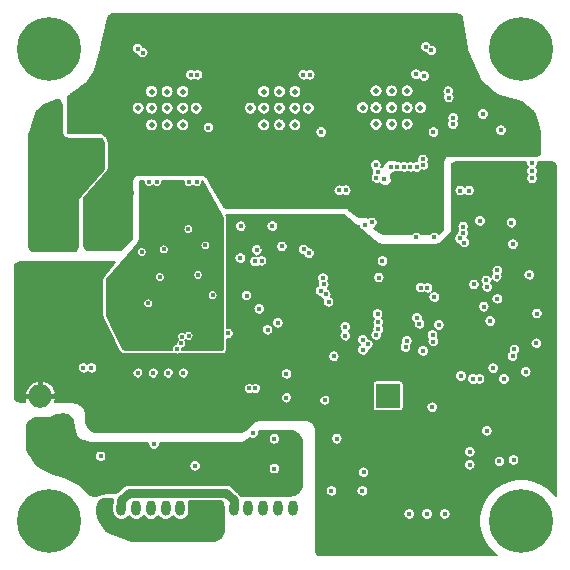
<source format=gbr>
G04 #@! TF.GenerationSoftware,KiCad,Pcbnew,(5.1.5)-2*
G04 #@! TF.CreationDate,2020-02-05T02:18:03-08:00*
G04 #@! TF.ProjectId,Motor_Gen2,4d6f746f-725f-4476-956e-322e6b696361,rev?*
G04 #@! TF.SameCoordinates,Original*
G04 #@! TF.FileFunction,Copper,L2,Inr*
G04 #@! TF.FilePolarity,Positive*
%FSLAX46Y46*%
G04 Gerber Fmt 4.6, Leading zero omitted, Abs format (unit mm)*
G04 Created by KiCad (PCBNEW (5.1.5)-2) date 2020-02-05 02:18:03*
%MOMM*%
%LPD*%
G04 APERTURE LIST*
%ADD10C,0.500000*%
%ADD11C,0.800000*%
%ADD12C,5.400000*%
%ADD13O,2.000000X2.000000*%
%ADD14R,2.000000X2.000000*%
%ADD15O,0.800000X1.300000*%
%ADD16C,0.100000*%
%ADD17C,2.000000*%
%ADD18C,0.381000*%
%ADD19C,1.270000*%
%ADD20C,0.762000*%
%ADD21C,0.152400*%
%ADD22C,0.203200*%
%ADD23C,0.254000*%
%ADD24C,0.355600*%
G04 APERTURE END LIST*
D10*
X109000000Y-85000000D03*
X107680000Y-85000000D03*
X106550000Y-85000000D03*
X110320000Y-85000000D03*
X111450000Y-85000000D03*
X110320000Y-86410000D03*
X109000000Y-86410000D03*
X110320000Y-83590000D03*
X109000000Y-83590000D03*
X107680000Y-83590000D03*
X107680000Y-86410000D03*
X99500000Y-85050000D03*
X98180000Y-85050000D03*
X97050000Y-85050000D03*
X100820000Y-85050000D03*
X101950000Y-85050000D03*
X100820000Y-86460000D03*
X99500000Y-86460000D03*
X100820000Y-83640000D03*
X99500000Y-83640000D03*
X98180000Y-83640000D03*
X98180000Y-86460000D03*
X90000000Y-85050000D03*
X88680000Y-85050000D03*
X87550000Y-85050000D03*
X91320000Y-85050000D03*
X92450000Y-85050000D03*
X91320000Y-86460000D03*
X90000000Y-86460000D03*
X91320000Y-83640000D03*
X90000000Y-83640000D03*
X88680000Y-83640000D03*
X88680000Y-86460000D03*
D11*
X121431891Y-118568109D03*
X120000000Y-117975000D03*
X118568109Y-118568109D03*
X117975000Y-120000000D03*
X118568109Y-121431891D03*
X120000000Y-122025000D03*
X121431891Y-121431891D03*
X122025000Y-120000000D03*
D12*
X120000000Y-120000000D03*
D11*
X81431891Y-118568109D03*
X80000000Y-117975000D03*
X78568109Y-118568109D03*
X77975000Y-120000000D03*
X78568109Y-121431891D03*
X80000000Y-122025000D03*
X81431891Y-121431891D03*
X82025000Y-120000000D03*
D12*
X80000000Y-120000000D03*
D11*
X81431891Y-78568109D03*
X80000000Y-77975000D03*
X78568109Y-78568109D03*
X77975000Y-80000000D03*
X78568109Y-81431891D03*
X80000000Y-82025000D03*
X81431891Y-81431891D03*
X82025000Y-80000000D03*
D12*
X80000000Y-80000000D03*
D13*
X79250000Y-109400000D03*
D14*
X108710000Y-109400000D03*
D15*
X91125000Y-118900000D03*
X89875000Y-118900000D03*
X88625000Y-118900000D03*
X87375000Y-118900000D03*
X86125000Y-118900000D03*
G04 #@! TA.AperFunction,ViaPad*
D16*
G36*
X85094603Y-118250963D02*
G01*
X85114018Y-118253843D01*
X85133057Y-118258612D01*
X85151537Y-118265224D01*
X85169279Y-118273616D01*
X85186114Y-118283706D01*
X85201879Y-118295398D01*
X85216421Y-118308579D01*
X85229602Y-118323121D01*
X85241294Y-118338886D01*
X85251384Y-118355721D01*
X85259776Y-118373463D01*
X85266388Y-118391943D01*
X85271157Y-118410982D01*
X85274037Y-118430397D01*
X85275000Y-118450000D01*
X85275000Y-119350000D01*
X85274037Y-119369603D01*
X85271157Y-119389018D01*
X85266388Y-119408057D01*
X85259776Y-119426537D01*
X85251384Y-119444279D01*
X85241294Y-119461114D01*
X85229602Y-119476879D01*
X85216421Y-119491421D01*
X85201879Y-119504602D01*
X85186114Y-119516294D01*
X85169279Y-119526384D01*
X85151537Y-119534776D01*
X85133057Y-119541388D01*
X85114018Y-119546157D01*
X85094603Y-119549037D01*
X85075000Y-119550000D01*
X84675000Y-119550000D01*
X84655397Y-119549037D01*
X84635982Y-119546157D01*
X84616943Y-119541388D01*
X84598463Y-119534776D01*
X84580721Y-119526384D01*
X84563886Y-119516294D01*
X84548121Y-119504602D01*
X84533579Y-119491421D01*
X84520398Y-119476879D01*
X84508706Y-119461114D01*
X84498616Y-119444279D01*
X84490224Y-119426537D01*
X84483612Y-119408057D01*
X84478843Y-119389018D01*
X84475963Y-119369603D01*
X84475000Y-119350000D01*
X84475000Y-118450000D01*
X84475963Y-118430397D01*
X84478843Y-118410982D01*
X84483612Y-118391943D01*
X84490224Y-118373463D01*
X84498616Y-118355721D01*
X84508706Y-118338886D01*
X84520398Y-118323121D01*
X84533579Y-118308579D01*
X84548121Y-118295398D01*
X84563886Y-118283706D01*
X84580721Y-118273616D01*
X84598463Y-118265224D01*
X84616943Y-118258612D01*
X84635982Y-118253843D01*
X84655397Y-118250963D01*
X84675000Y-118250000D01*
X85075000Y-118250000D01*
X85094603Y-118250963D01*
G37*
G04 #@! TD.AperFunction*
D15*
X100625000Y-118900000D03*
X99375000Y-118900000D03*
X98125000Y-118900000D03*
X96875000Y-118900000D03*
X95625000Y-118900000D03*
G04 #@! TA.AperFunction,ViaPad*
D16*
G36*
X94594603Y-118250963D02*
G01*
X94614018Y-118253843D01*
X94633057Y-118258612D01*
X94651537Y-118265224D01*
X94669279Y-118273616D01*
X94686114Y-118283706D01*
X94701879Y-118295398D01*
X94716421Y-118308579D01*
X94729602Y-118323121D01*
X94741294Y-118338886D01*
X94751384Y-118355721D01*
X94759776Y-118373463D01*
X94766388Y-118391943D01*
X94771157Y-118410982D01*
X94774037Y-118430397D01*
X94775000Y-118450000D01*
X94775000Y-119350000D01*
X94774037Y-119369603D01*
X94771157Y-119389018D01*
X94766388Y-119408057D01*
X94759776Y-119426537D01*
X94751384Y-119444279D01*
X94741294Y-119461114D01*
X94729602Y-119476879D01*
X94716421Y-119491421D01*
X94701879Y-119504602D01*
X94686114Y-119516294D01*
X94669279Y-119526384D01*
X94651537Y-119534776D01*
X94633057Y-119541388D01*
X94614018Y-119546157D01*
X94594603Y-119549037D01*
X94575000Y-119550000D01*
X94175000Y-119550000D01*
X94155397Y-119549037D01*
X94135982Y-119546157D01*
X94116943Y-119541388D01*
X94098463Y-119534776D01*
X94080721Y-119526384D01*
X94063886Y-119516294D01*
X94048121Y-119504602D01*
X94033579Y-119491421D01*
X94020398Y-119476879D01*
X94008706Y-119461114D01*
X93998616Y-119444279D01*
X93990224Y-119426537D01*
X93983612Y-119408057D01*
X93978843Y-119389018D01*
X93975963Y-119369603D01*
X93975000Y-119350000D01*
X93975000Y-118450000D01*
X93975963Y-118430397D01*
X93978843Y-118410982D01*
X93983612Y-118391943D01*
X93990224Y-118373463D01*
X93998616Y-118355721D01*
X94008706Y-118338886D01*
X94020398Y-118323121D01*
X94033579Y-118308579D01*
X94048121Y-118295398D01*
X94063886Y-118283706D01*
X94080721Y-118273616D01*
X94098463Y-118265224D01*
X94116943Y-118258612D01*
X94135982Y-118253843D01*
X94155397Y-118250963D01*
X94175000Y-118250000D01*
X94575000Y-118250000D01*
X94594603Y-118250963D01*
G37*
G04 #@! TD.AperFunction*
D11*
X121431891Y-78568109D03*
X120000000Y-77975000D03*
X118568109Y-78568109D03*
X117975000Y-80000000D03*
X118568109Y-81431891D03*
X120000000Y-82025000D03*
X121431891Y-81431891D03*
X122025000Y-80000000D03*
D12*
X120000000Y-80000000D03*
D17*
X84300000Y-95900000D03*
D14*
X79300000Y-95900000D03*
D18*
X93243400Y-96672400D03*
X96723200Y-100914200D03*
X120900000Y-89700000D03*
X120900000Y-90373200D03*
X120900000Y-91000000D03*
X100101400Y-107543600D03*
X100076000Y-109550200D03*
X106527600Y-117449600D03*
X105079800Y-103555800D03*
X104368600Y-113030000D03*
X96240600Y-95046800D03*
X98501200Y-103809800D03*
X91795600Y-95300800D03*
X114500000Y-101750000D03*
X111150400Y-104470200D03*
X120218200Y-90347800D03*
X120218200Y-89687400D03*
X120218200Y-91059000D03*
X100000000Y-100000000D03*
X103200200Y-98348800D03*
X98069400Y-96824800D03*
X96004890Y-101916857D03*
X117906800Y-96545400D03*
X114198400Y-86410800D03*
X106629200Y-103149400D03*
X121285000Y-106426000D03*
X121335800Y-108889800D03*
X113334800Y-110337600D03*
X113868200Y-107721400D03*
X107035600Y-99669600D03*
X119278400Y-106629200D03*
X115849400Y-107340400D03*
X113106200Y-115951000D03*
X113106200Y-113334800D03*
X115671600Y-116611400D03*
X115900200Y-111023400D03*
X116281200Y-110007400D03*
X103530400Y-103733600D03*
X100584000Y-108559600D03*
X101126700Y-103241689D03*
X93903800Y-107454730D03*
X93014800Y-107454730D03*
X86283800Y-107442000D03*
X85369400Y-107442000D03*
X80518000Y-103860600D03*
X81864200Y-103886000D03*
X82423000Y-105206800D03*
X83388200Y-105206800D03*
X104927400Y-116865400D03*
X110515400Y-121005600D03*
X112014000Y-121005600D03*
X113512600Y-121005600D03*
X118872000Y-95377000D03*
X102108008Y-102006400D03*
X97815400Y-107569000D03*
X104698800Y-97205800D03*
X108178600Y-97104200D03*
X95148400Y-95326200D03*
X95500000Y-98300000D03*
X105000000Y-100700000D03*
X108500000Y-107900000D03*
X118211600Y-101752400D03*
X97300000Y-104400000D03*
X85250000Y-98250000D03*
X83000000Y-98250000D03*
X80750000Y-98250000D03*
X78500000Y-98250000D03*
X78500000Y-100500000D03*
X80750000Y-100500000D03*
X83000000Y-100500000D03*
X78500000Y-102750000D03*
X78500000Y-104750000D03*
X78500000Y-107000000D03*
X85500000Y-105250000D03*
X95200000Y-102500000D03*
X97866200Y-103428800D03*
X97891600Y-94996000D03*
X102717600Y-109448600D03*
X102717600Y-114300000D03*
X104419400Y-116103400D03*
X102700000Y-112200000D03*
X102700000Y-116300000D03*
X102700000Y-120300000D03*
X105300000Y-121400000D03*
X108800000Y-121400000D03*
X120400000Y-112500000D03*
X121500000Y-98700000D03*
X118400000Y-89800000D03*
X115874800Y-100584000D03*
X113207800Y-100482400D03*
X113614200Y-104978200D03*
X106197400Y-95123000D03*
X95681800Y-104394000D03*
X106705400Y-109143800D03*
X109905800Y-112318800D03*
X107442000Y-113309400D03*
X108750000Y-118000000D03*
X109750000Y-114750000D03*
X112000000Y-111750000D03*
X102500000Y-94750000D03*
X106250000Y-97500000D03*
X99136199Y-108550000D03*
X114200000Y-90800000D03*
X111391700Y-107175300D03*
X120853200Y-96570800D03*
X114223800Y-85877400D03*
X119278400Y-96570800D03*
X120370600Y-107365800D03*
X118516400Y-107975400D03*
X112445800Y-110363000D03*
X117602000Y-107061000D03*
X117068600Y-112369600D03*
X97459800Y-108762800D03*
X96951800Y-108762800D03*
X106578400Y-105511600D03*
X112623600Y-101041200D03*
X117348000Y-103073200D03*
X95148400Y-104114600D03*
X82905600Y-107035600D03*
X83591400Y-107035600D03*
X108232402Y-97990198D03*
X103911400Y-117449600D03*
X107924600Y-99390200D03*
X114884200Y-107721400D03*
X116738400Y-85547200D03*
X107823000Y-102463600D03*
X87858600Y-97231200D03*
X89712800Y-97002600D03*
X90017600Y-100838000D03*
X91592400Y-101295200D03*
X93776800Y-99745800D03*
X86029800Y-100203000D03*
X87172800Y-99466400D03*
X88671400Y-104114600D03*
X90424000Y-98856800D03*
X94386400Y-101803200D03*
X94386400Y-98907600D03*
X94386400Y-94843600D03*
X94411800Y-104292400D03*
X88595200Y-95656400D03*
X90600000Y-95900000D03*
X90601800Y-94970600D03*
X87833200Y-91414600D03*
X91211401Y-91414600D03*
X85902800Y-103860600D03*
X92075000Y-94818200D03*
X119329200Y-114833400D03*
X118135400Y-114960400D03*
X80492600Y-112547400D03*
X81889600Y-112547400D03*
X82423000Y-113919000D03*
X83388200Y-113919000D03*
X85902800Y-115112800D03*
X85394800Y-116459000D03*
X91719400Y-116433600D03*
X92989400Y-116738400D03*
X93903800Y-116738400D03*
X81203800Y-111023400D03*
X95500000Y-114000000D03*
X97000000Y-114000000D03*
X97500000Y-116000000D03*
X101000000Y-117500000D03*
X101000000Y-114500000D03*
X101000000Y-116000000D03*
X80000000Y-115300000D03*
X78500000Y-112500000D03*
X91287600Y-114046000D03*
X97967800Y-112826800D03*
X83500000Y-116750000D03*
X112001600Y-119400000D03*
X110501600Y-119400000D03*
X112369600Y-80162400D03*
X88457150Y-91324050D03*
X87503000Y-80010000D03*
X91821000Y-91338400D03*
X120662721Y-99161600D03*
X117957600Y-101193600D03*
X121310400Y-102438200D03*
X111455200Y-100241950D03*
X112039400Y-100253800D03*
X111912400Y-79857600D03*
X89128600Y-91313000D03*
X111760000Y-82321400D03*
X110591600Y-90017600D03*
X102082600Y-82219800D03*
X107670600Y-89865200D03*
X87934800Y-80340200D03*
X92532200Y-91338400D03*
X92557600Y-82219800D03*
X105130600Y-91998800D03*
X112547400Y-87071200D03*
X109498893Y-89992200D03*
X103047800Y-87071200D03*
X107721400Y-90957400D03*
X107340400Y-94716600D03*
X93497400Y-86690200D03*
X115976400Y-99974400D03*
X113847839Y-84147271D03*
X119253000Y-106045000D03*
X113792000Y-83616800D03*
X119405714Y-105480100D03*
X102006400Y-97332800D03*
X104114600Y-106057710D03*
X106984800Y-105029000D03*
X97586800Y-97053400D03*
X106569277Y-104661126D03*
X99720400Y-96748600D03*
X97790000Y-102030900D03*
X107696000Y-104241608D03*
X99364800Y-103225600D03*
X107880403Y-103741076D03*
X98907600Y-95034100D03*
X91211400Y-104952800D03*
X110290682Y-104753482D03*
X90855800Y-105410000D03*
X110188715Y-105286515D03*
X112623600Y-95986600D03*
X115176300Y-96431100D03*
X115062000Y-95618300D03*
X115060905Y-95081981D03*
X114769900Y-96075500D03*
X117957600Y-98780600D03*
X117902551Y-99318249D03*
X117010732Y-99639398D03*
X117094000Y-100177600D03*
X116814589Y-101854000D03*
X87503000Y-107442006D03*
X112471200Y-104241600D03*
X88798400Y-107442000D03*
X112538073Y-104814732D03*
X90068400Y-107441992D03*
X111662289Y-105591689D03*
X97500000Y-90000000D03*
X110650000Y-95425000D03*
X108381800Y-91033600D03*
X100990400Y-87071200D03*
X91516200Y-87071200D03*
X110515400Y-86995000D03*
X106783877Y-94898790D03*
X95000000Y-84100000D03*
X95000000Y-83500000D03*
X104500000Y-84100000D03*
X104500000Y-83500000D03*
X112025000Y-95425000D03*
X112025000Y-94450000D03*
X110650000Y-94450000D03*
X109250000Y-95050000D03*
X110650000Y-91675000D03*
X112025000Y-91675000D03*
X113300000Y-91575000D03*
X108940600Y-89992200D03*
X83250000Y-95250000D03*
X83250000Y-96750000D03*
X86750000Y-95250000D03*
X85500000Y-96750000D03*
X85500000Y-95250000D03*
X87000000Y-92250000D03*
X85500000Y-92250000D03*
X83750000Y-92250000D03*
X97500000Y-92250000D03*
X99000000Y-92250000D03*
X98250000Y-91250000D03*
X100500000Y-92250000D03*
X104250000Y-90000000D03*
X87000000Y-90500000D03*
X85500000Y-90500000D03*
X90000000Y-90000000D03*
X96000000Y-90000000D03*
X99000000Y-90000000D03*
X96000000Y-92250000D03*
X96750000Y-91250000D03*
X95250000Y-91250000D03*
X91500000Y-90000000D03*
X93000000Y-90000000D03*
X94500000Y-90000000D03*
X93750000Y-91250000D03*
X99750000Y-91250000D03*
X106250000Y-91750000D03*
X105250000Y-90750000D03*
X94894400Y-86969600D03*
X105156000Y-86614000D03*
X84600000Y-80250000D03*
X84000000Y-82000000D03*
X85521800Y-81250000D03*
X115316000Y-80060800D03*
X115468400Y-80822800D03*
X117000000Y-87000000D03*
X113200000Y-80200000D03*
X113200000Y-82400000D03*
X116600000Y-83100000D03*
X121300000Y-86400000D03*
X111074200Y-82169000D03*
X110058200Y-90017600D03*
X91998800Y-82219800D03*
X104571800Y-91998800D03*
X107873800Y-103174800D03*
X105079800Y-104317800D03*
X84000000Y-89500000D03*
X82250000Y-89500000D03*
X80750000Y-89500000D03*
X114808000Y-92024200D03*
X115570000Y-92024200D03*
X111658400Y-89382600D03*
X82250000Y-96750000D03*
X80750000Y-96750000D03*
X80750000Y-95250000D03*
X82250000Y-95250000D03*
X82250000Y-93500000D03*
X80750000Y-93500000D03*
X79000000Y-93500000D03*
X79000000Y-91500000D03*
X82250000Y-91500000D03*
X80750000Y-91500000D03*
X79000000Y-89500000D03*
X82250000Y-87750000D03*
X80750000Y-87750000D03*
X79000000Y-87750000D03*
X79000000Y-86000000D03*
X80800000Y-86000000D03*
X80800000Y-84400000D03*
X118262400Y-86918800D03*
X111125000Y-90032840D03*
X111696500Y-89845027D03*
X116484400Y-94589600D03*
X119151400Y-94742000D03*
X89382600Y-99364800D03*
X92608400Y-99161600D03*
X88392000Y-101574600D03*
X93853000Y-100888800D03*
X115620800Y-114147600D03*
X115620800Y-115239800D03*
X106629200Y-115874800D03*
X84378800Y-114528600D03*
X92379800Y-115341400D03*
X113501600Y-119400000D03*
X101523800Y-82219800D03*
X107848400Y-90424000D03*
X121259600Y-104952800D03*
X101549200Y-97002600D03*
X88900000Y-113487200D03*
X113004600Y-103403400D03*
X91363800Y-107442000D03*
X91262200Y-104394000D03*
X111366855Y-103306720D03*
X91821000Y-104317800D03*
X111150400Y-102793802D03*
X115900200Y-107975400D03*
X116459000Y-107975400D03*
X103440062Y-100820289D03*
X103200200Y-99441000D03*
X103260931Y-99972967D03*
X97434400Y-98018600D03*
X103672902Y-101447600D03*
X102999546Y-100519518D03*
X97993200Y-97967800D03*
X99085400Y-113055400D03*
X97282000Y-112572800D03*
X99085400Y-115570000D03*
X96197480Y-97739200D03*
X103327200Y-109753400D03*
X111099600Y-95986600D03*
D19*
X95000000Y-86864000D02*
X94894400Y-86969600D01*
X95000000Y-83500000D02*
X95000000Y-86864000D01*
X104500000Y-85958000D02*
X105156000Y-86614000D01*
X104500000Y-83500000D02*
X104500000Y-85958000D01*
D20*
X95625000Y-118225000D02*
X95625000Y-118900000D01*
X86752480Y-117600000D02*
X95000000Y-117600000D01*
X86125000Y-118900000D02*
X86125000Y-118227480D01*
X95000000Y-117600000D02*
X95625000Y-118225000D01*
X86125000Y-118227480D02*
X86752480Y-117600000D01*
X84875000Y-119550000D02*
X85725000Y-120400000D01*
X84875000Y-118900000D02*
X84875000Y-119550000D01*
X92875000Y-120400000D02*
X94375000Y-118900000D01*
X85725000Y-120400000D02*
X92875000Y-120400000D01*
D21*
G36*
X88054156Y-91201803D02*
G01*
X88038050Y-91282772D01*
X88038050Y-91365328D01*
X88054156Y-91446297D01*
X88085748Y-91522568D01*
X88131614Y-91591211D01*
X88189989Y-91649586D01*
X88258632Y-91695452D01*
X88334903Y-91727044D01*
X88415872Y-91743150D01*
X88498428Y-91743150D01*
X88579397Y-91727044D01*
X88655668Y-91695452D01*
X88724311Y-91649586D01*
X88782686Y-91591211D01*
X88796567Y-91570437D01*
X88803064Y-91580161D01*
X88861439Y-91638536D01*
X88930082Y-91684402D01*
X89006353Y-91715994D01*
X89087322Y-91732100D01*
X89169878Y-91732100D01*
X89250847Y-91715994D01*
X89327118Y-91684402D01*
X89395761Y-91638536D01*
X89454136Y-91580161D01*
X89500002Y-91511518D01*
X89531594Y-91435247D01*
X89547700Y-91354278D01*
X89547700Y-91271722D01*
X89531594Y-91190753D01*
X89525566Y-91176200D01*
X91434555Y-91176200D01*
X91418006Y-91216153D01*
X91401900Y-91297122D01*
X91401900Y-91379678D01*
X91418006Y-91460647D01*
X91449598Y-91536918D01*
X91495464Y-91605561D01*
X91553839Y-91663936D01*
X91622482Y-91709802D01*
X91698753Y-91741394D01*
X91779722Y-91757500D01*
X91862278Y-91757500D01*
X91943247Y-91741394D01*
X92019518Y-91709802D01*
X92088161Y-91663936D01*
X92146536Y-91605561D01*
X92176600Y-91560567D01*
X92206664Y-91605561D01*
X92265039Y-91663936D01*
X92333682Y-91709802D01*
X92409953Y-91741394D01*
X92490922Y-91757500D01*
X92573478Y-91757500D01*
X92654447Y-91741394D01*
X92730718Y-91709802D01*
X92799361Y-91663936D01*
X92857736Y-91605561D01*
X92903602Y-91536918D01*
X92935194Y-91460647D01*
X92951300Y-91379678D01*
X92951300Y-91297122D01*
X92935194Y-91216153D01*
X92927495Y-91197565D01*
X92964640Y-91219615D01*
X93007434Y-91272761D01*
X94698000Y-94372132D01*
X94723800Y-94473310D01*
X94723800Y-105342494D01*
X94709191Y-105415940D01*
X94671840Y-105471840D01*
X94615940Y-105509191D01*
X94542494Y-105523800D01*
X91260474Y-105523800D01*
X91274900Y-105451278D01*
X91274900Y-105368722D01*
X91274662Y-105367527D01*
X91333647Y-105355794D01*
X91409918Y-105324202D01*
X91478561Y-105278336D01*
X91536936Y-105219961D01*
X91582802Y-105151318D01*
X91614394Y-105075047D01*
X91630500Y-104994078D01*
X91630500Y-104911522D01*
X91614394Y-104830553D01*
X91582802Y-104754282D01*
X91547479Y-104701418D01*
X91584844Y-104664053D01*
X91622482Y-104689202D01*
X91698753Y-104720794D01*
X91779722Y-104736900D01*
X91862278Y-104736900D01*
X91943247Y-104720794D01*
X92019518Y-104689202D01*
X92088161Y-104643336D01*
X92146536Y-104584961D01*
X92192402Y-104516318D01*
X92223994Y-104440047D01*
X92240100Y-104359078D01*
X92240100Y-104276522D01*
X92223994Y-104195553D01*
X92192402Y-104119282D01*
X92146536Y-104050639D01*
X92088161Y-103992264D01*
X92019518Y-103946398D01*
X91943247Y-103914806D01*
X91862278Y-103898700D01*
X91779722Y-103898700D01*
X91698753Y-103914806D01*
X91622482Y-103946398D01*
X91553839Y-103992264D01*
X91498356Y-104047747D01*
X91460718Y-104022598D01*
X91384447Y-103991006D01*
X91303478Y-103974900D01*
X91220922Y-103974900D01*
X91139953Y-103991006D01*
X91063682Y-104022598D01*
X90995039Y-104068464D01*
X90936664Y-104126839D01*
X90890798Y-104195482D01*
X90859206Y-104271753D01*
X90843100Y-104352722D01*
X90843100Y-104435278D01*
X90859206Y-104516247D01*
X90890798Y-104592518D01*
X90926121Y-104645382D01*
X90885864Y-104685639D01*
X90839998Y-104754282D01*
X90808406Y-104830553D01*
X90792300Y-104911522D01*
X90792300Y-104994078D01*
X90792538Y-104995273D01*
X90733553Y-105007006D01*
X90657282Y-105038598D01*
X90588639Y-105084464D01*
X90530264Y-105142839D01*
X90484398Y-105211482D01*
X90452806Y-105287753D01*
X90436700Y-105368722D01*
X90436700Y-105451278D01*
X90451126Y-105523800D01*
X86461556Y-105523800D01*
X86392288Y-105510872D01*
X86338448Y-105477596D01*
X86295904Y-105421418D01*
X84898517Y-102626646D01*
X84876200Y-102532109D01*
X84876200Y-101533322D01*
X87972900Y-101533322D01*
X87972900Y-101615878D01*
X87989006Y-101696847D01*
X88020598Y-101773118D01*
X88066464Y-101841761D01*
X88124839Y-101900136D01*
X88193482Y-101946002D01*
X88269753Y-101977594D01*
X88350722Y-101993700D01*
X88433278Y-101993700D01*
X88514247Y-101977594D01*
X88590518Y-101946002D01*
X88659161Y-101900136D01*
X88717536Y-101841761D01*
X88763402Y-101773118D01*
X88794994Y-101696847D01*
X88811100Y-101615878D01*
X88811100Y-101533322D01*
X88794994Y-101452353D01*
X88763402Y-101376082D01*
X88717536Y-101307439D01*
X88659161Y-101249064D01*
X88590518Y-101203198D01*
X88514247Y-101171606D01*
X88433278Y-101155500D01*
X88350722Y-101155500D01*
X88269753Y-101171606D01*
X88193482Y-101203198D01*
X88124839Y-101249064D01*
X88066464Y-101307439D01*
X88020598Y-101376082D01*
X87989006Y-101452353D01*
X87972900Y-101533322D01*
X84876200Y-101533322D01*
X84876200Y-100847522D01*
X93433900Y-100847522D01*
X93433900Y-100930078D01*
X93450006Y-101011047D01*
X93481598Y-101087318D01*
X93527464Y-101155961D01*
X93585839Y-101214336D01*
X93654482Y-101260202D01*
X93730753Y-101291794D01*
X93811722Y-101307900D01*
X93894278Y-101307900D01*
X93975247Y-101291794D01*
X94051518Y-101260202D01*
X94120161Y-101214336D01*
X94178536Y-101155961D01*
X94224402Y-101087318D01*
X94255994Y-101011047D01*
X94272100Y-100930078D01*
X94272100Y-100847522D01*
X94255994Y-100766553D01*
X94224402Y-100690282D01*
X94178536Y-100621639D01*
X94120161Y-100563264D01*
X94051518Y-100517398D01*
X93975247Y-100485806D01*
X93894278Y-100469700D01*
X93811722Y-100469700D01*
X93730753Y-100485806D01*
X93654482Y-100517398D01*
X93585839Y-100563264D01*
X93527464Y-100621639D01*
X93481598Y-100690282D01*
X93450006Y-100766553D01*
X93433900Y-100847522D01*
X84876200Y-100847522D01*
X84876200Y-99600800D01*
X84888473Y-99533241D01*
X84923722Y-99474320D01*
X85055670Y-99323522D01*
X88963500Y-99323522D01*
X88963500Y-99406078D01*
X88979606Y-99487047D01*
X89011198Y-99563318D01*
X89057064Y-99631961D01*
X89115439Y-99690336D01*
X89184082Y-99736202D01*
X89260353Y-99767794D01*
X89341322Y-99783900D01*
X89423878Y-99783900D01*
X89504847Y-99767794D01*
X89581118Y-99736202D01*
X89649761Y-99690336D01*
X89708136Y-99631961D01*
X89754002Y-99563318D01*
X89785594Y-99487047D01*
X89801700Y-99406078D01*
X89801700Y-99323522D01*
X89785594Y-99242553D01*
X89754002Y-99166282D01*
X89723293Y-99120322D01*
X92189300Y-99120322D01*
X92189300Y-99202878D01*
X92205406Y-99283847D01*
X92236998Y-99360118D01*
X92282864Y-99428761D01*
X92341239Y-99487136D01*
X92409882Y-99533002D01*
X92486153Y-99564594D01*
X92567122Y-99580700D01*
X92649678Y-99580700D01*
X92730647Y-99564594D01*
X92806918Y-99533002D01*
X92875561Y-99487136D01*
X92933936Y-99428761D01*
X92979802Y-99360118D01*
X93011394Y-99283847D01*
X93027500Y-99202878D01*
X93027500Y-99120322D01*
X93011394Y-99039353D01*
X92979802Y-98963082D01*
X92933936Y-98894439D01*
X92875561Y-98836064D01*
X92806918Y-98790198D01*
X92730647Y-98758606D01*
X92649678Y-98742500D01*
X92567122Y-98742500D01*
X92486153Y-98758606D01*
X92409882Y-98790198D01*
X92341239Y-98836064D01*
X92282864Y-98894439D01*
X92236998Y-98963082D01*
X92205406Y-99039353D01*
X92189300Y-99120322D01*
X89723293Y-99120322D01*
X89708136Y-99097639D01*
X89649761Y-99039264D01*
X89581118Y-98993398D01*
X89504847Y-98961806D01*
X89423878Y-98945700D01*
X89341322Y-98945700D01*
X89260353Y-98961806D01*
X89184082Y-98993398D01*
X89115439Y-99039264D01*
X89057064Y-99097639D01*
X89011198Y-99166282D01*
X88979606Y-99242553D01*
X88963500Y-99323522D01*
X85055670Y-99323522D01*
X86922569Y-97189922D01*
X87439500Y-97189922D01*
X87439500Y-97272478D01*
X87455606Y-97353447D01*
X87487198Y-97429718D01*
X87533064Y-97498361D01*
X87591439Y-97556736D01*
X87660082Y-97602602D01*
X87736353Y-97634194D01*
X87817322Y-97650300D01*
X87899878Y-97650300D01*
X87980847Y-97634194D01*
X88057118Y-97602602D01*
X88125761Y-97556736D01*
X88184136Y-97498361D01*
X88230002Y-97429718D01*
X88261594Y-97353447D01*
X88277700Y-97272478D01*
X88277700Y-97189922D01*
X88261594Y-97108953D01*
X88230002Y-97032682D01*
X88184136Y-96964039D01*
X88181419Y-96961322D01*
X89293700Y-96961322D01*
X89293700Y-97043878D01*
X89309806Y-97124847D01*
X89341398Y-97201118D01*
X89387264Y-97269761D01*
X89445639Y-97328136D01*
X89514282Y-97374002D01*
X89590553Y-97405594D01*
X89671522Y-97421700D01*
X89754078Y-97421700D01*
X89835047Y-97405594D01*
X89911318Y-97374002D01*
X89979961Y-97328136D01*
X90038336Y-97269761D01*
X90084202Y-97201118D01*
X90115794Y-97124847D01*
X90131900Y-97043878D01*
X90131900Y-96961322D01*
X90115794Y-96880353D01*
X90084202Y-96804082D01*
X90038336Y-96735439D01*
X89979961Y-96677064D01*
X89911318Y-96631198D01*
X89911135Y-96631122D01*
X92824300Y-96631122D01*
X92824300Y-96713678D01*
X92840406Y-96794647D01*
X92871998Y-96870918D01*
X92917864Y-96939561D01*
X92976239Y-96997936D01*
X93044882Y-97043802D01*
X93121153Y-97075394D01*
X93202122Y-97091500D01*
X93284678Y-97091500D01*
X93365647Y-97075394D01*
X93441918Y-97043802D01*
X93510561Y-96997936D01*
X93568936Y-96939561D01*
X93614802Y-96870918D01*
X93646394Y-96794647D01*
X93662500Y-96713678D01*
X93662500Y-96631122D01*
X93646394Y-96550153D01*
X93614802Y-96473882D01*
X93568936Y-96405239D01*
X93510561Y-96346864D01*
X93441918Y-96300998D01*
X93365647Y-96269406D01*
X93284678Y-96253300D01*
X93202122Y-96253300D01*
X93121153Y-96269406D01*
X93044882Y-96300998D01*
X92976239Y-96346864D01*
X92917864Y-96405239D01*
X92871998Y-96473882D01*
X92840406Y-96550153D01*
X92824300Y-96631122D01*
X89911135Y-96631122D01*
X89835047Y-96599606D01*
X89754078Y-96583500D01*
X89671522Y-96583500D01*
X89590553Y-96599606D01*
X89514282Y-96631198D01*
X89445639Y-96677064D01*
X89387264Y-96735439D01*
X89341398Y-96804082D01*
X89309806Y-96880353D01*
X89293700Y-96961322D01*
X88181419Y-96961322D01*
X88125761Y-96905664D01*
X88057118Y-96859798D01*
X87980847Y-96828206D01*
X87899878Y-96812100D01*
X87817322Y-96812100D01*
X87736353Y-96828206D01*
X87660082Y-96859798D01*
X87591439Y-96905664D01*
X87533064Y-96964039D01*
X87487198Y-97032682D01*
X87455606Y-97108953D01*
X87439500Y-97189922D01*
X86922569Y-97189922D01*
X87595490Y-96420870D01*
X87603535Y-96409812D01*
X87649417Y-96333118D01*
X87655793Y-96319609D01*
X87658999Y-96307618D01*
X87674973Y-96219686D01*
X87676200Y-96206066D01*
X87676200Y-95259522D01*
X91376500Y-95259522D01*
X91376500Y-95342078D01*
X91392606Y-95423047D01*
X91424198Y-95499318D01*
X91470064Y-95567961D01*
X91528439Y-95626336D01*
X91597082Y-95672202D01*
X91673353Y-95703794D01*
X91754322Y-95719900D01*
X91836878Y-95719900D01*
X91917847Y-95703794D01*
X91994118Y-95672202D01*
X92062761Y-95626336D01*
X92121136Y-95567961D01*
X92167002Y-95499318D01*
X92198594Y-95423047D01*
X92214700Y-95342078D01*
X92214700Y-95259522D01*
X92198594Y-95178553D01*
X92167002Y-95102282D01*
X92121136Y-95033639D01*
X92062761Y-94975264D01*
X91994118Y-94929398D01*
X91917847Y-94897806D01*
X91836878Y-94881700D01*
X91754322Y-94881700D01*
X91673353Y-94897806D01*
X91597082Y-94929398D01*
X91528439Y-94975264D01*
X91470064Y-95033639D01*
X91424198Y-95102282D01*
X91392606Y-95178553D01*
X91376500Y-95259522D01*
X87676200Y-95259522D01*
X87676200Y-91357506D01*
X87690809Y-91284060D01*
X87728160Y-91228160D01*
X87784060Y-91190809D01*
X87857506Y-91176200D01*
X88064761Y-91176200D01*
X88054156Y-91201803D01*
G37*
X88054156Y-91201803D02*
X88038050Y-91282772D01*
X88038050Y-91365328D01*
X88054156Y-91446297D01*
X88085748Y-91522568D01*
X88131614Y-91591211D01*
X88189989Y-91649586D01*
X88258632Y-91695452D01*
X88334903Y-91727044D01*
X88415872Y-91743150D01*
X88498428Y-91743150D01*
X88579397Y-91727044D01*
X88655668Y-91695452D01*
X88724311Y-91649586D01*
X88782686Y-91591211D01*
X88796567Y-91570437D01*
X88803064Y-91580161D01*
X88861439Y-91638536D01*
X88930082Y-91684402D01*
X89006353Y-91715994D01*
X89087322Y-91732100D01*
X89169878Y-91732100D01*
X89250847Y-91715994D01*
X89327118Y-91684402D01*
X89395761Y-91638536D01*
X89454136Y-91580161D01*
X89500002Y-91511518D01*
X89531594Y-91435247D01*
X89547700Y-91354278D01*
X89547700Y-91271722D01*
X89531594Y-91190753D01*
X89525566Y-91176200D01*
X91434555Y-91176200D01*
X91418006Y-91216153D01*
X91401900Y-91297122D01*
X91401900Y-91379678D01*
X91418006Y-91460647D01*
X91449598Y-91536918D01*
X91495464Y-91605561D01*
X91553839Y-91663936D01*
X91622482Y-91709802D01*
X91698753Y-91741394D01*
X91779722Y-91757500D01*
X91862278Y-91757500D01*
X91943247Y-91741394D01*
X92019518Y-91709802D01*
X92088161Y-91663936D01*
X92146536Y-91605561D01*
X92176600Y-91560567D01*
X92206664Y-91605561D01*
X92265039Y-91663936D01*
X92333682Y-91709802D01*
X92409953Y-91741394D01*
X92490922Y-91757500D01*
X92573478Y-91757500D01*
X92654447Y-91741394D01*
X92730718Y-91709802D01*
X92799361Y-91663936D01*
X92857736Y-91605561D01*
X92903602Y-91536918D01*
X92935194Y-91460647D01*
X92951300Y-91379678D01*
X92951300Y-91297122D01*
X92935194Y-91216153D01*
X92927495Y-91197565D01*
X92964640Y-91219615D01*
X93007434Y-91272761D01*
X94698000Y-94372132D01*
X94723800Y-94473310D01*
X94723800Y-105342494D01*
X94709191Y-105415940D01*
X94671840Y-105471840D01*
X94615940Y-105509191D01*
X94542494Y-105523800D01*
X91260474Y-105523800D01*
X91274900Y-105451278D01*
X91274900Y-105368722D01*
X91274662Y-105367527D01*
X91333647Y-105355794D01*
X91409918Y-105324202D01*
X91478561Y-105278336D01*
X91536936Y-105219961D01*
X91582802Y-105151318D01*
X91614394Y-105075047D01*
X91630500Y-104994078D01*
X91630500Y-104911522D01*
X91614394Y-104830553D01*
X91582802Y-104754282D01*
X91547479Y-104701418D01*
X91584844Y-104664053D01*
X91622482Y-104689202D01*
X91698753Y-104720794D01*
X91779722Y-104736900D01*
X91862278Y-104736900D01*
X91943247Y-104720794D01*
X92019518Y-104689202D01*
X92088161Y-104643336D01*
X92146536Y-104584961D01*
X92192402Y-104516318D01*
X92223994Y-104440047D01*
X92240100Y-104359078D01*
X92240100Y-104276522D01*
X92223994Y-104195553D01*
X92192402Y-104119282D01*
X92146536Y-104050639D01*
X92088161Y-103992264D01*
X92019518Y-103946398D01*
X91943247Y-103914806D01*
X91862278Y-103898700D01*
X91779722Y-103898700D01*
X91698753Y-103914806D01*
X91622482Y-103946398D01*
X91553839Y-103992264D01*
X91498356Y-104047747D01*
X91460718Y-104022598D01*
X91384447Y-103991006D01*
X91303478Y-103974900D01*
X91220922Y-103974900D01*
X91139953Y-103991006D01*
X91063682Y-104022598D01*
X90995039Y-104068464D01*
X90936664Y-104126839D01*
X90890798Y-104195482D01*
X90859206Y-104271753D01*
X90843100Y-104352722D01*
X90843100Y-104435278D01*
X90859206Y-104516247D01*
X90890798Y-104592518D01*
X90926121Y-104645382D01*
X90885864Y-104685639D01*
X90839998Y-104754282D01*
X90808406Y-104830553D01*
X90792300Y-104911522D01*
X90792300Y-104994078D01*
X90792538Y-104995273D01*
X90733553Y-105007006D01*
X90657282Y-105038598D01*
X90588639Y-105084464D01*
X90530264Y-105142839D01*
X90484398Y-105211482D01*
X90452806Y-105287753D01*
X90436700Y-105368722D01*
X90436700Y-105451278D01*
X90451126Y-105523800D01*
X86461556Y-105523800D01*
X86392288Y-105510872D01*
X86338448Y-105477596D01*
X86295904Y-105421418D01*
X84898517Y-102626646D01*
X84876200Y-102532109D01*
X84876200Y-101533322D01*
X87972900Y-101533322D01*
X87972900Y-101615878D01*
X87989006Y-101696847D01*
X88020598Y-101773118D01*
X88066464Y-101841761D01*
X88124839Y-101900136D01*
X88193482Y-101946002D01*
X88269753Y-101977594D01*
X88350722Y-101993700D01*
X88433278Y-101993700D01*
X88514247Y-101977594D01*
X88590518Y-101946002D01*
X88659161Y-101900136D01*
X88717536Y-101841761D01*
X88763402Y-101773118D01*
X88794994Y-101696847D01*
X88811100Y-101615878D01*
X88811100Y-101533322D01*
X88794994Y-101452353D01*
X88763402Y-101376082D01*
X88717536Y-101307439D01*
X88659161Y-101249064D01*
X88590518Y-101203198D01*
X88514247Y-101171606D01*
X88433278Y-101155500D01*
X88350722Y-101155500D01*
X88269753Y-101171606D01*
X88193482Y-101203198D01*
X88124839Y-101249064D01*
X88066464Y-101307439D01*
X88020598Y-101376082D01*
X87989006Y-101452353D01*
X87972900Y-101533322D01*
X84876200Y-101533322D01*
X84876200Y-100847522D01*
X93433900Y-100847522D01*
X93433900Y-100930078D01*
X93450006Y-101011047D01*
X93481598Y-101087318D01*
X93527464Y-101155961D01*
X93585839Y-101214336D01*
X93654482Y-101260202D01*
X93730753Y-101291794D01*
X93811722Y-101307900D01*
X93894278Y-101307900D01*
X93975247Y-101291794D01*
X94051518Y-101260202D01*
X94120161Y-101214336D01*
X94178536Y-101155961D01*
X94224402Y-101087318D01*
X94255994Y-101011047D01*
X94272100Y-100930078D01*
X94272100Y-100847522D01*
X94255994Y-100766553D01*
X94224402Y-100690282D01*
X94178536Y-100621639D01*
X94120161Y-100563264D01*
X94051518Y-100517398D01*
X93975247Y-100485806D01*
X93894278Y-100469700D01*
X93811722Y-100469700D01*
X93730753Y-100485806D01*
X93654482Y-100517398D01*
X93585839Y-100563264D01*
X93527464Y-100621639D01*
X93481598Y-100690282D01*
X93450006Y-100766553D01*
X93433900Y-100847522D01*
X84876200Y-100847522D01*
X84876200Y-99600800D01*
X84888473Y-99533241D01*
X84923722Y-99474320D01*
X85055670Y-99323522D01*
X88963500Y-99323522D01*
X88963500Y-99406078D01*
X88979606Y-99487047D01*
X89011198Y-99563318D01*
X89057064Y-99631961D01*
X89115439Y-99690336D01*
X89184082Y-99736202D01*
X89260353Y-99767794D01*
X89341322Y-99783900D01*
X89423878Y-99783900D01*
X89504847Y-99767794D01*
X89581118Y-99736202D01*
X89649761Y-99690336D01*
X89708136Y-99631961D01*
X89754002Y-99563318D01*
X89785594Y-99487047D01*
X89801700Y-99406078D01*
X89801700Y-99323522D01*
X89785594Y-99242553D01*
X89754002Y-99166282D01*
X89723293Y-99120322D01*
X92189300Y-99120322D01*
X92189300Y-99202878D01*
X92205406Y-99283847D01*
X92236998Y-99360118D01*
X92282864Y-99428761D01*
X92341239Y-99487136D01*
X92409882Y-99533002D01*
X92486153Y-99564594D01*
X92567122Y-99580700D01*
X92649678Y-99580700D01*
X92730647Y-99564594D01*
X92806918Y-99533002D01*
X92875561Y-99487136D01*
X92933936Y-99428761D01*
X92979802Y-99360118D01*
X93011394Y-99283847D01*
X93027500Y-99202878D01*
X93027500Y-99120322D01*
X93011394Y-99039353D01*
X92979802Y-98963082D01*
X92933936Y-98894439D01*
X92875561Y-98836064D01*
X92806918Y-98790198D01*
X92730647Y-98758606D01*
X92649678Y-98742500D01*
X92567122Y-98742500D01*
X92486153Y-98758606D01*
X92409882Y-98790198D01*
X92341239Y-98836064D01*
X92282864Y-98894439D01*
X92236998Y-98963082D01*
X92205406Y-99039353D01*
X92189300Y-99120322D01*
X89723293Y-99120322D01*
X89708136Y-99097639D01*
X89649761Y-99039264D01*
X89581118Y-98993398D01*
X89504847Y-98961806D01*
X89423878Y-98945700D01*
X89341322Y-98945700D01*
X89260353Y-98961806D01*
X89184082Y-98993398D01*
X89115439Y-99039264D01*
X89057064Y-99097639D01*
X89011198Y-99166282D01*
X88979606Y-99242553D01*
X88963500Y-99323522D01*
X85055670Y-99323522D01*
X86922569Y-97189922D01*
X87439500Y-97189922D01*
X87439500Y-97272478D01*
X87455606Y-97353447D01*
X87487198Y-97429718D01*
X87533064Y-97498361D01*
X87591439Y-97556736D01*
X87660082Y-97602602D01*
X87736353Y-97634194D01*
X87817322Y-97650300D01*
X87899878Y-97650300D01*
X87980847Y-97634194D01*
X88057118Y-97602602D01*
X88125761Y-97556736D01*
X88184136Y-97498361D01*
X88230002Y-97429718D01*
X88261594Y-97353447D01*
X88277700Y-97272478D01*
X88277700Y-97189922D01*
X88261594Y-97108953D01*
X88230002Y-97032682D01*
X88184136Y-96964039D01*
X88181419Y-96961322D01*
X89293700Y-96961322D01*
X89293700Y-97043878D01*
X89309806Y-97124847D01*
X89341398Y-97201118D01*
X89387264Y-97269761D01*
X89445639Y-97328136D01*
X89514282Y-97374002D01*
X89590553Y-97405594D01*
X89671522Y-97421700D01*
X89754078Y-97421700D01*
X89835047Y-97405594D01*
X89911318Y-97374002D01*
X89979961Y-97328136D01*
X90038336Y-97269761D01*
X90084202Y-97201118D01*
X90115794Y-97124847D01*
X90131900Y-97043878D01*
X90131900Y-96961322D01*
X90115794Y-96880353D01*
X90084202Y-96804082D01*
X90038336Y-96735439D01*
X89979961Y-96677064D01*
X89911318Y-96631198D01*
X89911135Y-96631122D01*
X92824300Y-96631122D01*
X92824300Y-96713678D01*
X92840406Y-96794647D01*
X92871998Y-96870918D01*
X92917864Y-96939561D01*
X92976239Y-96997936D01*
X93044882Y-97043802D01*
X93121153Y-97075394D01*
X93202122Y-97091500D01*
X93284678Y-97091500D01*
X93365647Y-97075394D01*
X93441918Y-97043802D01*
X93510561Y-96997936D01*
X93568936Y-96939561D01*
X93614802Y-96870918D01*
X93646394Y-96794647D01*
X93662500Y-96713678D01*
X93662500Y-96631122D01*
X93646394Y-96550153D01*
X93614802Y-96473882D01*
X93568936Y-96405239D01*
X93510561Y-96346864D01*
X93441918Y-96300998D01*
X93365647Y-96269406D01*
X93284678Y-96253300D01*
X93202122Y-96253300D01*
X93121153Y-96269406D01*
X93044882Y-96300998D01*
X92976239Y-96346864D01*
X92917864Y-96405239D01*
X92871998Y-96473882D01*
X92840406Y-96550153D01*
X92824300Y-96631122D01*
X89911135Y-96631122D01*
X89835047Y-96599606D01*
X89754078Y-96583500D01*
X89671522Y-96583500D01*
X89590553Y-96599606D01*
X89514282Y-96631198D01*
X89445639Y-96677064D01*
X89387264Y-96735439D01*
X89341398Y-96804082D01*
X89309806Y-96880353D01*
X89293700Y-96961322D01*
X88181419Y-96961322D01*
X88125761Y-96905664D01*
X88057118Y-96859798D01*
X87980847Y-96828206D01*
X87899878Y-96812100D01*
X87817322Y-96812100D01*
X87736353Y-96828206D01*
X87660082Y-96859798D01*
X87591439Y-96905664D01*
X87533064Y-96964039D01*
X87487198Y-97032682D01*
X87455606Y-97108953D01*
X87439500Y-97189922D01*
X86922569Y-97189922D01*
X87595490Y-96420870D01*
X87603535Y-96409812D01*
X87649417Y-96333118D01*
X87655793Y-96319609D01*
X87658999Y-96307618D01*
X87674973Y-96219686D01*
X87676200Y-96206066D01*
X87676200Y-95259522D01*
X91376500Y-95259522D01*
X91376500Y-95342078D01*
X91392606Y-95423047D01*
X91424198Y-95499318D01*
X91470064Y-95567961D01*
X91528439Y-95626336D01*
X91597082Y-95672202D01*
X91673353Y-95703794D01*
X91754322Y-95719900D01*
X91836878Y-95719900D01*
X91917847Y-95703794D01*
X91994118Y-95672202D01*
X92062761Y-95626336D01*
X92121136Y-95567961D01*
X92167002Y-95499318D01*
X92198594Y-95423047D01*
X92214700Y-95342078D01*
X92214700Y-95259522D01*
X92198594Y-95178553D01*
X92167002Y-95102282D01*
X92121136Y-95033639D01*
X92062761Y-94975264D01*
X91994118Y-94929398D01*
X91917847Y-94897806D01*
X91836878Y-94881700D01*
X91754322Y-94881700D01*
X91673353Y-94897806D01*
X91597082Y-94929398D01*
X91528439Y-94975264D01*
X91470064Y-95033639D01*
X91424198Y-95102282D01*
X91392606Y-95178553D01*
X91376500Y-95259522D01*
X87676200Y-95259522D01*
X87676200Y-91357506D01*
X87690809Y-91284060D01*
X87728160Y-91228160D01*
X87784060Y-91190809D01*
X87857506Y-91176200D01*
X88064761Y-91176200D01*
X88054156Y-91201803D01*
D22*
G36*
X85388644Y-118188815D02*
G01*
X85384836Y-118227480D01*
X85388400Y-118263663D01*
X85388400Y-118475284D01*
X85380333Y-118501878D01*
X85369400Y-118612881D01*
X85369400Y-119187120D01*
X85380333Y-119298123D01*
X85423539Y-119440555D01*
X85493702Y-119571820D01*
X85588126Y-119686875D01*
X85703181Y-119781298D01*
X85834446Y-119851461D01*
X85976878Y-119894667D01*
X86125000Y-119909256D01*
X86273123Y-119894667D01*
X86415555Y-119851461D01*
X86546820Y-119781298D01*
X86661875Y-119686875D01*
X86750000Y-119579494D01*
X86838126Y-119686875D01*
X86953181Y-119781298D01*
X87084446Y-119851461D01*
X87226878Y-119894667D01*
X87375000Y-119909256D01*
X87523123Y-119894667D01*
X87665555Y-119851461D01*
X87796820Y-119781298D01*
X87911875Y-119686875D01*
X88000000Y-119579494D01*
X88088126Y-119686875D01*
X88203181Y-119781298D01*
X88334446Y-119851461D01*
X88476878Y-119894667D01*
X88625000Y-119909256D01*
X88773123Y-119894667D01*
X88915555Y-119851461D01*
X89046820Y-119781298D01*
X89161875Y-119686875D01*
X89250000Y-119579494D01*
X89338126Y-119686875D01*
X89453181Y-119781298D01*
X89584446Y-119851461D01*
X89726878Y-119894667D01*
X89875000Y-119909256D01*
X90023123Y-119894667D01*
X90165555Y-119851461D01*
X90296820Y-119781298D01*
X90411875Y-119686875D01*
X90500000Y-119579494D01*
X90588126Y-119686875D01*
X90703181Y-119781298D01*
X90834446Y-119851461D01*
X90976878Y-119894667D01*
X91125000Y-119909256D01*
X91273123Y-119894667D01*
X91415555Y-119851461D01*
X91546820Y-119781298D01*
X91661875Y-119686875D01*
X91756298Y-119571820D01*
X91826461Y-119440555D01*
X91869667Y-119298123D01*
X91880600Y-119187120D01*
X91880600Y-118612880D01*
X91869667Y-118501877D01*
X91826461Y-118359445D01*
X91814250Y-118336600D01*
X94489812Y-118336600D01*
X94530230Y-118369770D01*
X94643889Y-118508263D01*
X94728342Y-118666263D01*
X94780348Y-118837704D01*
X94798400Y-119020993D01*
X94798400Y-120779007D01*
X94780348Y-120962296D01*
X94728342Y-121133737D01*
X94643889Y-121291737D01*
X94530230Y-121430230D01*
X94391737Y-121543889D01*
X94233737Y-121628342D01*
X94062296Y-121680348D01*
X93879007Y-121698400D01*
X87091600Y-121698400D01*
X86921551Y-121682883D01*
X86757123Y-121636849D01*
X85164004Y-121029946D01*
X84981746Y-120936636D01*
X84828340Y-120809622D01*
X84702665Y-120647974D01*
X84239696Y-119895651D01*
X84163147Y-119741035D01*
X84117440Y-119579547D01*
X84101600Y-119407754D01*
X84101600Y-118855704D01*
X84120990Y-118683610D01*
X84176294Y-118525560D01*
X84265380Y-118383781D01*
X84383781Y-118265380D01*
X84525560Y-118176294D01*
X84683610Y-118120990D01*
X84855704Y-118101600D01*
X85397234Y-118101600D01*
X85388644Y-118188815D01*
G37*
X85388644Y-118188815D02*
X85384836Y-118227480D01*
X85388400Y-118263663D01*
X85388400Y-118475284D01*
X85380333Y-118501878D01*
X85369400Y-118612881D01*
X85369400Y-119187120D01*
X85380333Y-119298123D01*
X85423539Y-119440555D01*
X85493702Y-119571820D01*
X85588126Y-119686875D01*
X85703181Y-119781298D01*
X85834446Y-119851461D01*
X85976878Y-119894667D01*
X86125000Y-119909256D01*
X86273123Y-119894667D01*
X86415555Y-119851461D01*
X86546820Y-119781298D01*
X86661875Y-119686875D01*
X86750000Y-119579494D01*
X86838126Y-119686875D01*
X86953181Y-119781298D01*
X87084446Y-119851461D01*
X87226878Y-119894667D01*
X87375000Y-119909256D01*
X87523123Y-119894667D01*
X87665555Y-119851461D01*
X87796820Y-119781298D01*
X87911875Y-119686875D01*
X88000000Y-119579494D01*
X88088126Y-119686875D01*
X88203181Y-119781298D01*
X88334446Y-119851461D01*
X88476878Y-119894667D01*
X88625000Y-119909256D01*
X88773123Y-119894667D01*
X88915555Y-119851461D01*
X89046820Y-119781298D01*
X89161875Y-119686875D01*
X89250000Y-119579494D01*
X89338126Y-119686875D01*
X89453181Y-119781298D01*
X89584446Y-119851461D01*
X89726878Y-119894667D01*
X89875000Y-119909256D01*
X90023123Y-119894667D01*
X90165555Y-119851461D01*
X90296820Y-119781298D01*
X90411875Y-119686875D01*
X90500000Y-119579494D01*
X90588126Y-119686875D01*
X90703181Y-119781298D01*
X90834446Y-119851461D01*
X90976878Y-119894667D01*
X91125000Y-119909256D01*
X91273123Y-119894667D01*
X91415555Y-119851461D01*
X91546820Y-119781298D01*
X91661875Y-119686875D01*
X91756298Y-119571820D01*
X91826461Y-119440555D01*
X91869667Y-119298123D01*
X91880600Y-119187120D01*
X91880600Y-118612880D01*
X91869667Y-118501877D01*
X91826461Y-118359445D01*
X91814250Y-118336600D01*
X94489812Y-118336600D01*
X94530230Y-118369770D01*
X94643889Y-118508263D01*
X94728342Y-118666263D01*
X94780348Y-118837704D01*
X94798400Y-119020993D01*
X94798400Y-120779007D01*
X94780348Y-120962296D01*
X94728342Y-121133737D01*
X94643889Y-121291737D01*
X94530230Y-121430230D01*
X94391737Y-121543889D01*
X94233737Y-121628342D01*
X94062296Y-121680348D01*
X93879007Y-121698400D01*
X87091600Y-121698400D01*
X86921551Y-121682883D01*
X86757123Y-121636849D01*
X85164004Y-121029946D01*
X84981746Y-120936636D01*
X84828340Y-120809622D01*
X84702665Y-120647974D01*
X84239696Y-119895651D01*
X84163147Y-119741035D01*
X84117440Y-119579547D01*
X84101600Y-119407754D01*
X84101600Y-118855704D01*
X84120990Y-118683610D01*
X84176294Y-118525560D01*
X84265380Y-118383781D01*
X84383781Y-118265380D01*
X84525560Y-118176294D01*
X84683610Y-118120990D01*
X84855704Y-118101600D01*
X85397234Y-118101600D01*
X85388644Y-118188815D01*
D23*
G36*
X82384900Y-106984316D02*
G01*
X82384900Y-107086884D01*
X82404911Y-107187482D01*
X82444162Y-107282244D01*
X82501146Y-107367527D01*
X82573673Y-107440054D01*
X82658956Y-107497038D01*
X82753718Y-107536289D01*
X82854316Y-107556300D01*
X82956884Y-107556300D01*
X83057482Y-107536289D01*
X83152244Y-107497038D01*
X83237527Y-107440054D01*
X83248500Y-107429081D01*
X83259473Y-107440054D01*
X83344756Y-107497038D01*
X83439518Y-107536289D01*
X83540116Y-107556300D01*
X83642684Y-107556300D01*
X83743282Y-107536289D01*
X83838044Y-107497038D01*
X83923327Y-107440054D01*
X83995854Y-107367527D01*
X84052838Y-107282244D01*
X84092089Y-107187482D01*
X84112100Y-107086884D01*
X84112100Y-106984316D01*
X84100699Y-106927000D01*
X87423091Y-106927000D01*
X87351118Y-106941317D01*
X87256356Y-106980568D01*
X87171073Y-107037552D01*
X87098546Y-107110079D01*
X87041562Y-107195362D01*
X87002311Y-107290124D01*
X86982300Y-107390722D01*
X86982300Y-107493290D01*
X87002311Y-107593888D01*
X87041562Y-107688650D01*
X87098546Y-107773933D01*
X87171073Y-107846460D01*
X87256356Y-107903444D01*
X87351118Y-107942695D01*
X87451716Y-107962706D01*
X87554284Y-107962706D01*
X87654882Y-107942695D01*
X87749644Y-107903444D01*
X87834927Y-107846460D01*
X87907454Y-107773933D01*
X87964438Y-107688650D01*
X88003689Y-107593888D01*
X88023700Y-107493290D01*
X88023700Y-107390722D01*
X88003689Y-107290124D01*
X87964438Y-107195362D01*
X87907454Y-107110079D01*
X87834927Y-107037552D01*
X87749644Y-106980568D01*
X87654882Y-106941317D01*
X87582909Y-106927000D01*
X88718461Y-106927000D01*
X88646518Y-106941311D01*
X88551756Y-106980562D01*
X88466473Y-107037546D01*
X88393946Y-107110073D01*
X88336962Y-107195356D01*
X88297711Y-107290118D01*
X88277700Y-107390716D01*
X88277700Y-107493284D01*
X88297711Y-107593882D01*
X88336962Y-107688644D01*
X88393946Y-107773927D01*
X88466473Y-107846454D01*
X88551756Y-107903438D01*
X88646518Y-107942689D01*
X88747116Y-107962700D01*
X88849684Y-107962700D01*
X88950282Y-107942689D01*
X89045044Y-107903438D01*
X89130327Y-107846454D01*
X89202854Y-107773927D01*
X89259838Y-107688644D01*
X89299089Y-107593882D01*
X89319100Y-107493284D01*
X89319100Y-107390716D01*
X89299089Y-107290118D01*
X89259838Y-107195356D01*
X89202854Y-107110073D01*
X89130327Y-107037546D01*
X89045044Y-106980562D01*
X88950282Y-106941311D01*
X88878339Y-106927000D01*
X89988421Y-106927000D01*
X89916518Y-106941303D01*
X89821756Y-106980554D01*
X89736473Y-107037538D01*
X89663946Y-107110065D01*
X89606962Y-107195348D01*
X89567711Y-107290110D01*
X89547700Y-107390708D01*
X89547700Y-107493276D01*
X89567711Y-107593874D01*
X89606962Y-107688636D01*
X89663946Y-107773919D01*
X89736473Y-107846446D01*
X89821756Y-107903430D01*
X89916518Y-107942681D01*
X90017116Y-107962692D01*
X90119684Y-107962692D01*
X90220282Y-107942681D01*
X90315044Y-107903430D01*
X90400327Y-107846446D01*
X90472854Y-107773919D01*
X90529838Y-107688636D01*
X90569089Y-107593874D01*
X90589100Y-107493276D01*
X90589100Y-107390708D01*
X90569089Y-107290110D01*
X90529838Y-107195348D01*
X90472854Y-107110065D01*
X90400327Y-107037538D01*
X90315044Y-106980554D01*
X90220282Y-106941303D01*
X90148379Y-106927000D01*
X91283861Y-106927000D01*
X91211918Y-106941311D01*
X91117156Y-106980562D01*
X91031873Y-107037546D01*
X90959346Y-107110073D01*
X90902362Y-107195356D01*
X90863111Y-107290118D01*
X90843100Y-107390716D01*
X90843100Y-107493284D01*
X90863111Y-107593882D01*
X90902362Y-107688644D01*
X90959346Y-107773927D01*
X91031873Y-107846454D01*
X91117156Y-107903438D01*
X91211918Y-107942689D01*
X91312516Y-107962700D01*
X91415084Y-107962700D01*
X91515682Y-107942689D01*
X91610444Y-107903438D01*
X91695727Y-107846454D01*
X91768254Y-107773927D01*
X91825238Y-107688644D01*
X91864489Y-107593882D01*
X91884500Y-107493284D01*
X91884500Y-107390716D01*
X91864489Y-107290118D01*
X91825238Y-107195356D01*
X91768254Y-107110073D01*
X91695727Y-107037546D01*
X91610444Y-106980562D01*
X91515682Y-106941311D01*
X91443739Y-106927000D01*
X96977766Y-106927000D01*
X97157316Y-106944684D01*
X97323966Y-106995237D01*
X97477562Y-107077336D01*
X97612183Y-107187817D01*
X97722664Y-107322438D01*
X97804763Y-107476034D01*
X97855316Y-107642684D01*
X97873000Y-107822234D01*
X97873000Y-107984000D01*
X97873612Y-107996448D01*
X97893134Y-108194660D01*
X97897991Y-108219078D01*
X97955807Y-108409672D01*
X97965334Y-108432674D01*
X98059223Y-108608327D01*
X98073055Y-108629027D01*
X98199408Y-108782988D01*
X98217012Y-108800592D01*
X98370973Y-108926945D01*
X98391673Y-108940777D01*
X98567326Y-109034666D01*
X98590328Y-109044193D01*
X98780922Y-109102009D01*
X98805340Y-109106866D01*
X99003552Y-109126388D01*
X99016000Y-109127000D01*
X99772129Y-109127000D01*
X99744073Y-109145746D01*
X99671546Y-109218273D01*
X99614562Y-109303556D01*
X99575311Y-109398318D01*
X99555300Y-109498916D01*
X99555300Y-109601484D01*
X99575311Y-109702082D01*
X99614562Y-109796844D01*
X99671546Y-109882127D01*
X99744073Y-109954654D01*
X99829356Y-110011638D01*
X99924118Y-110050889D01*
X100024716Y-110070900D01*
X100127284Y-110070900D01*
X100227882Y-110050889D01*
X100322644Y-110011638D01*
X100407927Y-109954654D01*
X100480454Y-109882127D01*
X100537438Y-109796844D01*
X100576689Y-109702082D01*
X100596700Y-109601484D01*
X100596700Y-109498916D01*
X100576689Y-109398318D01*
X100537438Y-109303556D01*
X100480454Y-109218273D01*
X100407927Y-109145746D01*
X100379871Y-109127000D01*
X102977766Y-109127000D01*
X103157316Y-109144684D01*
X103323966Y-109195237D01*
X103403283Y-109237633D01*
X103378484Y-109232700D01*
X103275916Y-109232700D01*
X103175318Y-109252711D01*
X103080556Y-109291962D01*
X102995273Y-109348946D01*
X102922746Y-109421473D01*
X102865762Y-109506756D01*
X102826511Y-109601518D01*
X102806500Y-109702116D01*
X102806500Y-109804684D01*
X102826511Y-109905282D01*
X102865762Y-110000044D01*
X102922746Y-110085327D01*
X102995273Y-110157854D01*
X103080556Y-110214838D01*
X103175318Y-110254089D01*
X103275916Y-110274100D01*
X103378484Y-110274100D01*
X103479082Y-110254089D01*
X103573844Y-110214838D01*
X103659127Y-110157854D01*
X103731654Y-110085327D01*
X103788638Y-110000044D01*
X103827889Y-109905282D01*
X103846272Y-109812869D01*
X103855316Y-109842684D01*
X103873000Y-110022234D01*
X103873000Y-112242872D01*
X103856597Y-112388451D01*
X103810581Y-112519960D01*
X103736455Y-112637930D01*
X103637930Y-112736455D01*
X103519960Y-112810581D01*
X103388451Y-112856597D01*
X103242872Y-112873000D01*
X103008328Y-112873000D01*
X102903743Y-112859231D01*
X102814045Y-112822077D01*
X102737024Y-112762976D01*
X102677923Y-112685955D01*
X102640769Y-112596257D01*
X102627000Y-112491672D01*
X102627000Y-112353553D01*
X102626388Y-112341105D01*
X102609987Y-112174585D01*
X102605130Y-112150167D01*
X102556558Y-111990047D01*
X102547031Y-111967045D01*
X102468154Y-111819477D01*
X102454323Y-111798777D01*
X102348173Y-111669432D01*
X102330568Y-111651827D01*
X102201223Y-111545677D01*
X102180523Y-111531846D01*
X102032955Y-111452969D01*
X102009953Y-111443442D01*
X101849833Y-111394870D01*
X101825415Y-111390013D01*
X101658895Y-111373612D01*
X101646447Y-111373000D01*
X97920841Y-111373000D01*
X97908393Y-111373612D01*
X97710181Y-111393134D01*
X97685763Y-111397991D01*
X97495169Y-111455807D01*
X97472167Y-111465334D01*
X97296514Y-111559223D01*
X97275814Y-111573055D01*
X97121852Y-111699408D01*
X97112617Y-111707777D01*
X96712183Y-112108211D01*
X96572721Y-112222664D01*
X96419125Y-112304763D01*
X96252475Y-112355316D01*
X96072925Y-112373000D01*
X84022234Y-112373000D01*
X83842684Y-112355316D01*
X83676034Y-112304763D01*
X83522438Y-112222664D01*
X83387817Y-112112183D01*
X83277336Y-111977562D01*
X83195237Y-111823966D01*
X83144684Y-111657316D01*
X83127000Y-111477766D01*
X83127000Y-111016000D01*
X83126388Y-111003552D01*
X83106866Y-110805340D01*
X83102009Y-110780922D01*
X83044193Y-110590328D01*
X83034666Y-110567326D01*
X82940777Y-110391673D01*
X82926945Y-110370973D01*
X82800592Y-110217012D01*
X82782988Y-110199408D01*
X82629027Y-110073055D01*
X82608327Y-110059223D01*
X82432674Y-109965334D01*
X82409672Y-109955807D01*
X82219078Y-109897991D01*
X82194660Y-109893134D01*
X81996448Y-109873612D01*
X81984000Y-109873000D01*
X80543630Y-109873000D01*
X80602621Y-109678526D01*
X80534181Y-109463500D01*
X79313500Y-109463500D01*
X79313500Y-109483500D01*
X79186500Y-109483500D01*
X79186500Y-109463500D01*
X77965819Y-109463500D01*
X77912141Y-109632146D01*
X77887817Y-109612183D01*
X77777336Y-109477562D01*
X77695237Y-109323966D01*
X77644684Y-109157316D01*
X77641154Y-109121474D01*
X77897379Y-109121474D01*
X77965819Y-109336500D01*
X79186500Y-109336500D01*
X79186500Y-108115708D01*
X79313500Y-108115708D01*
X79313500Y-109336500D01*
X80534181Y-109336500D01*
X80602621Y-109121474D01*
X80529406Y-108880108D01*
X80440745Y-108711516D01*
X96431100Y-108711516D01*
X96431100Y-108814084D01*
X96451111Y-108914682D01*
X96490362Y-109009444D01*
X96547346Y-109094727D01*
X96619873Y-109167254D01*
X96705156Y-109224238D01*
X96799918Y-109263489D01*
X96900516Y-109283500D01*
X97003084Y-109283500D01*
X97103682Y-109263489D01*
X97198444Y-109224238D01*
X97205800Y-109219323D01*
X97213156Y-109224238D01*
X97307918Y-109263489D01*
X97408516Y-109283500D01*
X97511084Y-109283500D01*
X97611682Y-109263489D01*
X97706444Y-109224238D01*
X97791727Y-109167254D01*
X97864254Y-109094727D01*
X97921238Y-109009444D01*
X97960489Y-108914682D01*
X97980500Y-108814084D01*
X97980500Y-108711516D01*
X97960489Y-108610918D01*
X97921238Y-108516156D01*
X97864254Y-108430873D01*
X97791727Y-108358346D01*
X97706444Y-108301362D01*
X97611682Y-108262111D01*
X97511084Y-108242100D01*
X97408516Y-108242100D01*
X97307918Y-108262111D01*
X97213156Y-108301362D01*
X97205800Y-108306277D01*
X97198444Y-108301362D01*
X97103682Y-108262111D01*
X97003084Y-108242100D01*
X96900516Y-108242100D01*
X96799918Y-108262111D01*
X96705156Y-108301362D01*
X96619873Y-108358346D01*
X96547346Y-108430873D01*
X96490362Y-108516156D01*
X96451111Y-108610918D01*
X96431100Y-108711516D01*
X80440745Y-108711516D01*
X80403397Y-108640498D01*
X80233063Y-108430075D01*
X80024951Y-108256926D01*
X79787058Y-108127704D01*
X79528526Y-108047376D01*
X79313500Y-108115708D01*
X79186500Y-108115708D01*
X78971474Y-108047376D01*
X78712942Y-108127704D01*
X78475049Y-108256926D01*
X78266937Y-108430075D01*
X78096603Y-108640498D01*
X77970594Y-108880108D01*
X77897379Y-109121474D01*
X77641154Y-109121474D01*
X77627000Y-108977766D01*
X77627000Y-107822234D01*
X77644684Y-107642684D01*
X77695237Y-107476034D01*
X77777336Y-107322438D01*
X77887817Y-107187817D01*
X78022438Y-107077336D01*
X78176034Y-106995237D01*
X78342684Y-106944684D01*
X78522234Y-106927000D01*
X82396301Y-106927000D01*
X82384900Y-106984316D01*
G37*
X82384900Y-106984316D02*
X82384900Y-107086884D01*
X82404911Y-107187482D01*
X82444162Y-107282244D01*
X82501146Y-107367527D01*
X82573673Y-107440054D01*
X82658956Y-107497038D01*
X82753718Y-107536289D01*
X82854316Y-107556300D01*
X82956884Y-107556300D01*
X83057482Y-107536289D01*
X83152244Y-107497038D01*
X83237527Y-107440054D01*
X83248500Y-107429081D01*
X83259473Y-107440054D01*
X83344756Y-107497038D01*
X83439518Y-107536289D01*
X83540116Y-107556300D01*
X83642684Y-107556300D01*
X83743282Y-107536289D01*
X83838044Y-107497038D01*
X83923327Y-107440054D01*
X83995854Y-107367527D01*
X84052838Y-107282244D01*
X84092089Y-107187482D01*
X84112100Y-107086884D01*
X84112100Y-106984316D01*
X84100699Y-106927000D01*
X87423091Y-106927000D01*
X87351118Y-106941317D01*
X87256356Y-106980568D01*
X87171073Y-107037552D01*
X87098546Y-107110079D01*
X87041562Y-107195362D01*
X87002311Y-107290124D01*
X86982300Y-107390722D01*
X86982300Y-107493290D01*
X87002311Y-107593888D01*
X87041562Y-107688650D01*
X87098546Y-107773933D01*
X87171073Y-107846460D01*
X87256356Y-107903444D01*
X87351118Y-107942695D01*
X87451716Y-107962706D01*
X87554284Y-107962706D01*
X87654882Y-107942695D01*
X87749644Y-107903444D01*
X87834927Y-107846460D01*
X87907454Y-107773933D01*
X87964438Y-107688650D01*
X88003689Y-107593888D01*
X88023700Y-107493290D01*
X88023700Y-107390722D01*
X88003689Y-107290124D01*
X87964438Y-107195362D01*
X87907454Y-107110079D01*
X87834927Y-107037552D01*
X87749644Y-106980568D01*
X87654882Y-106941317D01*
X87582909Y-106927000D01*
X88718461Y-106927000D01*
X88646518Y-106941311D01*
X88551756Y-106980562D01*
X88466473Y-107037546D01*
X88393946Y-107110073D01*
X88336962Y-107195356D01*
X88297711Y-107290118D01*
X88277700Y-107390716D01*
X88277700Y-107493284D01*
X88297711Y-107593882D01*
X88336962Y-107688644D01*
X88393946Y-107773927D01*
X88466473Y-107846454D01*
X88551756Y-107903438D01*
X88646518Y-107942689D01*
X88747116Y-107962700D01*
X88849684Y-107962700D01*
X88950282Y-107942689D01*
X89045044Y-107903438D01*
X89130327Y-107846454D01*
X89202854Y-107773927D01*
X89259838Y-107688644D01*
X89299089Y-107593882D01*
X89319100Y-107493284D01*
X89319100Y-107390716D01*
X89299089Y-107290118D01*
X89259838Y-107195356D01*
X89202854Y-107110073D01*
X89130327Y-107037546D01*
X89045044Y-106980562D01*
X88950282Y-106941311D01*
X88878339Y-106927000D01*
X89988421Y-106927000D01*
X89916518Y-106941303D01*
X89821756Y-106980554D01*
X89736473Y-107037538D01*
X89663946Y-107110065D01*
X89606962Y-107195348D01*
X89567711Y-107290110D01*
X89547700Y-107390708D01*
X89547700Y-107493276D01*
X89567711Y-107593874D01*
X89606962Y-107688636D01*
X89663946Y-107773919D01*
X89736473Y-107846446D01*
X89821756Y-107903430D01*
X89916518Y-107942681D01*
X90017116Y-107962692D01*
X90119684Y-107962692D01*
X90220282Y-107942681D01*
X90315044Y-107903430D01*
X90400327Y-107846446D01*
X90472854Y-107773919D01*
X90529838Y-107688636D01*
X90569089Y-107593874D01*
X90589100Y-107493276D01*
X90589100Y-107390708D01*
X90569089Y-107290110D01*
X90529838Y-107195348D01*
X90472854Y-107110065D01*
X90400327Y-107037538D01*
X90315044Y-106980554D01*
X90220282Y-106941303D01*
X90148379Y-106927000D01*
X91283861Y-106927000D01*
X91211918Y-106941311D01*
X91117156Y-106980562D01*
X91031873Y-107037546D01*
X90959346Y-107110073D01*
X90902362Y-107195356D01*
X90863111Y-107290118D01*
X90843100Y-107390716D01*
X90843100Y-107493284D01*
X90863111Y-107593882D01*
X90902362Y-107688644D01*
X90959346Y-107773927D01*
X91031873Y-107846454D01*
X91117156Y-107903438D01*
X91211918Y-107942689D01*
X91312516Y-107962700D01*
X91415084Y-107962700D01*
X91515682Y-107942689D01*
X91610444Y-107903438D01*
X91695727Y-107846454D01*
X91768254Y-107773927D01*
X91825238Y-107688644D01*
X91864489Y-107593882D01*
X91884500Y-107493284D01*
X91884500Y-107390716D01*
X91864489Y-107290118D01*
X91825238Y-107195356D01*
X91768254Y-107110073D01*
X91695727Y-107037546D01*
X91610444Y-106980562D01*
X91515682Y-106941311D01*
X91443739Y-106927000D01*
X96977766Y-106927000D01*
X97157316Y-106944684D01*
X97323966Y-106995237D01*
X97477562Y-107077336D01*
X97612183Y-107187817D01*
X97722664Y-107322438D01*
X97804763Y-107476034D01*
X97855316Y-107642684D01*
X97873000Y-107822234D01*
X97873000Y-107984000D01*
X97873612Y-107996448D01*
X97893134Y-108194660D01*
X97897991Y-108219078D01*
X97955807Y-108409672D01*
X97965334Y-108432674D01*
X98059223Y-108608327D01*
X98073055Y-108629027D01*
X98199408Y-108782988D01*
X98217012Y-108800592D01*
X98370973Y-108926945D01*
X98391673Y-108940777D01*
X98567326Y-109034666D01*
X98590328Y-109044193D01*
X98780922Y-109102009D01*
X98805340Y-109106866D01*
X99003552Y-109126388D01*
X99016000Y-109127000D01*
X99772129Y-109127000D01*
X99744073Y-109145746D01*
X99671546Y-109218273D01*
X99614562Y-109303556D01*
X99575311Y-109398318D01*
X99555300Y-109498916D01*
X99555300Y-109601484D01*
X99575311Y-109702082D01*
X99614562Y-109796844D01*
X99671546Y-109882127D01*
X99744073Y-109954654D01*
X99829356Y-110011638D01*
X99924118Y-110050889D01*
X100024716Y-110070900D01*
X100127284Y-110070900D01*
X100227882Y-110050889D01*
X100322644Y-110011638D01*
X100407927Y-109954654D01*
X100480454Y-109882127D01*
X100537438Y-109796844D01*
X100576689Y-109702082D01*
X100596700Y-109601484D01*
X100596700Y-109498916D01*
X100576689Y-109398318D01*
X100537438Y-109303556D01*
X100480454Y-109218273D01*
X100407927Y-109145746D01*
X100379871Y-109127000D01*
X102977766Y-109127000D01*
X103157316Y-109144684D01*
X103323966Y-109195237D01*
X103403283Y-109237633D01*
X103378484Y-109232700D01*
X103275916Y-109232700D01*
X103175318Y-109252711D01*
X103080556Y-109291962D01*
X102995273Y-109348946D01*
X102922746Y-109421473D01*
X102865762Y-109506756D01*
X102826511Y-109601518D01*
X102806500Y-109702116D01*
X102806500Y-109804684D01*
X102826511Y-109905282D01*
X102865762Y-110000044D01*
X102922746Y-110085327D01*
X102995273Y-110157854D01*
X103080556Y-110214838D01*
X103175318Y-110254089D01*
X103275916Y-110274100D01*
X103378484Y-110274100D01*
X103479082Y-110254089D01*
X103573844Y-110214838D01*
X103659127Y-110157854D01*
X103731654Y-110085327D01*
X103788638Y-110000044D01*
X103827889Y-109905282D01*
X103846272Y-109812869D01*
X103855316Y-109842684D01*
X103873000Y-110022234D01*
X103873000Y-112242872D01*
X103856597Y-112388451D01*
X103810581Y-112519960D01*
X103736455Y-112637930D01*
X103637930Y-112736455D01*
X103519960Y-112810581D01*
X103388451Y-112856597D01*
X103242872Y-112873000D01*
X103008328Y-112873000D01*
X102903743Y-112859231D01*
X102814045Y-112822077D01*
X102737024Y-112762976D01*
X102677923Y-112685955D01*
X102640769Y-112596257D01*
X102627000Y-112491672D01*
X102627000Y-112353553D01*
X102626388Y-112341105D01*
X102609987Y-112174585D01*
X102605130Y-112150167D01*
X102556558Y-111990047D01*
X102547031Y-111967045D01*
X102468154Y-111819477D01*
X102454323Y-111798777D01*
X102348173Y-111669432D01*
X102330568Y-111651827D01*
X102201223Y-111545677D01*
X102180523Y-111531846D01*
X102032955Y-111452969D01*
X102009953Y-111443442D01*
X101849833Y-111394870D01*
X101825415Y-111390013D01*
X101658895Y-111373612D01*
X101646447Y-111373000D01*
X97920841Y-111373000D01*
X97908393Y-111373612D01*
X97710181Y-111393134D01*
X97685763Y-111397991D01*
X97495169Y-111455807D01*
X97472167Y-111465334D01*
X97296514Y-111559223D01*
X97275814Y-111573055D01*
X97121852Y-111699408D01*
X97112617Y-111707777D01*
X96712183Y-112108211D01*
X96572721Y-112222664D01*
X96419125Y-112304763D01*
X96252475Y-112355316D01*
X96072925Y-112373000D01*
X84022234Y-112373000D01*
X83842684Y-112355316D01*
X83676034Y-112304763D01*
X83522438Y-112222664D01*
X83387817Y-112112183D01*
X83277336Y-111977562D01*
X83195237Y-111823966D01*
X83144684Y-111657316D01*
X83127000Y-111477766D01*
X83127000Y-111016000D01*
X83126388Y-111003552D01*
X83106866Y-110805340D01*
X83102009Y-110780922D01*
X83044193Y-110590328D01*
X83034666Y-110567326D01*
X82940777Y-110391673D01*
X82926945Y-110370973D01*
X82800592Y-110217012D01*
X82782988Y-110199408D01*
X82629027Y-110073055D01*
X82608327Y-110059223D01*
X82432674Y-109965334D01*
X82409672Y-109955807D01*
X82219078Y-109897991D01*
X82194660Y-109893134D01*
X81996448Y-109873612D01*
X81984000Y-109873000D01*
X80543630Y-109873000D01*
X80602621Y-109678526D01*
X80534181Y-109463500D01*
X79313500Y-109463500D01*
X79313500Y-109483500D01*
X79186500Y-109483500D01*
X79186500Y-109463500D01*
X77965819Y-109463500D01*
X77912141Y-109632146D01*
X77887817Y-109612183D01*
X77777336Y-109477562D01*
X77695237Y-109323966D01*
X77644684Y-109157316D01*
X77641154Y-109121474D01*
X77897379Y-109121474D01*
X77965819Y-109336500D01*
X79186500Y-109336500D01*
X79186500Y-108115708D01*
X79313500Y-108115708D01*
X79313500Y-109336500D01*
X80534181Y-109336500D01*
X80602621Y-109121474D01*
X80529406Y-108880108D01*
X80440745Y-108711516D01*
X96431100Y-108711516D01*
X96431100Y-108814084D01*
X96451111Y-108914682D01*
X96490362Y-109009444D01*
X96547346Y-109094727D01*
X96619873Y-109167254D01*
X96705156Y-109224238D01*
X96799918Y-109263489D01*
X96900516Y-109283500D01*
X97003084Y-109283500D01*
X97103682Y-109263489D01*
X97198444Y-109224238D01*
X97205800Y-109219323D01*
X97213156Y-109224238D01*
X97307918Y-109263489D01*
X97408516Y-109283500D01*
X97511084Y-109283500D01*
X97611682Y-109263489D01*
X97706444Y-109224238D01*
X97791727Y-109167254D01*
X97864254Y-109094727D01*
X97921238Y-109009444D01*
X97960489Y-108914682D01*
X97980500Y-108814084D01*
X97980500Y-108711516D01*
X97960489Y-108610918D01*
X97921238Y-108516156D01*
X97864254Y-108430873D01*
X97791727Y-108358346D01*
X97706444Y-108301362D01*
X97611682Y-108262111D01*
X97511084Y-108242100D01*
X97408516Y-108242100D01*
X97307918Y-108262111D01*
X97213156Y-108301362D01*
X97205800Y-108306277D01*
X97198444Y-108301362D01*
X97103682Y-108262111D01*
X97003084Y-108242100D01*
X96900516Y-108242100D01*
X96799918Y-108262111D01*
X96705156Y-108301362D01*
X96619873Y-108358346D01*
X96547346Y-108430873D01*
X96490362Y-108516156D01*
X96451111Y-108610918D01*
X96431100Y-108711516D01*
X80440745Y-108711516D01*
X80403397Y-108640498D01*
X80233063Y-108430075D01*
X80024951Y-108256926D01*
X79787058Y-108127704D01*
X79528526Y-108047376D01*
X79313500Y-108115708D01*
X79186500Y-108115708D01*
X78971474Y-108047376D01*
X78712942Y-108127704D01*
X78475049Y-108256926D01*
X78266937Y-108430075D01*
X78096603Y-108640498D01*
X77970594Y-108880108D01*
X77897379Y-109121474D01*
X77641154Y-109121474D01*
X77627000Y-108977766D01*
X77627000Y-107822234D01*
X77644684Y-107642684D01*
X77695237Y-107476034D01*
X77777336Y-107322438D01*
X77887817Y-107187817D01*
X78022438Y-107077336D01*
X78176034Y-106995237D01*
X78342684Y-106944684D01*
X78522234Y-106927000D01*
X82396301Y-106927000D01*
X82384900Y-106984316D01*
D24*
G36*
X81452325Y-111096615D02*
G01*
X81596592Y-111148565D01*
X81725188Y-111232097D01*
X81831308Y-111342793D01*
X81909335Y-111474792D01*
X81958235Y-111630971D01*
X82118670Y-112473250D01*
X82123463Y-112492499D01*
X82183550Y-112686846D01*
X82199395Y-112723155D01*
X82301023Y-112899374D01*
X82324513Y-112931271D01*
X82462635Y-113080615D01*
X82492605Y-113106520D01*
X82660366Y-113221575D01*
X82695328Y-113240202D01*
X82884400Y-113315256D01*
X82903218Y-113321535D01*
X83321951Y-113435735D01*
X83345133Y-113440427D01*
X83612461Y-113476227D01*
X83636061Y-113477800D01*
X88328500Y-113477800D01*
X88328500Y-113543488D01*
X88350463Y-113653900D01*
X88393543Y-113757907D01*
X88456087Y-113851510D01*
X88535690Y-113931113D01*
X88629293Y-113993657D01*
X88733300Y-114036737D01*
X88843712Y-114058700D01*
X88956288Y-114058700D01*
X89066700Y-114036737D01*
X89170707Y-113993657D01*
X89264310Y-113931113D01*
X89343913Y-113851510D01*
X89406457Y-113757907D01*
X89449537Y-113653900D01*
X89471500Y-113543488D01*
X89471500Y-113477800D01*
X96079159Y-113477800D01*
X96096586Y-113476944D01*
X96294798Y-113457422D01*
X96328984Y-113450622D01*
X96519578Y-113392806D01*
X96551780Y-113379467D01*
X96727433Y-113285578D01*
X96756413Y-113266214D01*
X96910375Y-113139861D01*
X96923304Y-113128144D01*
X96987853Y-113063595D01*
X97011293Y-113079257D01*
X97115300Y-113122337D01*
X97225712Y-113144300D01*
X97338288Y-113144300D01*
X97448700Y-113122337D01*
X97552707Y-113079257D01*
X97646310Y-113016713D01*
X97663911Y-112999112D01*
X98513900Y-112999112D01*
X98513900Y-113111688D01*
X98535863Y-113222100D01*
X98578943Y-113326107D01*
X98641487Y-113419710D01*
X98721090Y-113499313D01*
X98814693Y-113561857D01*
X98918700Y-113604937D01*
X99029112Y-113626900D01*
X99141688Y-113626900D01*
X99252100Y-113604937D01*
X99356107Y-113561857D01*
X99449710Y-113499313D01*
X99529313Y-113419710D01*
X99591857Y-113326107D01*
X99634937Y-113222100D01*
X99656900Y-113111688D01*
X99656900Y-112999112D01*
X99634937Y-112888700D01*
X99591857Y-112784693D01*
X99529313Y-112691090D01*
X99449710Y-112611487D01*
X99356107Y-112548943D01*
X99252100Y-112505863D01*
X99141688Y-112483900D01*
X99029112Y-112483900D01*
X98918700Y-112505863D01*
X98814693Y-112548943D01*
X98721090Y-112611487D01*
X98641487Y-112691090D01*
X98578943Y-112784693D01*
X98535863Y-112888700D01*
X98513900Y-112999112D01*
X97663911Y-112999112D01*
X97725913Y-112937110D01*
X97788457Y-112843507D01*
X97831537Y-112739500D01*
X97853500Y-112629088D01*
X97853500Y-112516512D01*
X97847409Y-112485893D01*
X97929577Y-112477800D01*
X100475264Y-112477800D01*
X100647357Y-112494750D01*
X100804437Y-112542399D01*
X100949201Y-112619777D01*
X101076088Y-112723912D01*
X101180223Y-112850799D01*
X101257601Y-112995563D01*
X101305250Y-113152643D01*
X101322200Y-113324736D01*
X101322200Y-116928098D01*
X101305311Y-117099889D01*
X101257824Y-117256722D01*
X101180710Y-117401295D01*
X101076915Y-117528084D01*
X100950409Y-117632235D01*
X100806048Y-117709753D01*
X100649355Y-117757672D01*
X100477604Y-117775039D01*
X96251117Y-117786779D01*
X96166422Y-117683578D01*
X96137352Y-117659722D01*
X95565283Y-117087653D01*
X95541422Y-117058578D01*
X95425392Y-116963355D01*
X95293015Y-116892598D01*
X95149378Y-116849026D01*
X95037426Y-116838000D01*
X95037423Y-116838000D01*
X95000000Y-116834314D01*
X94962577Y-116838000D01*
X86789903Y-116838000D01*
X86752480Y-116834314D01*
X86715057Y-116838000D01*
X86715054Y-116838000D01*
X86603102Y-116849026D01*
X86459465Y-116892598D01*
X86397844Y-116925535D01*
X86327087Y-116963355D01*
X86284699Y-116998143D01*
X86211058Y-117058578D01*
X86187196Y-117087654D01*
X85706650Y-117568200D01*
X84850000Y-117568200D01*
X84801654Y-117570915D01*
X84612511Y-117592226D01*
X84518243Y-117613742D01*
X84338585Y-117676607D01*
X84251467Y-117718561D01*
X84090302Y-117819828D01*
X84089381Y-117820562D01*
X83930772Y-117821003D01*
X83758023Y-117804413D01*
X83600315Y-117756871D01*
X83454958Y-117679370D01*
X83320779Y-117569331D01*
X82742308Y-116990860D01*
X82731799Y-116981165D01*
X82607444Y-116875363D01*
X82584264Y-116858656D01*
X82444567Y-116774140D01*
X82432047Y-116767237D01*
X81644097Y-116373262D01*
X81632623Y-116368025D01*
X81499541Y-116312901D01*
X81487725Y-116308491D01*
X80130713Y-115856153D01*
X80009287Y-115805857D01*
X79327724Y-115465075D01*
X79197750Y-115385357D01*
X79089230Y-115289558D01*
X79085675Y-115285112D01*
X91808300Y-115285112D01*
X91808300Y-115397688D01*
X91830263Y-115508100D01*
X91873343Y-115612107D01*
X91935887Y-115705710D01*
X92015490Y-115785313D01*
X92109093Y-115847857D01*
X92213100Y-115890937D01*
X92323512Y-115912900D01*
X92436088Y-115912900D01*
X92546500Y-115890937D01*
X92650507Y-115847857D01*
X92744110Y-115785313D01*
X92823713Y-115705710D01*
X92886257Y-115612107D01*
X92927012Y-115513712D01*
X98513900Y-115513712D01*
X98513900Y-115626288D01*
X98535863Y-115736700D01*
X98578943Y-115840707D01*
X98641487Y-115934310D01*
X98721090Y-116013913D01*
X98814693Y-116076457D01*
X98918700Y-116119537D01*
X99029112Y-116141500D01*
X99141688Y-116141500D01*
X99252100Y-116119537D01*
X99356107Y-116076457D01*
X99449710Y-116013913D01*
X99529313Y-115934310D01*
X99591857Y-115840707D01*
X99634937Y-115736700D01*
X99656900Y-115626288D01*
X99656900Y-115513712D01*
X99634937Y-115403300D01*
X99591857Y-115299293D01*
X99529313Y-115205690D01*
X99449710Y-115126087D01*
X99356107Y-115063543D01*
X99252100Y-115020463D01*
X99141688Y-114998500D01*
X99029112Y-114998500D01*
X98918700Y-115020463D01*
X98814693Y-115063543D01*
X98721090Y-115126087D01*
X98641487Y-115205690D01*
X98578943Y-115299293D01*
X98535863Y-115403300D01*
X98513900Y-115513712D01*
X92927012Y-115513712D01*
X92929337Y-115508100D01*
X92951300Y-115397688D01*
X92951300Y-115285112D01*
X92929337Y-115174700D01*
X92886257Y-115070693D01*
X92823713Y-114977090D01*
X92744110Y-114897487D01*
X92650507Y-114834943D01*
X92546500Y-114791863D01*
X92436088Y-114769900D01*
X92323512Y-114769900D01*
X92213100Y-114791863D01*
X92109093Y-114834943D01*
X92015490Y-114897487D01*
X91935887Y-114977090D01*
X91873343Y-115070693D01*
X91830263Y-115174700D01*
X91808300Y-115285112D01*
X79085675Y-115285112D01*
X78994008Y-115170479D01*
X78528565Y-114472312D01*
X83807300Y-114472312D01*
X83807300Y-114584888D01*
X83829263Y-114695300D01*
X83872343Y-114799307D01*
X83934887Y-114892910D01*
X84014490Y-114972513D01*
X84108093Y-115035057D01*
X84212100Y-115078137D01*
X84322512Y-115100100D01*
X84435088Y-115100100D01*
X84545500Y-115078137D01*
X84649507Y-115035057D01*
X84743110Y-114972513D01*
X84822713Y-114892910D01*
X84885257Y-114799307D01*
X84928337Y-114695300D01*
X84950300Y-114584888D01*
X84950300Y-114472312D01*
X84928337Y-114361900D01*
X84885257Y-114257893D01*
X84822713Y-114164290D01*
X84743110Y-114084687D01*
X84649507Y-114022143D01*
X84545500Y-113979063D01*
X84435088Y-113957100D01*
X84322512Y-113957100D01*
X84212100Y-113979063D01*
X84108093Y-114022143D01*
X84014490Y-114084687D01*
X83934887Y-114164290D01*
X83872343Y-114257893D01*
X83829263Y-114361900D01*
X83807300Y-114472312D01*
X78528565Y-114472312D01*
X78323407Y-114164576D01*
X78242173Y-114012279D01*
X78194690Y-113855453D01*
X78177800Y-113683659D01*
X78177800Y-112208737D01*
X78194443Y-112039763D01*
X78241180Y-111885689D01*
X78317082Y-111743686D01*
X78419225Y-111619225D01*
X78543686Y-111517082D01*
X78685689Y-111441180D01*
X78839763Y-111394443D01*
X79008737Y-111377800D01*
X79760155Y-111377800D01*
X79780718Y-111376607D01*
X80014147Y-111349428D01*
X80054173Y-111339979D01*
X80275113Y-111259896D01*
X80294039Y-111251767D01*
X80455764Y-111170904D01*
X80647542Y-111101392D01*
X80850162Y-111077800D01*
X81289748Y-111077800D01*
X81452325Y-111096615D01*
G37*
X81452325Y-111096615D02*
X81596592Y-111148565D01*
X81725188Y-111232097D01*
X81831308Y-111342793D01*
X81909335Y-111474792D01*
X81958235Y-111630971D01*
X82118670Y-112473250D01*
X82123463Y-112492499D01*
X82183550Y-112686846D01*
X82199395Y-112723155D01*
X82301023Y-112899374D01*
X82324513Y-112931271D01*
X82462635Y-113080615D01*
X82492605Y-113106520D01*
X82660366Y-113221575D01*
X82695328Y-113240202D01*
X82884400Y-113315256D01*
X82903218Y-113321535D01*
X83321951Y-113435735D01*
X83345133Y-113440427D01*
X83612461Y-113476227D01*
X83636061Y-113477800D01*
X88328500Y-113477800D01*
X88328500Y-113543488D01*
X88350463Y-113653900D01*
X88393543Y-113757907D01*
X88456087Y-113851510D01*
X88535690Y-113931113D01*
X88629293Y-113993657D01*
X88733300Y-114036737D01*
X88843712Y-114058700D01*
X88956288Y-114058700D01*
X89066700Y-114036737D01*
X89170707Y-113993657D01*
X89264310Y-113931113D01*
X89343913Y-113851510D01*
X89406457Y-113757907D01*
X89449537Y-113653900D01*
X89471500Y-113543488D01*
X89471500Y-113477800D01*
X96079159Y-113477800D01*
X96096586Y-113476944D01*
X96294798Y-113457422D01*
X96328984Y-113450622D01*
X96519578Y-113392806D01*
X96551780Y-113379467D01*
X96727433Y-113285578D01*
X96756413Y-113266214D01*
X96910375Y-113139861D01*
X96923304Y-113128144D01*
X96987853Y-113063595D01*
X97011293Y-113079257D01*
X97115300Y-113122337D01*
X97225712Y-113144300D01*
X97338288Y-113144300D01*
X97448700Y-113122337D01*
X97552707Y-113079257D01*
X97646310Y-113016713D01*
X97663911Y-112999112D01*
X98513900Y-112999112D01*
X98513900Y-113111688D01*
X98535863Y-113222100D01*
X98578943Y-113326107D01*
X98641487Y-113419710D01*
X98721090Y-113499313D01*
X98814693Y-113561857D01*
X98918700Y-113604937D01*
X99029112Y-113626900D01*
X99141688Y-113626900D01*
X99252100Y-113604937D01*
X99356107Y-113561857D01*
X99449710Y-113499313D01*
X99529313Y-113419710D01*
X99591857Y-113326107D01*
X99634937Y-113222100D01*
X99656900Y-113111688D01*
X99656900Y-112999112D01*
X99634937Y-112888700D01*
X99591857Y-112784693D01*
X99529313Y-112691090D01*
X99449710Y-112611487D01*
X99356107Y-112548943D01*
X99252100Y-112505863D01*
X99141688Y-112483900D01*
X99029112Y-112483900D01*
X98918700Y-112505863D01*
X98814693Y-112548943D01*
X98721090Y-112611487D01*
X98641487Y-112691090D01*
X98578943Y-112784693D01*
X98535863Y-112888700D01*
X98513900Y-112999112D01*
X97663911Y-112999112D01*
X97725913Y-112937110D01*
X97788457Y-112843507D01*
X97831537Y-112739500D01*
X97853500Y-112629088D01*
X97853500Y-112516512D01*
X97847409Y-112485893D01*
X97929577Y-112477800D01*
X100475264Y-112477800D01*
X100647357Y-112494750D01*
X100804437Y-112542399D01*
X100949201Y-112619777D01*
X101076088Y-112723912D01*
X101180223Y-112850799D01*
X101257601Y-112995563D01*
X101305250Y-113152643D01*
X101322200Y-113324736D01*
X101322200Y-116928098D01*
X101305311Y-117099889D01*
X101257824Y-117256722D01*
X101180710Y-117401295D01*
X101076915Y-117528084D01*
X100950409Y-117632235D01*
X100806048Y-117709753D01*
X100649355Y-117757672D01*
X100477604Y-117775039D01*
X96251117Y-117786779D01*
X96166422Y-117683578D01*
X96137352Y-117659722D01*
X95565283Y-117087653D01*
X95541422Y-117058578D01*
X95425392Y-116963355D01*
X95293015Y-116892598D01*
X95149378Y-116849026D01*
X95037426Y-116838000D01*
X95037423Y-116838000D01*
X95000000Y-116834314D01*
X94962577Y-116838000D01*
X86789903Y-116838000D01*
X86752480Y-116834314D01*
X86715057Y-116838000D01*
X86715054Y-116838000D01*
X86603102Y-116849026D01*
X86459465Y-116892598D01*
X86397844Y-116925535D01*
X86327087Y-116963355D01*
X86284699Y-116998143D01*
X86211058Y-117058578D01*
X86187196Y-117087654D01*
X85706650Y-117568200D01*
X84850000Y-117568200D01*
X84801654Y-117570915D01*
X84612511Y-117592226D01*
X84518243Y-117613742D01*
X84338585Y-117676607D01*
X84251467Y-117718561D01*
X84090302Y-117819828D01*
X84089381Y-117820562D01*
X83930772Y-117821003D01*
X83758023Y-117804413D01*
X83600315Y-117756871D01*
X83454958Y-117679370D01*
X83320779Y-117569331D01*
X82742308Y-116990860D01*
X82731799Y-116981165D01*
X82607444Y-116875363D01*
X82584264Y-116858656D01*
X82444567Y-116774140D01*
X82432047Y-116767237D01*
X81644097Y-116373262D01*
X81632623Y-116368025D01*
X81499541Y-116312901D01*
X81487725Y-116308491D01*
X80130713Y-115856153D01*
X80009287Y-115805857D01*
X79327724Y-115465075D01*
X79197750Y-115385357D01*
X79089230Y-115289558D01*
X79085675Y-115285112D01*
X91808300Y-115285112D01*
X91808300Y-115397688D01*
X91830263Y-115508100D01*
X91873343Y-115612107D01*
X91935887Y-115705710D01*
X92015490Y-115785313D01*
X92109093Y-115847857D01*
X92213100Y-115890937D01*
X92323512Y-115912900D01*
X92436088Y-115912900D01*
X92546500Y-115890937D01*
X92650507Y-115847857D01*
X92744110Y-115785313D01*
X92823713Y-115705710D01*
X92886257Y-115612107D01*
X92927012Y-115513712D01*
X98513900Y-115513712D01*
X98513900Y-115626288D01*
X98535863Y-115736700D01*
X98578943Y-115840707D01*
X98641487Y-115934310D01*
X98721090Y-116013913D01*
X98814693Y-116076457D01*
X98918700Y-116119537D01*
X99029112Y-116141500D01*
X99141688Y-116141500D01*
X99252100Y-116119537D01*
X99356107Y-116076457D01*
X99449710Y-116013913D01*
X99529313Y-115934310D01*
X99591857Y-115840707D01*
X99634937Y-115736700D01*
X99656900Y-115626288D01*
X99656900Y-115513712D01*
X99634937Y-115403300D01*
X99591857Y-115299293D01*
X99529313Y-115205690D01*
X99449710Y-115126087D01*
X99356107Y-115063543D01*
X99252100Y-115020463D01*
X99141688Y-114998500D01*
X99029112Y-114998500D01*
X98918700Y-115020463D01*
X98814693Y-115063543D01*
X98721090Y-115126087D01*
X98641487Y-115205690D01*
X98578943Y-115299293D01*
X98535863Y-115403300D01*
X98513900Y-115513712D01*
X92927012Y-115513712D01*
X92929337Y-115508100D01*
X92951300Y-115397688D01*
X92951300Y-115285112D01*
X92929337Y-115174700D01*
X92886257Y-115070693D01*
X92823713Y-114977090D01*
X92744110Y-114897487D01*
X92650507Y-114834943D01*
X92546500Y-114791863D01*
X92436088Y-114769900D01*
X92323512Y-114769900D01*
X92213100Y-114791863D01*
X92109093Y-114834943D01*
X92015490Y-114897487D01*
X91935887Y-114977090D01*
X91873343Y-115070693D01*
X91830263Y-115174700D01*
X91808300Y-115285112D01*
X79085675Y-115285112D01*
X78994008Y-115170479D01*
X78528565Y-114472312D01*
X83807300Y-114472312D01*
X83807300Y-114584888D01*
X83829263Y-114695300D01*
X83872343Y-114799307D01*
X83934887Y-114892910D01*
X84014490Y-114972513D01*
X84108093Y-115035057D01*
X84212100Y-115078137D01*
X84322512Y-115100100D01*
X84435088Y-115100100D01*
X84545500Y-115078137D01*
X84649507Y-115035057D01*
X84743110Y-114972513D01*
X84822713Y-114892910D01*
X84885257Y-114799307D01*
X84928337Y-114695300D01*
X84950300Y-114584888D01*
X84950300Y-114472312D01*
X84928337Y-114361900D01*
X84885257Y-114257893D01*
X84822713Y-114164290D01*
X84743110Y-114084687D01*
X84649507Y-114022143D01*
X84545500Y-113979063D01*
X84435088Y-113957100D01*
X84322512Y-113957100D01*
X84212100Y-113979063D01*
X84108093Y-114022143D01*
X84014490Y-114084687D01*
X83934887Y-114164290D01*
X83872343Y-114257893D01*
X83829263Y-114361900D01*
X83807300Y-114472312D01*
X78528565Y-114472312D01*
X78323407Y-114164576D01*
X78242173Y-114012279D01*
X78194690Y-113855453D01*
X78177800Y-113683659D01*
X78177800Y-112208737D01*
X78194443Y-112039763D01*
X78241180Y-111885689D01*
X78317082Y-111743686D01*
X78419225Y-111619225D01*
X78543686Y-111517082D01*
X78685689Y-111441180D01*
X78839763Y-111394443D01*
X79008737Y-111377800D01*
X79760155Y-111377800D01*
X79780718Y-111376607D01*
X80014147Y-111349428D01*
X80054173Y-111339979D01*
X80275113Y-111259896D01*
X80294039Y-111251767D01*
X80455764Y-111170904D01*
X80647542Y-111101392D01*
X80850162Y-111077800D01*
X81289748Y-111077800D01*
X81452325Y-111096615D01*
D22*
G36*
X120404700Y-89651217D02*
G01*
X120404700Y-89748783D01*
X120423734Y-89844474D01*
X120461070Y-89934613D01*
X120515275Y-90015736D01*
X120536139Y-90036600D01*
X120515275Y-90057464D01*
X120461070Y-90138587D01*
X120423734Y-90228726D01*
X120404700Y-90324417D01*
X120404700Y-90421983D01*
X120423734Y-90517674D01*
X120461070Y-90607813D01*
X120513714Y-90686600D01*
X120461070Y-90765387D01*
X120423734Y-90855526D01*
X120404700Y-90951217D01*
X120404700Y-91048783D01*
X120423734Y-91144474D01*
X120461070Y-91234613D01*
X120515275Y-91315736D01*
X120584264Y-91384725D01*
X120665387Y-91438930D01*
X120755526Y-91476266D01*
X120851217Y-91495300D01*
X120948783Y-91495300D01*
X121044474Y-91476266D01*
X121134613Y-91438930D01*
X121215736Y-91384725D01*
X121284725Y-91315736D01*
X121338930Y-91234613D01*
X121376266Y-91144474D01*
X121395300Y-91048783D01*
X121395300Y-90951217D01*
X121376266Y-90855526D01*
X121338930Y-90765387D01*
X121286286Y-90686600D01*
X121338930Y-90607813D01*
X121376266Y-90517674D01*
X121395300Y-90421983D01*
X121395300Y-90324417D01*
X121376266Y-90228726D01*
X121338930Y-90138587D01*
X121284725Y-90057464D01*
X121263861Y-90036600D01*
X121284725Y-90015736D01*
X121338930Y-89934613D01*
X121376266Y-89844474D01*
X121395300Y-89748783D01*
X121395300Y-89651217D01*
X121385431Y-89601600D01*
X122485339Y-89601600D01*
X122596960Y-89616295D01*
X122694760Y-89656805D01*
X122778748Y-89721252D01*
X122843195Y-89805240D01*
X122883705Y-89903040D01*
X122898400Y-90014661D01*
X122898400Y-117923451D01*
X122768029Y-117728337D01*
X122271663Y-117231971D01*
X121687998Y-116841978D01*
X121039464Y-116573347D01*
X120350984Y-116436400D01*
X119649016Y-116436400D01*
X118960536Y-116573347D01*
X118312002Y-116841978D01*
X117728337Y-117231971D01*
X117231971Y-117728337D01*
X116841978Y-118312002D01*
X116573347Y-118960536D01*
X116436400Y-119649016D01*
X116436400Y-120350984D01*
X116573347Y-121039464D01*
X116841978Y-121687998D01*
X117231971Y-122271663D01*
X117728337Y-122768029D01*
X117923451Y-122898400D01*
X103014661Y-122898400D01*
X102903040Y-122883705D01*
X102805240Y-122843195D01*
X102721252Y-122778748D01*
X102656805Y-122694760D01*
X102616295Y-122596960D01*
X102601600Y-122485339D01*
X102601600Y-119351217D01*
X110006300Y-119351217D01*
X110006300Y-119448783D01*
X110025334Y-119544474D01*
X110062670Y-119634613D01*
X110116875Y-119715736D01*
X110185864Y-119784725D01*
X110266987Y-119838930D01*
X110357126Y-119876266D01*
X110452817Y-119895300D01*
X110550383Y-119895300D01*
X110646074Y-119876266D01*
X110736213Y-119838930D01*
X110817336Y-119784725D01*
X110886325Y-119715736D01*
X110940530Y-119634613D01*
X110977866Y-119544474D01*
X110996900Y-119448783D01*
X110996900Y-119351217D01*
X111506300Y-119351217D01*
X111506300Y-119448783D01*
X111525334Y-119544474D01*
X111562670Y-119634613D01*
X111616875Y-119715736D01*
X111685864Y-119784725D01*
X111766987Y-119838930D01*
X111857126Y-119876266D01*
X111952817Y-119895300D01*
X112050383Y-119895300D01*
X112146074Y-119876266D01*
X112236213Y-119838930D01*
X112317336Y-119784725D01*
X112386325Y-119715736D01*
X112440530Y-119634613D01*
X112477866Y-119544474D01*
X112496900Y-119448783D01*
X112496900Y-119351217D01*
X113006300Y-119351217D01*
X113006300Y-119448783D01*
X113025334Y-119544474D01*
X113062670Y-119634613D01*
X113116875Y-119715736D01*
X113185864Y-119784725D01*
X113266987Y-119838930D01*
X113357126Y-119876266D01*
X113452817Y-119895300D01*
X113550383Y-119895300D01*
X113646074Y-119876266D01*
X113736213Y-119838930D01*
X113817336Y-119784725D01*
X113886325Y-119715736D01*
X113940530Y-119634613D01*
X113977866Y-119544474D01*
X113996900Y-119448783D01*
X113996900Y-119351217D01*
X113977866Y-119255526D01*
X113940530Y-119165387D01*
X113886325Y-119084264D01*
X113817336Y-119015275D01*
X113736213Y-118961070D01*
X113646074Y-118923734D01*
X113550383Y-118904700D01*
X113452817Y-118904700D01*
X113357126Y-118923734D01*
X113266987Y-118961070D01*
X113185864Y-119015275D01*
X113116875Y-119084264D01*
X113062670Y-119165387D01*
X113025334Y-119255526D01*
X113006300Y-119351217D01*
X112496900Y-119351217D01*
X112477866Y-119255526D01*
X112440530Y-119165387D01*
X112386325Y-119084264D01*
X112317336Y-119015275D01*
X112236213Y-118961070D01*
X112146074Y-118923734D01*
X112050383Y-118904700D01*
X111952817Y-118904700D01*
X111857126Y-118923734D01*
X111766987Y-118961070D01*
X111685864Y-119015275D01*
X111616875Y-119084264D01*
X111562670Y-119165387D01*
X111525334Y-119255526D01*
X111506300Y-119351217D01*
X110996900Y-119351217D01*
X110977866Y-119255526D01*
X110940530Y-119165387D01*
X110886325Y-119084264D01*
X110817336Y-119015275D01*
X110736213Y-118961070D01*
X110646074Y-118923734D01*
X110550383Y-118904700D01*
X110452817Y-118904700D01*
X110357126Y-118923734D01*
X110266987Y-118961070D01*
X110185864Y-119015275D01*
X110116875Y-119084264D01*
X110062670Y-119165387D01*
X110025334Y-119255526D01*
X110006300Y-119351217D01*
X102601600Y-119351217D01*
X102601600Y-117400817D01*
X103416100Y-117400817D01*
X103416100Y-117498383D01*
X103435134Y-117594074D01*
X103472470Y-117684213D01*
X103526675Y-117765336D01*
X103595664Y-117834325D01*
X103676787Y-117888530D01*
X103766926Y-117925866D01*
X103862617Y-117944900D01*
X103960183Y-117944900D01*
X104055874Y-117925866D01*
X104146013Y-117888530D01*
X104227136Y-117834325D01*
X104296125Y-117765336D01*
X104350330Y-117684213D01*
X104387666Y-117594074D01*
X104406700Y-117498383D01*
X104406700Y-117400817D01*
X106032300Y-117400817D01*
X106032300Y-117498383D01*
X106051334Y-117594074D01*
X106088670Y-117684213D01*
X106142875Y-117765336D01*
X106211864Y-117834325D01*
X106292987Y-117888530D01*
X106383126Y-117925866D01*
X106478817Y-117944900D01*
X106576383Y-117944900D01*
X106672074Y-117925866D01*
X106762213Y-117888530D01*
X106843336Y-117834325D01*
X106912325Y-117765336D01*
X106966530Y-117684213D01*
X107003866Y-117594074D01*
X107022900Y-117498383D01*
X107022900Y-117400817D01*
X107003866Y-117305126D01*
X106966530Y-117214987D01*
X106912325Y-117133864D01*
X106843336Y-117064875D01*
X106762213Y-117010670D01*
X106672074Y-116973334D01*
X106576383Y-116954300D01*
X106478817Y-116954300D01*
X106383126Y-116973334D01*
X106292987Y-117010670D01*
X106211864Y-117064875D01*
X106142875Y-117133864D01*
X106088670Y-117214987D01*
X106051334Y-117305126D01*
X106032300Y-117400817D01*
X104406700Y-117400817D01*
X104387666Y-117305126D01*
X104350330Y-117214987D01*
X104296125Y-117133864D01*
X104227136Y-117064875D01*
X104146013Y-117010670D01*
X104055874Y-116973334D01*
X103960183Y-116954300D01*
X103862617Y-116954300D01*
X103766926Y-116973334D01*
X103676787Y-117010670D01*
X103595664Y-117064875D01*
X103526675Y-117133864D01*
X103472470Y-117214987D01*
X103435134Y-117305126D01*
X103416100Y-117400817D01*
X102601600Y-117400817D01*
X102601600Y-115826017D01*
X106133900Y-115826017D01*
X106133900Y-115923583D01*
X106152934Y-116019274D01*
X106190270Y-116109413D01*
X106244475Y-116190536D01*
X106313464Y-116259525D01*
X106394587Y-116313730D01*
X106484726Y-116351066D01*
X106580417Y-116370100D01*
X106677983Y-116370100D01*
X106773674Y-116351066D01*
X106863813Y-116313730D01*
X106944936Y-116259525D01*
X107013925Y-116190536D01*
X107068130Y-116109413D01*
X107105466Y-116019274D01*
X107124500Y-115923583D01*
X107124500Y-115826017D01*
X107105466Y-115730326D01*
X107068130Y-115640187D01*
X107013925Y-115559064D01*
X106944936Y-115490075D01*
X106863813Y-115435870D01*
X106773674Y-115398534D01*
X106677983Y-115379500D01*
X106580417Y-115379500D01*
X106484726Y-115398534D01*
X106394587Y-115435870D01*
X106313464Y-115490075D01*
X106244475Y-115559064D01*
X106190270Y-115640187D01*
X106152934Y-115730326D01*
X106133900Y-115826017D01*
X102601600Y-115826017D01*
X102601600Y-115191017D01*
X115125500Y-115191017D01*
X115125500Y-115288583D01*
X115144534Y-115384274D01*
X115181870Y-115474413D01*
X115236075Y-115555536D01*
X115305064Y-115624525D01*
X115386187Y-115678730D01*
X115476326Y-115716066D01*
X115572017Y-115735100D01*
X115669583Y-115735100D01*
X115765274Y-115716066D01*
X115855413Y-115678730D01*
X115936536Y-115624525D01*
X116005525Y-115555536D01*
X116059730Y-115474413D01*
X116097066Y-115384274D01*
X116116100Y-115288583D01*
X116116100Y-115191017D01*
X116097066Y-115095326D01*
X116059730Y-115005187D01*
X116005525Y-114924064D01*
X115993078Y-114911617D01*
X117640100Y-114911617D01*
X117640100Y-115009183D01*
X117659134Y-115104874D01*
X117696470Y-115195013D01*
X117750675Y-115276136D01*
X117819664Y-115345125D01*
X117900787Y-115399330D01*
X117990926Y-115436666D01*
X118086617Y-115455700D01*
X118184183Y-115455700D01*
X118279874Y-115436666D01*
X118370013Y-115399330D01*
X118451136Y-115345125D01*
X118520125Y-115276136D01*
X118574330Y-115195013D01*
X118611666Y-115104874D01*
X118630700Y-115009183D01*
X118630700Y-114911617D01*
X118611666Y-114815926D01*
X118598698Y-114784617D01*
X118833900Y-114784617D01*
X118833900Y-114882183D01*
X118852934Y-114977874D01*
X118890270Y-115068013D01*
X118944475Y-115149136D01*
X119013464Y-115218125D01*
X119094587Y-115272330D01*
X119184726Y-115309666D01*
X119280417Y-115328700D01*
X119377983Y-115328700D01*
X119473674Y-115309666D01*
X119563813Y-115272330D01*
X119644936Y-115218125D01*
X119713925Y-115149136D01*
X119768130Y-115068013D01*
X119805466Y-114977874D01*
X119824500Y-114882183D01*
X119824500Y-114784617D01*
X119805466Y-114688926D01*
X119768130Y-114598787D01*
X119713925Y-114517664D01*
X119644936Y-114448675D01*
X119563813Y-114394470D01*
X119473674Y-114357134D01*
X119377983Y-114338100D01*
X119280417Y-114338100D01*
X119184726Y-114357134D01*
X119094587Y-114394470D01*
X119013464Y-114448675D01*
X118944475Y-114517664D01*
X118890270Y-114598787D01*
X118852934Y-114688926D01*
X118833900Y-114784617D01*
X118598698Y-114784617D01*
X118574330Y-114725787D01*
X118520125Y-114644664D01*
X118451136Y-114575675D01*
X118370013Y-114521470D01*
X118279874Y-114484134D01*
X118184183Y-114465100D01*
X118086617Y-114465100D01*
X117990926Y-114484134D01*
X117900787Y-114521470D01*
X117819664Y-114575675D01*
X117750675Y-114644664D01*
X117696470Y-114725787D01*
X117659134Y-114815926D01*
X117640100Y-114911617D01*
X115993078Y-114911617D01*
X115936536Y-114855075D01*
X115855413Y-114800870D01*
X115765274Y-114763534D01*
X115669583Y-114744500D01*
X115572017Y-114744500D01*
X115476326Y-114763534D01*
X115386187Y-114800870D01*
X115305064Y-114855075D01*
X115236075Y-114924064D01*
X115181870Y-115005187D01*
X115144534Y-115095326D01*
X115125500Y-115191017D01*
X102601600Y-115191017D01*
X102601600Y-114098817D01*
X115125500Y-114098817D01*
X115125500Y-114196383D01*
X115144534Y-114292074D01*
X115181870Y-114382213D01*
X115236075Y-114463336D01*
X115305064Y-114532325D01*
X115386187Y-114586530D01*
X115476326Y-114623866D01*
X115572017Y-114642900D01*
X115669583Y-114642900D01*
X115765274Y-114623866D01*
X115855413Y-114586530D01*
X115936536Y-114532325D01*
X116005525Y-114463336D01*
X116059730Y-114382213D01*
X116097066Y-114292074D01*
X116116100Y-114196383D01*
X116116100Y-114098817D01*
X116097066Y-114003126D01*
X116059730Y-113912987D01*
X116005525Y-113831864D01*
X115936536Y-113762875D01*
X115855413Y-113708670D01*
X115765274Y-113671334D01*
X115669583Y-113652300D01*
X115572017Y-113652300D01*
X115476326Y-113671334D01*
X115386187Y-113708670D01*
X115305064Y-113762875D01*
X115236075Y-113831864D01*
X115181870Y-113912987D01*
X115144534Y-114003126D01*
X115125500Y-114098817D01*
X102601600Y-114098817D01*
X102601600Y-112981217D01*
X103873300Y-112981217D01*
X103873300Y-113078783D01*
X103892334Y-113174474D01*
X103929670Y-113264613D01*
X103983875Y-113345736D01*
X104052864Y-113414725D01*
X104133987Y-113468930D01*
X104224126Y-113506266D01*
X104319817Y-113525300D01*
X104417383Y-113525300D01*
X104513074Y-113506266D01*
X104603213Y-113468930D01*
X104684336Y-113414725D01*
X104753325Y-113345736D01*
X104807530Y-113264613D01*
X104844866Y-113174474D01*
X104863900Y-113078783D01*
X104863900Y-112981217D01*
X104844866Y-112885526D01*
X104807530Y-112795387D01*
X104753325Y-112714264D01*
X104684336Y-112645275D01*
X104603213Y-112591070D01*
X104513074Y-112553734D01*
X104417383Y-112534700D01*
X104319817Y-112534700D01*
X104224126Y-112553734D01*
X104133987Y-112591070D01*
X104052864Y-112645275D01*
X103983875Y-112714264D01*
X103929670Y-112795387D01*
X103892334Y-112885526D01*
X103873300Y-112981217D01*
X102601600Y-112981217D01*
X102601600Y-112320817D01*
X116573300Y-112320817D01*
X116573300Y-112418383D01*
X116592334Y-112514074D01*
X116629670Y-112604213D01*
X116683875Y-112685336D01*
X116752864Y-112754325D01*
X116833987Y-112808530D01*
X116924126Y-112845866D01*
X117019817Y-112864900D01*
X117117383Y-112864900D01*
X117213074Y-112845866D01*
X117303213Y-112808530D01*
X117384336Y-112754325D01*
X117453325Y-112685336D01*
X117507530Y-112604213D01*
X117544866Y-112514074D01*
X117563900Y-112418383D01*
X117563900Y-112320817D01*
X117544866Y-112225126D01*
X117507530Y-112134987D01*
X117453325Y-112053864D01*
X117384336Y-111984875D01*
X117303213Y-111930670D01*
X117213074Y-111893334D01*
X117117383Y-111874300D01*
X117019817Y-111874300D01*
X116924126Y-111893334D01*
X116833987Y-111930670D01*
X116752864Y-111984875D01*
X116683875Y-112053864D01*
X116629670Y-112134987D01*
X116592334Y-112225126D01*
X116573300Y-112320817D01*
X102601600Y-112320817D01*
X102601600Y-110508000D01*
X102600731Y-110494738D01*
X102583421Y-110363258D01*
X102576556Y-110337640D01*
X102525807Y-110215120D01*
X102512546Y-110192150D01*
X102431815Y-110086940D01*
X102413060Y-110068185D01*
X102307850Y-109987454D01*
X102284880Y-109974193D01*
X102162360Y-109923444D01*
X102136742Y-109916579D01*
X102005262Y-109899269D01*
X101992000Y-109898400D01*
X100428261Y-109898400D01*
X100460725Y-109865936D01*
X100514930Y-109784813D01*
X100548147Y-109704617D01*
X102831900Y-109704617D01*
X102831900Y-109802183D01*
X102850934Y-109897874D01*
X102888270Y-109988013D01*
X102942475Y-110069136D01*
X103011464Y-110138125D01*
X103092587Y-110192330D01*
X103182726Y-110229666D01*
X103278417Y-110248700D01*
X103375983Y-110248700D01*
X103471674Y-110229666D01*
X103561813Y-110192330D01*
X103642936Y-110138125D01*
X103711925Y-110069136D01*
X103766130Y-109988013D01*
X103803466Y-109897874D01*
X103822500Y-109802183D01*
X103822500Y-109704617D01*
X103803466Y-109608926D01*
X103766130Y-109518787D01*
X103711925Y-109437664D01*
X103642936Y-109368675D01*
X103561813Y-109314470D01*
X103471674Y-109277134D01*
X103375983Y-109258100D01*
X103278417Y-109258100D01*
X103182726Y-109277134D01*
X103092587Y-109314470D01*
X103011464Y-109368675D01*
X102942475Y-109437664D01*
X102888270Y-109518787D01*
X102850934Y-109608926D01*
X102831900Y-109704617D01*
X100548147Y-109704617D01*
X100552266Y-109694674D01*
X100571300Y-109598983D01*
X100571300Y-109501417D01*
X100552266Y-109405726D01*
X100514930Y-109315587D01*
X100460725Y-109234464D01*
X100391736Y-109165475D01*
X100310613Y-109111270D01*
X100220474Y-109073934D01*
X100124783Y-109054900D01*
X100027217Y-109054900D01*
X99931526Y-109073934D01*
X99841387Y-109111270D01*
X99760264Y-109165475D01*
X99691275Y-109234464D01*
X99637070Y-109315587D01*
X99599734Y-109405726D01*
X99580700Y-109501417D01*
X99580700Y-109598983D01*
X99599734Y-109694674D01*
X99637070Y-109784813D01*
X99691275Y-109865936D01*
X99723739Y-109898400D01*
X80509227Y-109898400D01*
X80515650Y-109885581D01*
X80572121Y-109699412D01*
X80513577Y-109488900D01*
X79338900Y-109488900D01*
X79338900Y-109508900D01*
X79161100Y-109508900D01*
X79161100Y-109488900D01*
X77986423Y-109488900D01*
X77927879Y-109699412D01*
X77984350Y-109885581D01*
X77990773Y-109898400D01*
X77514661Y-109898400D01*
X77403040Y-109883705D01*
X77305240Y-109843195D01*
X77221252Y-109778748D01*
X77156805Y-109694760D01*
X77116295Y-109596960D01*
X77101600Y-109485339D01*
X77101600Y-109100588D01*
X77927879Y-109100588D01*
X77986423Y-109311100D01*
X79161100Y-109311100D01*
X79161100Y-108136214D01*
X79338900Y-108136214D01*
X79338900Y-109311100D01*
X80513577Y-109311100D01*
X80572121Y-109100588D01*
X80515650Y-108914419D01*
X80415232Y-108714017D01*
X96456500Y-108714017D01*
X96456500Y-108811583D01*
X96475534Y-108907274D01*
X96512870Y-108997413D01*
X96567075Y-109078536D01*
X96636064Y-109147525D01*
X96717187Y-109201730D01*
X96807326Y-109239066D01*
X96903017Y-109258100D01*
X97000583Y-109258100D01*
X97096274Y-109239066D01*
X97186413Y-109201730D01*
X97205800Y-109188776D01*
X97225187Y-109201730D01*
X97315326Y-109239066D01*
X97411017Y-109258100D01*
X97508583Y-109258100D01*
X97604274Y-109239066D01*
X97694413Y-109201730D01*
X97775536Y-109147525D01*
X97844525Y-109078536D01*
X97898730Y-108997413D01*
X97936066Y-108907274D01*
X97955100Y-108811583D01*
X97955100Y-108714017D01*
X97936066Y-108618326D01*
X97898730Y-108528187D01*
X97844525Y-108447064D01*
X97797461Y-108400000D01*
X107403726Y-108400000D01*
X107403726Y-110400000D01*
X107409611Y-110459751D01*
X107427040Y-110517206D01*
X107455342Y-110570157D01*
X107493432Y-110616568D01*
X107539843Y-110654658D01*
X107592794Y-110682960D01*
X107650249Y-110700389D01*
X107710000Y-110706274D01*
X109710000Y-110706274D01*
X109769751Y-110700389D01*
X109827206Y-110682960D01*
X109880157Y-110654658D01*
X109926568Y-110616568D01*
X109964658Y-110570157D01*
X109992960Y-110517206D01*
X110010389Y-110459751D01*
X110016274Y-110400000D01*
X110016274Y-110314217D01*
X111950500Y-110314217D01*
X111950500Y-110411783D01*
X111969534Y-110507474D01*
X112006870Y-110597613D01*
X112061075Y-110678736D01*
X112130064Y-110747725D01*
X112211187Y-110801930D01*
X112301326Y-110839266D01*
X112397017Y-110858300D01*
X112494583Y-110858300D01*
X112590274Y-110839266D01*
X112680413Y-110801930D01*
X112761536Y-110747725D01*
X112830525Y-110678736D01*
X112884730Y-110597613D01*
X112922066Y-110507474D01*
X112941100Y-110411783D01*
X112941100Y-110314217D01*
X112922066Y-110218526D01*
X112884730Y-110128387D01*
X112830525Y-110047264D01*
X112761536Y-109978275D01*
X112680413Y-109924070D01*
X112590274Y-109886734D01*
X112494583Y-109867700D01*
X112397017Y-109867700D01*
X112301326Y-109886734D01*
X112211187Y-109924070D01*
X112130064Y-109978275D01*
X112061075Y-110047264D01*
X112006870Y-110128387D01*
X111969534Y-110218526D01*
X111950500Y-110314217D01*
X110016274Y-110314217D01*
X110016274Y-108400000D01*
X110010389Y-108340249D01*
X109992960Y-108282794D01*
X109964658Y-108229843D01*
X109926568Y-108183432D01*
X109880157Y-108145342D01*
X109827206Y-108117040D01*
X109769751Y-108099611D01*
X109710000Y-108093726D01*
X107710000Y-108093726D01*
X107650249Y-108099611D01*
X107592794Y-108117040D01*
X107539843Y-108145342D01*
X107493432Y-108183432D01*
X107455342Y-108229843D01*
X107427040Y-108282794D01*
X107409611Y-108340249D01*
X107403726Y-108400000D01*
X97797461Y-108400000D01*
X97775536Y-108378075D01*
X97694413Y-108323870D01*
X97604274Y-108286534D01*
X97508583Y-108267500D01*
X97411017Y-108267500D01*
X97315326Y-108286534D01*
X97225187Y-108323870D01*
X97205800Y-108336824D01*
X97186413Y-108323870D01*
X97096274Y-108286534D01*
X97000583Y-108267500D01*
X96903017Y-108267500D01*
X96807326Y-108286534D01*
X96717187Y-108323870D01*
X96636064Y-108378075D01*
X96567075Y-108447064D01*
X96512870Y-108528187D01*
X96475534Y-108618326D01*
X96456500Y-108714017D01*
X80415232Y-108714017D01*
X80396599Y-108676833D01*
X80233485Y-108467038D01*
X80032576Y-108293096D01*
X79801593Y-108161692D01*
X79549412Y-108077875D01*
X79338900Y-108136214D01*
X79161100Y-108136214D01*
X78950588Y-108077875D01*
X78698407Y-108161692D01*
X78467424Y-108293096D01*
X78266515Y-108467038D01*
X78103401Y-108676833D01*
X77984350Y-108914419D01*
X77927879Y-109100588D01*
X77101600Y-109100588D01*
X77101600Y-106986817D01*
X82410300Y-106986817D01*
X82410300Y-107084383D01*
X82429334Y-107180074D01*
X82466670Y-107270213D01*
X82520875Y-107351336D01*
X82589864Y-107420325D01*
X82670987Y-107474530D01*
X82761126Y-107511866D01*
X82856817Y-107530900D01*
X82954383Y-107530900D01*
X83050074Y-107511866D01*
X83140213Y-107474530D01*
X83221336Y-107420325D01*
X83248500Y-107393161D01*
X83275664Y-107420325D01*
X83356787Y-107474530D01*
X83446926Y-107511866D01*
X83542617Y-107530900D01*
X83640183Y-107530900D01*
X83735874Y-107511866D01*
X83826013Y-107474530D01*
X83907136Y-107420325D01*
X83934238Y-107393223D01*
X87007700Y-107393223D01*
X87007700Y-107490789D01*
X87026734Y-107586480D01*
X87064070Y-107676619D01*
X87118275Y-107757742D01*
X87187264Y-107826731D01*
X87268387Y-107880936D01*
X87358526Y-107918272D01*
X87454217Y-107937306D01*
X87551783Y-107937306D01*
X87647474Y-107918272D01*
X87737613Y-107880936D01*
X87818736Y-107826731D01*
X87887725Y-107757742D01*
X87941930Y-107676619D01*
X87979266Y-107586480D01*
X87998300Y-107490789D01*
X87998300Y-107393223D01*
X87998299Y-107393217D01*
X88303100Y-107393217D01*
X88303100Y-107490783D01*
X88322134Y-107586474D01*
X88359470Y-107676613D01*
X88413675Y-107757736D01*
X88482664Y-107826725D01*
X88563787Y-107880930D01*
X88653926Y-107918266D01*
X88749617Y-107937300D01*
X88847183Y-107937300D01*
X88942874Y-107918266D01*
X89033013Y-107880930D01*
X89114136Y-107826725D01*
X89183125Y-107757736D01*
X89237330Y-107676613D01*
X89274666Y-107586474D01*
X89293700Y-107490783D01*
X89293700Y-107393217D01*
X89293699Y-107393209D01*
X89573100Y-107393209D01*
X89573100Y-107490775D01*
X89592134Y-107586466D01*
X89629470Y-107676605D01*
X89683675Y-107757728D01*
X89752664Y-107826717D01*
X89833787Y-107880922D01*
X89923926Y-107918258D01*
X90019617Y-107937292D01*
X90117183Y-107937292D01*
X90212874Y-107918258D01*
X90303013Y-107880922D01*
X90384136Y-107826717D01*
X90453125Y-107757728D01*
X90507330Y-107676605D01*
X90544666Y-107586466D01*
X90563700Y-107490775D01*
X90563700Y-107393217D01*
X90868500Y-107393217D01*
X90868500Y-107490783D01*
X90887534Y-107586474D01*
X90924870Y-107676613D01*
X90979075Y-107757736D01*
X91048064Y-107826725D01*
X91129187Y-107880930D01*
X91219326Y-107918266D01*
X91315017Y-107937300D01*
X91412583Y-107937300D01*
X91508274Y-107918266D01*
X91598413Y-107880930D01*
X91679536Y-107826725D01*
X91748525Y-107757736D01*
X91802730Y-107676613D01*
X91840066Y-107586474D01*
X91858297Y-107494817D01*
X99606100Y-107494817D01*
X99606100Y-107592383D01*
X99625134Y-107688074D01*
X99662470Y-107778213D01*
X99716675Y-107859336D01*
X99785664Y-107928325D01*
X99866787Y-107982530D01*
X99956926Y-108019866D01*
X100052617Y-108038900D01*
X100150183Y-108038900D01*
X100245874Y-108019866D01*
X100336013Y-107982530D01*
X100417136Y-107928325D01*
X100486125Y-107859336D01*
X100540330Y-107778213D01*
X100577666Y-107688074D01*
X100580740Y-107672617D01*
X114388900Y-107672617D01*
X114388900Y-107770183D01*
X114407934Y-107865874D01*
X114445270Y-107956013D01*
X114499475Y-108037136D01*
X114568464Y-108106125D01*
X114649587Y-108160330D01*
X114739726Y-108197666D01*
X114835417Y-108216700D01*
X114932983Y-108216700D01*
X115028674Y-108197666D01*
X115118813Y-108160330D01*
X115199936Y-108106125D01*
X115268925Y-108037136D01*
X115323130Y-107956013D01*
X115335305Y-107926617D01*
X115404900Y-107926617D01*
X115404900Y-108024183D01*
X115423934Y-108119874D01*
X115461270Y-108210013D01*
X115515475Y-108291136D01*
X115584464Y-108360125D01*
X115665587Y-108414330D01*
X115755726Y-108451666D01*
X115851417Y-108470700D01*
X115948983Y-108470700D01*
X116044674Y-108451666D01*
X116134813Y-108414330D01*
X116179600Y-108384404D01*
X116224387Y-108414330D01*
X116314526Y-108451666D01*
X116410217Y-108470700D01*
X116507783Y-108470700D01*
X116603474Y-108451666D01*
X116693613Y-108414330D01*
X116774736Y-108360125D01*
X116843725Y-108291136D01*
X116897930Y-108210013D01*
X116935266Y-108119874D01*
X116954300Y-108024183D01*
X116954300Y-107926617D01*
X118021100Y-107926617D01*
X118021100Y-108024183D01*
X118040134Y-108119874D01*
X118077470Y-108210013D01*
X118131675Y-108291136D01*
X118200664Y-108360125D01*
X118281787Y-108414330D01*
X118371926Y-108451666D01*
X118467617Y-108470700D01*
X118565183Y-108470700D01*
X118660874Y-108451666D01*
X118751013Y-108414330D01*
X118832136Y-108360125D01*
X118901125Y-108291136D01*
X118955330Y-108210013D01*
X118992666Y-108119874D01*
X119011700Y-108024183D01*
X119011700Y-107926617D01*
X118992666Y-107830926D01*
X118955330Y-107740787D01*
X118901125Y-107659664D01*
X118832136Y-107590675D01*
X118751013Y-107536470D01*
X118660874Y-107499134D01*
X118565183Y-107480100D01*
X118467617Y-107480100D01*
X118371926Y-107499134D01*
X118281787Y-107536470D01*
X118200664Y-107590675D01*
X118131675Y-107659664D01*
X118077470Y-107740787D01*
X118040134Y-107830926D01*
X118021100Y-107926617D01*
X116954300Y-107926617D01*
X116935266Y-107830926D01*
X116897930Y-107740787D01*
X116843725Y-107659664D01*
X116774736Y-107590675D01*
X116693613Y-107536470D01*
X116603474Y-107499134D01*
X116507783Y-107480100D01*
X116410217Y-107480100D01*
X116314526Y-107499134D01*
X116224387Y-107536470D01*
X116179600Y-107566396D01*
X116134813Y-107536470D01*
X116044674Y-107499134D01*
X115948983Y-107480100D01*
X115851417Y-107480100D01*
X115755726Y-107499134D01*
X115665587Y-107536470D01*
X115584464Y-107590675D01*
X115515475Y-107659664D01*
X115461270Y-107740787D01*
X115423934Y-107830926D01*
X115404900Y-107926617D01*
X115335305Y-107926617D01*
X115360466Y-107865874D01*
X115379500Y-107770183D01*
X115379500Y-107672617D01*
X115360466Y-107576926D01*
X115323130Y-107486787D01*
X115268925Y-107405664D01*
X115199936Y-107336675D01*
X115118813Y-107282470D01*
X115028674Y-107245134D01*
X114932983Y-107226100D01*
X114835417Y-107226100D01*
X114739726Y-107245134D01*
X114649587Y-107282470D01*
X114568464Y-107336675D01*
X114499475Y-107405664D01*
X114445270Y-107486787D01*
X114407934Y-107576926D01*
X114388900Y-107672617D01*
X100580740Y-107672617D01*
X100596700Y-107592383D01*
X100596700Y-107494817D01*
X100577666Y-107399126D01*
X100540330Y-107308987D01*
X100486125Y-107227864D01*
X100417136Y-107158875D01*
X100336013Y-107104670D01*
X100245874Y-107067334D01*
X100150183Y-107048300D01*
X100052617Y-107048300D01*
X99956926Y-107067334D01*
X99866787Y-107104670D01*
X99785664Y-107158875D01*
X99716675Y-107227864D01*
X99662470Y-107308987D01*
X99625134Y-107399126D01*
X99606100Y-107494817D01*
X91858297Y-107494817D01*
X91859100Y-107490783D01*
X91859100Y-107393217D01*
X91840066Y-107297526D01*
X91802730Y-107207387D01*
X91748525Y-107126264D01*
X91679536Y-107057275D01*
X91612103Y-107012217D01*
X117106700Y-107012217D01*
X117106700Y-107109783D01*
X117125734Y-107205474D01*
X117163070Y-107295613D01*
X117217275Y-107376736D01*
X117286264Y-107445725D01*
X117367387Y-107499930D01*
X117457526Y-107537266D01*
X117553217Y-107556300D01*
X117650783Y-107556300D01*
X117746474Y-107537266D01*
X117836613Y-107499930D01*
X117917736Y-107445725D01*
X117986725Y-107376736D01*
X118026628Y-107317017D01*
X119875300Y-107317017D01*
X119875300Y-107414583D01*
X119894334Y-107510274D01*
X119931670Y-107600413D01*
X119985875Y-107681536D01*
X120054864Y-107750525D01*
X120135987Y-107804730D01*
X120226126Y-107842066D01*
X120321817Y-107861100D01*
X120419383Y-107861100D01*
X120515074Y-107842066D01*
X120605213Y-107804730D01*
X120686336Y-107750525D01*
X120755325Y-107681536D01*
X120809530Y-107600413D01*
X120846866Y-107510274D01*
X120865900Y-107414583D01*
X120865900Y-107317017D01*
X120846866Y-107221326D01*
X120809530Y-107131187D01*
X120755325Y-107050064D01*
X120686336Y-106981075D01*
X120605213Y-106926870D01*
X120515074Y-106889534D01*
X120419383Y-106870500D01*
X120321817Y-106870500D01*
X120226126Y-106889534D01*
X120135987Y-106926870D01*
X120054864Y-106981075D01*
X119985875Y-107050064D01*
X119931670Y-107131187D01*
X119894334Y-107221326D01*
X119875300Y-107317017D01*
X118026628Y-107317017D01*
X118040930Y-107295613D01*
X118078266Y-107205474D01*
X118097300Y-107109783D01*
X118097300Y-107012217D01*
X118078266Y-106916526D01*
X118040930Y-106826387D01*
X117986725Y-106745264D01*
X117917736Y-106676275D01*
X117836613Y-106622070D01*
X117746474Y-106584734D01*
X117650783Y-106565700D01*
X117553217Y-106565700D01*
X117457526Y-106584734D01*
X117367387Y-106622070D01*
X117286264Y-106676275D01*
X117217275Y-106745264D01*
X117163070Y-106826387D01*
X117125734Y-106916526D01*
X117106700Y-107012217D01*
X91612103Y-107012217D01*
X91598413Y-107003070D01*
X91508274Y-106965734D01*
X91412583Y-106946700D01*
X91315017Y-106946700D01*
X91219326Y-106965734D01*
X91129187Y-107003070D01*
X91048064Y-107057275D01*
X90979075Y-107126264D01*
X90924870Y-107207387D01*
X90887534Y-107297526D01*
X90868500Y-107393217D01*
X90563700Y-107393217D01*
X90563700Y-107393209D01*
X90544666Y-107297518D01*
X90507330Y-107207379D01*
X90453125Y-107126256D01*
X90384136Y-107057267D01*
X90303013Y-107003062D01*
X90212874Y-106965726D01*
X90117183Y-106946692D01*
X90019617Y-106946692D01*
X89923926Y-106965726D01*
X89833787Y-107003062D01*
X89752664Y-107057267D01*
X89683675Y-107126256D01*
X89629470Y-107207379D01*
X89592134Y-107297518D01*
X89573100Y-107393209D01*
X89293699Y-107393209D01*
X89274666Y-107297526D01*
X89237330Y-107207387D01*
X89183125Y-107126264D01*
X89114136Y-107057275D01*
X89033013Y-107003070D01*
X88942874Y-106965734D01*
X88847183Y-106946700D01*
X88749617Y-106946700D01*
X88653926Y-106965734D01*
X88563787Y-107003070D01*
X88482664Y-107057275D01*
X88413675Y-107126264D01*
X88359470Y-107207387D01*
X88322134Y-107297526D01*
X88303100Y-107393217D01*
X87998299Y-107393217D01*
X87979266Y-107297532D01*
X87941930Y-107207393D01*
X87887725Y-107126270D01*
X87818736Y-107057281D01*
X87737613Y-107003076D01*
X87647474Y-106965740D01*
X87551783Y-106946706D01*
X87454217Y-106946706D01*
X87358526Y-106965740D01*
X87268387Y-107003076D01*
X87187264Y-107057281D01*
X87118275Y-107126270D01*
X87064070Y-107207393D01*
X87026734Y-107297532D01*
X87007700Y-107393223D01*
X83934238Y-107393223D01*
X83976125Y-107351336D01*
X84030330Y-107270213D01*
X84067666Y-107180074D01*
X84086700Y-107084383D01*
X84086700Y-106986817D01*
X84067666Y-106891126D01*
X84030330Y-106800987D01*
X83976125Y-106719864D01*
X83907136Y-106650875D01*
X83826013Y-106596670D01*
X83735874Y-106559334D01*
X83640183Y-106540300D01*
X83542617Y-106540300D01*
X83446926Y-106559334D01*
X83356787Y-106596670D01*
X83275664Y-106650875D01*
X83248500Y-106678039D01*
X83221336Y-106650875D01*
X83140213Y-106596670D01*
X83050074Y-106559334D01*
X82954383Y-106540300D01*
X82856817Y-106540300D01*
X82761126Y-106559334D01*
X82670987Y-106596670D01*
X82589864Y-106650875D01*
X82520875Y-106719864D01*
X82466670Y-106800987D01*
X82429334Y-106891126D01*
X82410300Y-106986817D01*
X77101600Y-106986817D01*
X77101600Y-106008927D01*
X103619300Y-106008927D01*
X103619300Y-106106493D01*
X103638334Y-106202184D01*
X103675670Y-106292323D01*
X103729875Y-106373446D01*
X103798864Y-106442435D01*
X103879987Y-106496640D01*
X103970126Y-106533976D01*
X104065817Y-106553010D01*
X104163383Y-106553010D01*
X104259074Y-106533976D01*
X104349213Y-106496640D01*
X104430336Y-106442435D01*
X104499325Y-106373446D01*
X104553530Y-106292323D01*
X104590866Y-106202184D01*
X104609900Y-106106493D01*
X104609900Y-106008927D01*
X104590866Y-105913236D01*
X104553530Y-105823097D01*
X104499325Y-105741974D01*
X104430336Y-105672985D01*
X104349213Y-105618780D01*
X104259074Y-105581444D01*
X104163383Y-105562410D01*
X104065817Y-105562410D01*
X103970126Y-105581444D01*
X103879987Y-105618780D01*
X103798864Y-105672985D01*
X103729875Y-105741974D01*
X103675670Y-105823097D01*
X103638334Y-105913236D01*
X103619300Y-106008927D01*
X77101600Y-106008927D01*
X77101600Y-98514661D01*
X77116295Y-98403040D01*
X77156805Y-98305240D01*
X77221252Y-98221252D01*
X77305240Y-98156805D01*
X77403040Y-98116295D01*
X77514661Y-98101600D01*
X85618592Y-98101600D01*
X84632471Y-99228596D01*
X84600290Y-99272827D01*
X84554408Y-99349521D01*
X84532473Y-99394064D01*
X84516082Y-99451523D01*
X84500108Y-99539455D01*
X84495200Y-99593934D01*
X84495200Y-102540983D01*
X84503354Y-102611011D01*
X84529747Y-102722814D01*
X84553772Y-102789097D01*
X85958281Y-105598114D01*
X85987919Y-105645820D01*
X86043305Y-105718954D01*
X86078540Y-105757970D01*
X86126043Y-105794214D01*
X86204081Y-105842445D01*
X86251023Y-105866126D01*
X86308402Y-105882794D01*
X86398584Y-105899626D01*
X86454508Y-105904800D01*
X90804503Y-105904800D01*
X90807017Y-105905300D01*
X90904583Y-105905300D01*
X90907097Y-105904800D01*
X94550000Y-105904800D01*
X94609463Y-105898943D01*
X94705134Y-105879913D01*
X94762312Y-105862569D01*
X94815008Y-105834402D01*
X94896114Y-105780209D01*
X94942304Y-105742303D01*
X94980209Y-105696114D01*
X95034402Y-105615008D01*
X95062569Y-105562312D01*
X95079913Y-105505134D01*
X95098943Y-105409463D01*
X95104800Y-105350000D01*
X95104800Y-104609900D01*
X95197183Y-104609900D01*
X95292874Y-104590866D01*
X95383013Y-104553530D01*
X95464136Y-104499325D01*
X95533125Y-104430336D01*
X95587330Y-104349213D01*
X95624666Y-104259074D01*
X95643700Y-104163383D01*
X95643700Y-104065817D01*
X95624666Y-103970126D01*
X95587330Y-103879987D01*
X95533125Y-103798864D01*
X95495278Y-103761017D01*
X98005900Y-103761017D01*
X98005900Y-103858583D01*
X98024934Y-103954274D01*
X98062270Y-104044413D01*
X98116475Y-104125536D01*
X98185464Y-104194525D01*
X98266587Y-104248730D01*
X98356726Y-104286066D01*
X98452417Y-104305100D01*
X98549983Y-104305100D01*
X98645674Y-104286066D01*
X98735813Y-104248730D01*
X98816936Y-104194525D01*
X98885925Y-104125536D01*
X98940130Y-104044413D01*
X98977466Y-103954274D01*
X98996500Y-103858583D01*
X98996500Y-103761017D01*
X98977466Y-103665326D01*
X98940130Y-103575187D01*
X98885925Y-103494064D01*
X98816936Y-103425075D01*
X98735813Y-103370870D01*
X98645674Y-103333534D01*
X98549983Y-103314500D01*
X98452417Y-103314500D01*
X98356726Y-103333534D01*
X98266587Y-103370870D01*
X98185464Y-103425075D01*
X98116475Y-103494064D01*
X98062270Y-103575187D01*
X98024934Y-103665326D01*
X98005900Y-103761017D01*
X95495278Y-103761017D01*
X95464136Y-103729875D01*
X95383013Y-103675670D01*
X95292874Y-103638334D01*
X95197183Y-103619300D01*
X95104800Y-103619300D01*
X95104800Y-103176817D01*
X98869500Y-103176817D01*
X98869500Y-103274383D01*
X98888534Y-103370074D01*
X98925870Y-103460213D01*
X98980075Y-103541336D01*
X99049064Y-103610325D01*
X99130187Y-103664530D01*
X99220326Y-103701866D01*
X99316017Y-103720900D01*
X99413583Y-103720900D01*
X99509274Y-103701866D01*
X99599413Y-103664530D01*
X99680536Y-103610325D01*
X99749525Y-103541336D01*
X99772456Y-103507017D01*
X104584500Y-103507017D01*
X104584500Y-103604583D01*
X104603534Y-103700274D01*
X104640870Y-103790413D01*
X104695075Y-103871536D01*
X104760339Y-103936800D01*
X104695075Y-104002064D01*
X104640870Y-104083187D01*
X104603534Y-104173326D01*
X104584500Y-104269017D01*
X104584500Y-104366583D01*
X104603534Y-104462274D01*
X104640870Y-104552413D01*
X104695075Y-104633536D01*
X104764064Y-104702525D01*
X104845187Y-104756730D01*
X104935326Y-104794066D01*
X105031017Y-104813100D01*
X105128583Y-104813100D01*
X105224274Y-104794066D01*
X105314413Y-104756730D01*
X105395536Y-104702525D01*
X105464525Y-104633536D01*
X105478685Y-104612343D01*
X106073977Y-104612343D01*
X106073977Y-104709909D01*
X106093011Y-104805600D01*
X106130347Y-104895739D01*
X106184552Y-104976862D01*
X106253541Y-105045851D01*
X106318733Y-105089411D01*
X106262664Y-105126875D01*
X106193675Y-105195864D01*
X106139470Y-105276987D01*
X106102134Y-105367126D01*
X106083100Y-105462817D01*
X106083100Y-105560383D01*
X106102134Y-105656074D01*
X106139470Y-105746213D01*
X106193675Y-105827336D01*
X106262664Y-105896325D01*
X106343787Y-105950530D01*
X106433926Y-105987866D01*
X106529617Y-106006900D01*
X106627183Y-106006900D01*
X106722874Y-105987866D01*
X106813013Y-105950530D01*
X106894136Y-105896325D01*
X106963125Y-105827336D01*
X107017330Y-105746213D01*
X107054666Y-105656074D01*
X107073700Y-105560383D01*
X107073700Y-105516320D01*
X107129274Y-105505266D01*
X107219413Y-105467930D01*
X107300536Y-105413725D01*
X107369525Y-105344736D01*
X107423730Y-105263613D01*
X107434450Y-105237732D01*
X109693415Y-105237732D01*
X109693415Y-105335298D01*
X109712449Y-105430989D01*
X109749785Y-105521128D01*
X109803990Y-105602251D01*
X109872979Y-105671240D01*
X109954102Y-105725445D01*
X110044241Y-105762781D01*
X110139932Y-105781815D01*
X110237498Y-105781815D01*
X110333189Y-105762781D01*
X110423328Y-105725445D01*
X110504451Y-105671240D01*
X110573440Y-105602251D01*
X110613093Y-105542906D01*
X111166989Y-105542906D01*
X111166989Y-105640472D01*
X111186023Y-105736163D01*
X111223359Y-105826302D01*
X111277564Y-105907425D01*
X111346553Y-105976414D01*
X111427676Y-106030619D01*
X111517815Y-106067955D01*
X111613506Y-106086989D01*
X111711072Y-106086989D01*
X111806763Y-106067955D01*
X111896902Y-106030619D01*
X111948387Y-105996217D01*
X118757700Y-105996217D01*
X118757700Y-106093783D01*
X118776734Y-106189474D01*
X118814070Y-106279613D01*
X118868275Y-106360736D01*
X118937264Y-106429725D01*
X119018387Y-106483930D01*
X119108526Y-106521266D01*
X119204217Y-106540300D01*
X119301783Y-106540300D01*
X119397474Y-106521266D01*
X119487613Y-106483930D01*
X119568736Y-106429725D01*
X119637725Y-106360736D01*
X119691930Y-106279613D01*
X119729266Y-106189474D01*
X119748300Y-106093783D01*
X119748300Y-105996217D01*
X119729266Y-105900526D01*
X119715990Y-105868473D01*
X119721450Y-105864825D01*
X119790439Y-105795836D01*
X119844644Y-105714713D01*
X119881980Y-105624574D01*
X119901014Y-105528883D01*
X119901014Y-105431317D01*
X119881980Y-105335626D01*
X119844644Y-105245487D01*
X119790439Y-105164364D01*
X119721450Y-105095375D01*
X119640327Y-105041170D01*
X119550188Y-105003834D01*
X119454497Y-104984800D01*
X119356931Y-104984800D01*
X119261240Y-105003834D01*
X119171101Y-105041170D01*
X119089978Y-105095375D01*
X119020989Y-105164364D01*
X118966784Y-105245487D01*
X118929448Y-105335626D01*
X118910414Y-105431317D01*
X118910414Y-105528883D01*
X118929448Y-105624574D01*
X118942724Y-105656627D01*
X118937264Y-105660275D01*
X118868275Y-105729264D01*
X118814070Y-105810387D01*
X118776734Y-105900526D01*
X118757700Y-105996217D01*
X111948387Y-105996217D01*
X111978025Y-105976414D01*
X112047014Y-105907425D01*
X112101219Y-105826302D01*
X112138555Y-105736163D01*
X112157589Y-105640472D01*
X112157589Y-105542906D01*
X112138555Y-105447215D01*
X112101219Y-105357076D01*
X112047014Y-105275953D01*
X111978025Y-105206964D01*
X111896902Y-105152759D01*
X111806763Y-105115423D01*
X111711072Y-105096389D01*
X111613506Y-105096389D01*
X111517815Y-105115423D01*
X111427676Y-105152759D01*
X111346553Y-105206964D01*
X111277564Y-105275953D01*
X111223359Y-105357076D01*
X111186023Y-105447215D01*
X111166989Y-105542906D01*
X110613093Y-105542906D01*
X110627645Y-105521128D01*
X110664981Y-105430989D01*
X110684015Y-105335298D01*
X110684015Y-105237732D01*
X110664981Y-105142041D01*
X110646706Y-105097919D01*
X110675407Y-105069218D01*
X110729612Y-104988095D01*
X110766948Y-104897956D01*
X110785982Y-104802265D01*
X110785982Y-104704699D01*
X110766948Y-104609008D01*
X110729612Y-104518869D01*
X110675407Y-104437746D01*
X110606418Y-104368757D01*
X110525295Y-104314552D01*
X110435156Y-104277216D01*
X110339465Y-104258182D01*
X110241899Y-104258182D01*
X110146208Y-104277216D01*
X110056069Y-104314552D01*
X109974946Y-104368757D01*
X109905957Y-104437746D01*
X109851752Y-104518869D01*
X109814416Y-104609008D01*
X109795382Y-104704699D01*
X109795382Y-104802265D01*
X109814416Y-104897956D01*
X109832691Y-104942078D01*
X109803990Y-104970779D01*
X109749785Y-105051902D01*
X109712449Y-105142041D01*
X109693415Y-105237732D01*
X107434450Y-105237732D01*
X107461066Y-105173474D01*
X107480100Y-105077783D01*
X107480100Y-104980217D01*
X107461066Y-104884526D01*
X107423730Y-104794387D01*
X107369525Y-104713264D01*
X107300536Y-104644275D01*
X107219413Y-104590070D01*
X107129274Y-104552734D01*
X107049566Y-104536879D01*
X107045543Y-104516652D01*
X107008207Y-104426513D01*
X106954002Y-104345390D01*
X106885013Y-104276401D01*
X106803890Y-104222196D01*
X106732981Y-104192825D01*
X107200700Y-104192825D01*
X107200700Y-104290391D01*
X107219734Y-104386082D01*
X107257070Y-104476221D01*
X107311275Y-104557344D01*
X107380264Y-104626333D01*
X107461387Y-104680538D01*
X107551526Y-104717874D01*
X107647217Y-104736908D01*
X107744783Y-104736908D01*
X107840474Y-104717874D01*
X107930613Y-104680538D01*
X108011736Y-104626333D01*
X108080725Y-104557344D01*
X108134930Y-104476221D01*
X108172266Y-104386082D01*
X108191300Y-104290391D01*
X108191300Y-104192825D01*
X108191299Y-104192817D01*
X111975900Y-104192817D01*
X111975900Y-104290383D01*
X111994934Y-104386074D01*
X112032270Y-104476213D01*
X112086475Y-104557336D01*
X112103195Y-104574056D01*
X112099143Y-104580119D01*
X112061807Y-104670258D01*
X112042773Y-104765949D01*
X112042773Y-104863515D01*
X112061807Y-104959206D01*
X112099143Y-105049345D01*
X112153348Y-105130468D01*
X112222337Y-105199457D01*
X112303460Y-105253662D01*
X112393599Y-105290998D01*
X112489290Y-105310032D01*
X112586856Y-105310032D01*
X112682547Y-105290998D01*
X112772686Y-105253662D01*
X112853809Y-105199457D01*
X112922798Y-105130468D01*
X112977003Y-105049345D01*
X113014339Y-104959206D01*
X113025316Y-104904017D01*
X120764300Y-104904017D01*
X120764300Y-105001583D01*
X120783334Y-105097274D01*
X120820670Y-105187413D01*
X120874875Y-105268536D01*
X120943864Y-105337525D01*
X121024987Y-105391730D01*
X121115126Y-105429066D01*
X121210817Y-105448100D01*
X121308383Y-105448100D01*
X121404074Y-105429066D01*
X121494213Y-105391730D01*
X121575336Y-105337525D01*
X121644325Y-105268536D01*
X121698530Y-105187413D01*
X121735866Y-105097274D01*
X121754900Y-105001583D01*
X121754900Y-104904017D01*
X121735866Y-104808326D01*
X121698530Y-104718187D01*
X121644325Y-104637064D01*
X121575336Y-104568075D01*
X121494213Y-104513870D01*
X121404074Y-104476534D01*
X121308383Y-104457500D01*
X121210817Y-104457500D01*
X121115126Y-104476534D01*
X121024987Y-104513870D01*
X120943864Y-104568075D01*
X120874875Y-104637064D01*
X120820670Y-104718187D01*
X120783334Y-104808326D01*
X120764300Y-104904017D01*
X113025316Y-104904017D01*
X113033373Y-104863515D01*
X113033373Y-104765949D01*
X113014339Y-104670258D01*
X112977003Y-104580119D01*
X112922798Y-104498996D01*
X112906078Y-104482276D01*
X112910130Y-104476213D01*
X112947466Y-104386074D01*
X112966500Y-104290383D01*
X112966500Y-104192817D01*
X112947466Y-104097126D01*
X112910130Y-104006987D01*
X112855925Y-103925864D01*
X112786936Y-103856875D01*
X112705813Y-103802670D01*
X112615674Y-103765334D01*
X112519983Y-103746300D01*
X112422417Y-103746300D01*
X112326726Y-103765334D01*
X112236587Y-103802670D01*
X112155464Y-103856875D01*
X112086475Y-103925864D01*
X112032270Y-104006987D01*
X111994934Y-104097126D01*
X111975900Y-104192817D01*
X108191299Y-104192817D01*
X108180100Y-104136518D01*
X108196139Y-104125801D01*
X108265128Y-104056812D01*
X108319333Y-103975689D01*
X108356669Y-103885550D01*
X108375703Y-103789859D01*
X108375703Y-103692293D01*
X108356669Y-103596602D01*
X108319333Y-103506463D01*
X108283608Y-103452997D01*
X108312730Y-103409413D01*
X108350066Y-103319274D01*
X108369100Y-103223583D01*
X108369100Y-103126017D01*
X108350066Y-103030326D01*
X108312730Y-102940187D01*
X108258525Y-102859064D01*
X108193261Y-102793800D01*
X108207725Y-102779336D01*
X108230655Y-102745019D01*
X110655100Y-102745019D01*
X110655100Y-102842585D01*
X110674134Y-102938276D01*
X110711470Y-103028415D01*
X110765675Y-103109538D01*
X110834664Y-103178527D01*
X110881170Y-103209601D01*
X110871555Y-103257937D01*
X110871555Y-103355503D01*
X110890589Y-103451194D01*
X110927925Y-103541333D01*
X110982130Y-103622456D01*
X111051119Y-103691445D01*
X111132242Y-103745650D01*
X111222381Y-103782986D01*
X111318072Y-103802020D01*
X111415638Y-103802020D01*
X111511329Y-103782986D01*
X111601468Y-103745650D01*
X111682591Y-103691445D01*
X111751580Y-103622456D01*
X111805785Y-103541333D01*
X111843121Y-103451194D01*
X111862155Y-103355503D01*
X111862155Y-103354617D01*
X112509300Y-103354617D01*
X112509300Y-103452183D01*
X112528334Y-103547874D01*
X112565670Y-103638013D01*
X112619875Y-103719136D01*
X112688864Y-103788125D01*
X112769987Y-103842330D01*
X112860126Y-103879666D01*
X112955817Y-103898700D01*
X113053383Y-103898700D01*
X113149074Y-103879666D01*
X113239213Y-103842330D01*
X113320336Y-103788125D01*
X113389325Y-103719136D01*
X113443530Y-103638013D01*
X113480866Y-103547874D01*
X113499900Y-103452183D01*
X113499900Y-103354617D01*
X113480866Y-103258926D01*
X113443530Y-103168787D01*
X113389325Y-103087664D01*
X113326078Y-103024417D01*
X116852700Y-103024417D01*
X116852700Y-103121983D01*
X116871734Y-103217674D01*
X116909070Y-103307813D01*
X116963275Y-103388936D01*
X117032264Y-103457925D01*
X117113387Y-103512130D01*
X117203526Y-103549466D01*
X117299217Y-103568500D01*
X117396783Y-103568500D01*
X117492474Y-103549466D01*
X117582613Y-103512130D01*
X117663736Y-103457925D01*
X117732725Y-103388936D01*
X117786930Y-103307813D01*
X117824266Y-103217674D01*
X117843300Y-103121983D01*
X117843300Y-103024417D01*
X117824266Y-102928726D01*
X117786930Y-102838587D01*
X117732725Y-102757464D01*
X117663736Y-102688475D01*
X117582613Y-102634270D01*
X117492474Y-102596934D01*
X117396783Y-102577900D01*
X117299217Y-102577900D01*
X117203526Y-102596934D01*
X117113387Y-102634270D01*
X117032264Y-102688475D01*
X116963275Y-102757464D01*
X116909070Y-102838587D01*
X116871734Y-102928726D01*
X116852700Y-103024417D01*
X113326078Y-103024417D01*
X113320336Y-103018675D01*
X113239213Y-102964470D01*
X113149074Y-102927134D01*
X113053383Y-102908100D01*
X112955817Y-102908100D01*
X112860126Y-102927134D01*
X112769987Y-102964470D01*
X112688864Y-103018675D01*
X112619875Y-103087664D01*
X112565670Y-103168787D01*
X112528334Y-103258926D01*
X112509300Y-103354617D01*
X111862155Y-103354617D01*
X111862155Y-103257937D01*
X111843121Y-103162246D01*
X111805785Y-103072107D01*
X111751580Y-102990984D01*
X111682591Y-102921995D01*
X111636085Y-102890921D01*
X111645700Y-102842585D01*
X111645700Y-102745019D01*
X111626666Y-102649328D01*
X111589330Y-102559189D01*
X111535125Y-102478066D01*
X111466136Y-102409077D01*
X111436713Y-102389417D01*
X120815100Y-102389417D01*
X120815100Y-102486983D01*
X120834134Y-102582674D01*
X120871470Y-102672813D01*
X120925675Y-102753936D01*
X120994664Y-102822925D01*
X121075787Y-102877130D01*
X121165926Y-102914466D01*
X121261617Y-102933500D01*
X121359183Y-102933500D01*
X121454874Y-102914466D01*
X121545013Y-102877130D01*
X121626136Y-102822925D01*
X121695125Y-102753936D01*
X121749330Y-102672813D01*
X121786666Y-102582674D01*
X121805700Y-102486983D01*
X121805700Y-102389417D01*
X121786666Y-102293726D01*
X121749330Y-102203587D01*
X121695125Y-102122464D01*
X121626136Y-102053475D01*
X121545013Y-101999270D01*
X121454874Y-101961934D01*
X121359183Y-101942900D01*
X121261617Y-101942900D01*
X121165926Y-101961934D01*
X121075787Y-101999270D01*
X120994664Y-102053475D01*
X120925675Y-102122464D01*
X120871470Y-102203587D01*
X120834134Y-102293726D01*
X120815100Y-102389417D01*
X111436713Y-102389417D01*
X111385013Y-102354872D01*
X111294874Y-102317536D01*
X111199183Y-102298502D01*
X111101617Y-102298502D01*
X111005926Y-102317536D01*
X110915787Y-102354872D01*
X110834664Y-102409077D01*
X110765675Y-102478066D01*
X110711470Y-102559189D01*
X110674134Y-102649328D01*
X110655100Y-102745019D01*
X108230655Y-102745019D01*
X108261930Y-102698213D01*
X108299266Y-102608074D01*
X108318300Y-102512383D01*
X108318300Y-102414817D01*
X108299266Y-102319126D01*
X108261930Y-102228987D01*
X108207725Y-102147864D01*
X108138736Y-102078875D01*
X108057613Y-102024670D01*
X107967474Y-101987334D01*
X107871783Y-101968300D01*
X107774217Y-101968300D01*
X107678526Y-101987334D01*
X107588387Y-102024670D01*
X107507264Y-102078875D01*
X107438275Y-102147864D01*
X107384070Y-102228987D01*
X107346734Y-102319126D01*
X107327700Y-102414817D01*
X107327700Y-102512383D01*
X107346734Y-102608074D01*
X107384070Y-102698213D01*
X107438275Y-102779336D01*
X107503539Y-102844600D01*
X107489075Y-102859064D01*
X107434870Y-102940187D01*
X107397534Y-103030326D01*
X107378500Y-103126017D01*
X107378500Y-103223583D01*
X107397534Y-103319274D01*
X107434870Y-103409413D01*
X107470595Y-103462879D01*
X107441473Y-103506463D01*
X107404137Y-103596602D01*
X107385103Y-103692293D01*
X107385103Y-103789859D01*
X107396303Y-103846166D01*
X107380264Y-103856883D01*
X107311275Y-103925872D01*
X107257070Y-104006995D01*
X107219734Y-104097134D01*
X107200700Y-104192825D01*
X106732981Y-104192825D01*
X106713751Y-104184860D01*
X106618060Y-104165826D01*
X106520494Y-104165826D01*
X106424803Y-104184860D01*
X106334664Y-104222196D01*
X106253541Y-104276401D01*
X106184552Y-104345390D01*
X106130347Y-104426513D01*
X106093011Y-104516652D01*
X106073977Y-104612343D01*
X105478685Y-104612343D01*
X105518730Y-104552413D01*
X105556066Y-104462274D01*
X105575100Y-104366583D01*
X105575100Y-104269017D01*
X105556066Y-104173326D01*
X105518730Y-104083187D01*
X105464525Y-104002064D01*
X105399261Y-103936800D01*
X105464525Y-103871536D01*
X105518730Y-103790413D01*
X105556066Y-103700274D01*
X105575100Y-103604583D01*
X105575100Y-103507017D01*
X105556066Y-103411326D01*
X105518730Y-103321187D01*
X105464525Y-103240064D01*
X105395536Y-103171075D01*
X105314413Y-103116870D01*
X105224274Y-103079534D01*
X105128583Y-103060500D01*
X105031017Y-103060500D01*
X104935326Y-103079534D01*
X104845187Y-103116870D01*
X104764064Y-103171075D01*
X104695075Y-103240064D01*
X104640870Y-103321187D01*
X104603534Y-103411326D01*
X104584500Y-103507017D01*
X99772456Y-103507017D01*
X99803730Y-103460213D01*
X99841066Y-103370074D01*
X99860100Y-103274383D01*
X99860100Y-103176817D01*
X99841066Y-103081126D01*
X99803730Y-102990987D01*
X99749525Y-102909864D01*
X99680536Y-102840875D01*
X99599413Y-102786670D01*
X99509274Y-102749334D01*
X99413583Y-102730300D01*
X99316017Y-102730300D01*
X99220326Y-102749334D01*
X99130187Y-102786670D01*
X99049064Y-102840875D01*
X98980075Y-102909864D01*
X98925870Y-102990987D01*
X98888534Y-103081126D01*
X98869500Y-103176817D01*
X95104800Y-103176817D01*
X95104800Y-101982117D01*
X97294700Y-101982117D01*
X97294700Y-102079683D01*
X97313734Y-102175374D01*
X97351070Y-102265513D01*
X97405275Y-102346636D01*
X97474264Y-102415625D01*
X97555387Y-102469830D01*
X97645526Y-102507166D01*
X97741217Y-102526200D01*
X97838783Y-102526200D01*
X97934474Y-102507166D01*
X98024613Y-102469830D01*
X98105736Y-102415625D01*
X98174725Y-102346636D01*
X98228930Y-102265513D01*
X98266266Y-102175374D01*
X98285300Y-102079683D01*
X98285300Y-101982117D01*
X98266266Y-101886426D01*
X98228930Y-101796287D01*
X98174725Y-101715164D01*
X98105736Y-101646175D01*
X98024613Y-101591970D01*
X97934474Y-101554634D01*
X97838783Y-101535600D01*
X97741217Y-101535600D01*
X97645526Y-101554634D01*
X97555387Y-101591970D01*
X97474264Y-101646175D01*
X97405275Y-101715164D01*
X97351070Y-101796287D01*
X97313734Y-101886426D01*
X97294700Y-101982117D01*
X95104800Y-101982117D01*
X95104800Y-100865417D01*
X96227900Y-100865417D01*
X96227900Y-100962983D01*
X96246934Y-101058674D01*
X96284270Y-101148813D01*
X96338475Y-101229936D01*
X96407464Y-101298925D01*
X96488587Y-101353130D01*
X96578726Y-101390466D01*
X96674417Y-101409500D01*
X96771983Y-101409500D01*
X96867674Y-101390466D01*
X96957813Y-101353130D01*
X97038936Y-101298925D01*
X97107925Y-101229936D01*
X97162130Y-101148813D01*
X97199466Y-101058674D01*
X97218500Y-100962983D01*
X97218500Y-100865417D01*
X97199466Y-100769726D01*
X97162130Y-100679587D01*
X97107925Y-100598464D01*
X97038936Y-100529475D01*
X96957813Y-100475270D01*
X96946865Y-100470735D01*
X102504246Y-100470735D01*
X102504246Y-100568301D01*
X102523280Y-100663992D01*
X102560616Y-100754131D01*
X102614821Y-100835254D01*
X102683810Y-100904243D01*
X102764933Y-100958448D01*
X102855072Y-100995784D01*
X102950763Y-101014818D01*
X102984529Y-101014818D01*
X103001132Y-101054902D01*
X103055337Y-101136025D01*
X103124326Y-101205014D01*
X103205449Y-101259219D01*
X103213450Y-101262533D01*
X103196636Y-101303126D01*
X103177602Y-101398817D01*
X103177602Y-101496383D01*
X103196636Y-101592074D01*
X103233972Y-101682213D01*
X103288177Y-101763336D01*
X103357166Y-101832325D01*
X103438289Y-101886530D01*
X103528428Y-101923866D01*
X103624119Y-101942900D01*
X103721685Y-101942900D01*
X103817376Y-101923866D01*
X103907515Y-101886530D01*
X103988638Y-101832325D01*
X104015746Y-101805217D01*
X116319289Y-101805217D01*
X116319289Y-101902783D01*
X116338323Y-101998474D01*
X116375659Y-102088613D01*
X116429864Y-102169736D01*
X116498853Y-102238725D01*
X116579976Y-102292930D01*
X116670115Y-102330266D01*
X116765806Y-102349300D01*
X116863372Y-102349300D01*
X116959063Y-102330266D01*
X117049202Y-102292930D01*
X117130325Y-102238725D01*
X117199314Y-102169736D01*
X117253519Y-102088613D01*
X117290855Y-101998474D01*
X117309889Y-101902783D01*
X117309889Y-101805217D01*
X117290855Y-101709526D01*
X117253519Y-101619387D01*
X117199314Y-101538264D01*
X117130325Y-101469275D01*
X117049202Y-101415070D01*
X116959063Y-101377734D01*
X116863372Y-101358700D01*
X116765806Y-101358700D01*
X116670115Y-101377734D01*
X116579976Y-101415070D01*
X116498853Y-101469275D01*
X116429864Y-101538264D01*
X116375659Y-101619387D01*
X116338323Y-101709526D01*
X116319289Y-101805217D01*
X104015746Y-101805217D01*
X104057627Y-101763336D01*
X104111832Y-101682213D01*
X104149168Y-101592074D01*
X104168202Y-101496383D01*
X104168202Y-101398817D01*
X104149168Y-101303126D01*
X104111832Y-101212987D01*
X104057627Y-101131864D01*
X103988638Y-101062875D01*
X103907515Y-101008670D01*
X103899514Y-101005356D01*
X103916328Y-100964763D01*
X103935362Y-100869072D01*
X103935362Y-100771506D01*
X103916328Y-100675815D01*
X103878992Y-100585676D01*
X103824787Y-100504553D01*
X103755798Y-100435564D01*
X103674675Y-100381359D01*
X103588637Y-100345722D01*
X103645656Y-100288703D01*
X103699861Y-100207580D01*
X103705830Y-100193167D01*
X110959900Y-100193167D01*
X110959900Y-100290733D01*
X110978934Y-100386424D01*
X111016270Y-100476563D01*
X111070475Y-100557686D01*
X111139464Y-100626675D01*
X111220587Y-100680880D01*
X111310726Y-100718216D01*
X111406417Y-100737250D01*
X111503983Y-100737250D01*
X111599674Y-100718216D01*
X111689813Y-100680880D01*
X111738433Y-100648393D01*
X111804787Y-100692730D01*
X111894926Y-100730066D01*
X111990617Y-100749100D01*
X112088183Y-100749100D01*
X112183874Y-100730066D01*
X112269909Y-100694430D01*
X112238875Y-100725464D01*
X112184670Y-100806587D01*
X112147334Y-100896726D01*
X112128300Y-100992417D01*
X112128300Y-101089983D01*
X112147334Y-101185674D01*
X112184670Y-101275813D01*
X112238875Y-101356936D01*
X112307864Y-101425925D01*
X112388987Y-101480130D01*
X112479126Y-101517466D01*
X112574817Y-101536500D01*
X112672383Y-101536500D01*
X112768074Y-101517466D01*
X112858213Y-101480130D01*
X112939336Y-101425925D01*
X113008325Y-101356936D01*
X113062530Y-101275813D01*
X113099866Y-101185674D01*
X113107992Y-101144817D01*
X117462300Y-101144817D01*
X117462300Y-101242383D01*
X117481334Y-101338074D01*
X117518670Y-101428213D01*
X117572875Y-101509336D01*
X117641864Y-101578325D01*
X117722987Y-101632530D01*
X117813126Y-101669866D01*
X117908817Y-101688900D01*
X118006383Y-101688900D01*
X118102074Y-101669866D01*
X118192213Y-101632530D01*
X118273336Y-101578325D01*
X118342325Y-101509336D01*
X118396530Y-101428213D01*
X118433866Y-101338074D01*
X118452900Y-101242383D01*
X118452900Y-101144817D01*
X118433866Y-101049126D01*
X118396530Y-100958987D01*
X118342325Y-100877864D01*
X118273336Y-100808875D01*
X118192213Y-100754670D01*
X118102074Y-100717334D01*
X118006383Y-100698300D01*
X117908817Y-100698300D01*
X117813126Y-100717334D01*
X117722987Y-100754670D01*
X117641864Y-100808875D01*
X117572875Y-100877864D01*
X117518670Y-100958987D01*
X117481334Y-101049126D01*
X117462300Y-101144817D01*
X113107992Y-101144817D01*
X113118900Y-101089983D01*
X113118900Y-100992417D01*
X113099866Y-100896726D01*
X113062530Y-100806587D01*
X113008325Y-100725464D01*
X112939336Y-100656475D01*
X112858213Y-100602270D01*
X112768074Y-100564934D01*
X112672383Y-100545900D01*
X112574817Y-100545900D01*
X112479126Y-100564934D01*
X112393091Y-100600570D01*
X112424125Y-100569536D01*
X112478330Y-100488413D01*
X112515666Y-100398274D01*
X112534700Y-100302583D01*
X112534700Y-100205017D01*
X112515666Y-100109326D01*
X112478330Y-100019187D01*
X112424125Y-99938064D01*
X112411678Y-99925617D01*
X115481100Y-99925617D01*
X115481100Y-100023183D01*
X115500134Y-100118874D01*
X115537470Y-100209013D01*
X115591675Y-100290136D01*
X115660664Y-100359125D01*
X115741787Y-100413330D01*
X115831926Y-100450666D01*
X115927617Y-100469700D01*
X116025183Y-100469700D01*
X116120874Y-100450666D01*
X116211013Y-100413330D01*
X116292136Y-100359125D01*
X116361125Y-100290136D01*
X116415330Y-100209013D01*
X116452666Y-100118874D01*
X116471700Y-100023183D01*
X116471700Y-99925617D01*
X116452666Y-99829926D01*
X116415330Y-99739787D01*
X116361125Y-99658664D01*
X116293076Y-99590615D01*
X116515432Y-99590615D01*
X116515432Y-99688181D01*
X116534466Y-99783872D01*
X116571802Y-99874011D01*
X116626007Y-99955134D01*
X116643000Y-99972127D01*
X116617734Y-100033126D01*
X116598700Y-100128817D01*
X116598700Y-100226383D01*
X116617734Y-100322074D01*
X116655070Y-100412213D01*
X116709275Y-100493336D01*
X116778264Y-100562325D01*
X116859387Y-100616530D01*
X116949526Y-100653866D01*
X117045217Y-100672900D01*
X117142783Y-100672900D01*
X117238474Y-100653866D01*
X117328613Y-100616530D01*
X117409736Y-100562325D01*
X117478725Y-100493336D01*
X117532930Y-100412213D01*
X117570266Y-100322074D01*
X117589300Y-100226383D01*
X117589300Y-100128817D01*
X117570266Y-100033126D01*
X117532930Y-99942987D01*
X117478725Y-99861864D01*
X117461732Y-99844871D01*
X117486998Y-99783872D01*
X117506032Y-99688181D01*
X117506032Y-99616334D01*
X117517826Y-99633985D01*
X117586815Y-99702974D01*
X117667938Y-99757179D01*
X117758077Y-99794515D01*
X117853768Y-99813549D01*
X117951334Y-99813549D01*
X118047025Y-99794515D01*
X118137164Y-99757179D01*
X118218287Y-99702974D01*
X118287276Y-99633985D01*
X118341481Y-99552862D01*
X118378817Y-99462723D01*
X118397851Y-99367032D01*
X118397851Y-99269466D01*
X118378817Y-99173775D01*
X118353568Y-99112817D01*
X120167421Y-99112817D01*
X120167421Y-99210383D01*
X120186455Y-99306074D01*
X120223791Y-99396213D01*
X120277996Y-99477336D01*
X120346985Y-99546325D01*
X120428108Y-99600530D01*
X120518247Y-99637866D01*
X120613938Y-99656900D01*
X120711504Y-99656900D01*
X120807195Y-99637866D01*
X120897334Y-99600530D01*
X120978457Y-99546325D01*
X121047446Y-99477336D01*
X121101651Y-99396213D01*
X121138987Y-99306074D01*
X121158021Y-99210383D01*
X121158021Y-99112817D01*
X121138987Y-99017126D01*
X121101651Y-98926987D01*
X121047446Y-98845864D01*
X120978457Y-98776875D01*
X120897334Y-98722670D01*
X120807195Y-98685334D01*
X120711504Y-98666300D01*
X120613938Y-98666300D01*
X120518247Y-98685334D01*
X120428108Y-98722670D01*
X120346985Y-98776875D01*
X120277996Y-98845864D01*
X120223791Y-98926987D01*
X120186455Y-99017126D01*
X120167421Y-99112817D01*
X118353568Y-99112817D01*
X118345051Y-99092256D01*
X118396530Y-99015213D01*
X118433866Y-98925074D01*
X118452900Y-98829383D01*
X118452900Y-98731817D01*
X118433866Y-98636126D01*
X118396530Y-98545987D01*
X118342325Y-98464864D01*
X118273336Y-98395875D01*
X118192213Y-98341670D01*
X118102074Y-98304334D01*
X118006383Y-98285300D01*
X117908817Y-98285300D01*
X117813126Y-98304334D01*
X117722987Y-98341670D01*
X117641864Y-98395875D01*
X117572875Y-98464864D01*
X117518670Y-98545987D01*
X117481334Y-98636126D01*
X117462300Y-98731817D01*
X117462300Y-98829383D01*
X117481334Y-98925074D01*
X117515100Y-99006593D01*
X117463621Y-99083636D01*
X117426285Y-99173775D01*
X117407251Y-99269466D01*
X117407251Y-99341313D01*
X117395457Y-99323662D01*
X117326468Y-99254673D01*
X117245345Y-99200468D01*
X117155206Y-99163132D01*
X117059515Y-99144098D01*
X116961949Y-99144098D01*
X116866258Y-99163132D01*
X116776119Y-99200468D01*
X116694996Y-99254673D01*
X116626007Y-99323662D01*
X116571802Y-99404785D01*
X116534466Y-99494924D01*
X116515432Y-99590615D01*
X116293076Y-99590615D01*
X116292136Y-99589675D01*
X116211013Y-99535470D01*
X116120874Y-99498134D01*
X116025183Y-99479100D01*
X115927617Y-99479100D01*
X115831926Y-99498134D01*
X115741787Y-99535470D01*
X115660664Y-99589675D01*
X115591675Y-99658664D01*
X115537470Y-99739787D01*
X115500134Y-99829926D01*
X115481100Y-99925617D01*
X112411678Y-99925617D01*
X112355136Y-99869075D01*
X112274013Y-99814870D01*
X112183874Y-99777534D01*
X112088183Y-99758500D01*
X111990617Y-99758500D01*
X111894926Y-99777534D01*
X111804787Y-99814870D01*
X111756167Y-99847357D01*
X111689813Y-99803020D01*
X111599674Y-99765684D01*
X111503983Y-99746650D01*
X111406417Y-99746650D01*
X111310726Y-99765684D01*
X111220587Y-99803020D01*
X111139464Y-99857225D01*
X111070475Y-99926214D01*
X111016270Y-100007337D01*
X110978934Y-100097476D01*
X110959900Y-100193167D01*
X103705830Y-100193167D01*
X103737197Y-100117441D01*
X103756231Y-100021750D01*
X103756231Y-99924184D01*
X103737197Y-99828493D01*
X103699861Y-99738354D01*
X103646328Y-99658236D01*
X103676466Y-99585474D01*
X103695500Y-99489783D01*
X103695500Y-99392217D01*
X103685396Y-99341417D01*
X107429300Y-99341417D01*
X107429300Y-99438983D01*
X107448334Y-99534674D01*
X107485670Y-99624813D01*
X107539875Y-99705936D01*
X107608864Y-99774925D01*
X107689987Y-99829130D01*
X107780126Y-99866466D01*
X107875817Y-99885500D01*
X107973383Y-99885500D01*
X108069074Y-99866466D01*
X108159213Y-99829130D01*
X108240336Y-99774925D01*
X108309325Y-99705936D01*
X108363530Y-99624813D01*
X108400866Y-99534674D01*
X108419900Y-99438983D01*
X108419900Y-99341417D01*
X108400866Y-99245726D01*
X108363530Y-99155587D01*
X108309325Y-99074464D01*
X108240336Y-99005475D01*
X108159213Y-98951270D01*
X108069074Y-98913934D01*
X107973383Y-98894900D01*
X107875817Y-98894900D01*
X107780126Y-98913934D01*
X107689987Y-98951270D01*
X107608864Y-99005475D01*
X107539875Y-99074464D01*
X107485670Y-99155587D01*
X107448334Y-99245726D01*
X107429300Y-99341417D01*
X103685396Y-99341417D01*
X103676466Y-99296526D01*
X103639130Y-99206387D01*
X103584925Y-99125264D01*
X103515936Y-99056275D01*
X103434813Y-99002070D01*
X103344674Y-98964734D01*
X103248983Y-98945700D01*
X103151417Y-98945700D01*
X103055726Y-98964734D01*
X102965587Y-99002070D01*
X102884464Y-99056275D01*
X102815475Y-99125264D01*
X102761270Y-99206387D01*
X102723934Y-99296526D01*
X102704900Y-99392217D01*
X102704900Y-99489783D01*
X102723934Y-99585474D01*
X102761270Y-99675613D01*
X102814803Y-99755731D01*
X102784665Y-99828493D01*
X102765631Y-99924184D01*
X102765631Y-100021750D01*
X102776391Y-100075842D01*
X102764933Y-100080588D01*
X102683810Y-100134793D01*
X102614821Y-100203782D01*
X102560616Y-100284905D01*
X102523280Y-100375044D01*
X102504246Y-100470735D01*
X96946865Y-100470735D01*
X96867674Y-100437934D01*
X96771983Y-100418900D01*
X96674417Y-100418900D01*
X96578726Y-100437934D01*
X96488587Y-100475270D01*
X96407464Y-100529475D01*
X96338475Y-100598464D01*
X96284270Y-100679587D01*
X96246934Y-100769726D01*
X96227900Y-100865417D01*
X95104800Y-100865417D01*
X95104800Y-97690417D01*
X95702180Y-97690417D01*
X95702180Y-97787983D01*
X95721214Y-97883674D01*
X95758550Y-97973813D01*
X95812755Y-98054936D01*
X95881744Y-98123925D01*
X95962867Y-98178130D01*
X96053006Y-98215466D01*
X96148697Y-98234500D01*
X96246263Y-98234500D01*
X96341954Y-98215466D01*
X96432093Y-98178130D01*
X96513216Y-98123925D01*
X96582205Y-98054936D01*
X96636410Y-97973813D01*
X96638065Y-97969817D01*
X96939100Y-97969817D01*
X96939100Y-98067383D01*
X96958134Y-98163074D01*
X96995470Y-98253213D01*
X97049675Y-98334336D01*
X97118664Y-98403325D01*
X97199787Y-98457530D01*
X97289926Y-98494866D01*
X97385617Y-98513900D01*
X97483183Y-98513900D01*
X97578874Y-98494866D01*
X97669013Y-98457530D01*
X97750136Y-98403325D01*
X97751480Y-98401981D01*
X97758587Y-98406730D01*
X97848726Y-98444066D01*
X97944417Y-98463100D01*
X98041983Y-98463100D01*
X98137674Y-98444066D01*
X98227813Y-98406730D01*
X98308936Y-98352525D01*
X98377925Y-98283536D01*
X98432130Y-98202413D01*
X98469466Y-98112274D01*
X98488500Y-98016583D01*
X98488500Y-97941415D01*
X107737102Y-97941415D01*
X107737102Y-98038981D01*
X107756136Y-98134672D01*
X107793472Y-98224811D01*
X107847677Y-98305934D01*
X107916666Y-98374923D01*
X107997789Y-98429128D01*
X108087928Y-98466464D01*
X108183619Y-98485498D01*
X108281185Y-98485498D01*
X108376876Y-98466464D01*
X108467015Y-98429128D01*
X108548138Y-98374923D01*
X108617127Y-98305934D01*
X108671332Y-98224811D01*
X108708668Y-98134672D01*
X108727702Y-98038981D01*
X108727702Y-97941415D01*
X108708668Y-97845724D01*
X108671332Y-97755585D01*
X108617127Y-97674462D01*
X108548138Y-97605473D01*
X108467015Y-97551268D01*
X108376876Y-97513932D01*
X108281185Y-97494898D01*
X108183619Y-97494898D01*
X108087928Y-97513932D01*
X107997789Y-97551268D01*
X107916666Y-97605473D01*
X107847677Y-97674462D01*
X107793472Y-97755585D01*
X107756136Y-97845724D01*
X107737102Y-97941415D01*
X98488500Y-97941415D01*
X98488500Y-97919017D01*
X98469466Y-97823326D01*
X98432130Y-97733187D01*
X98377925Y-97652064D01*
X98308936Y-97583075D01*
X98227813Y-97528870D01*
X98137674Y-97491534D01*
X98041983Y-97472500D01*
X97944417Y-97472500D01*
X97848726Y-97491534D01*
X97758587Y-97528870D01*
X97677464Y-97583075D01*
X97676120Y-97584419D01*
X97669013Y-97579670D01*
X97594243Y-97548700D01*
X97635583Y-97548700D01*
X97731274Y-97529666D01*
X97821413Y-97492330D01*
X97902536Y-97438125D01*
X97971525Y-97369136D01*
X98025730Y-97288013D01*
X98063066Y-97197874D01*
X98082100Y-97102183D01*
X98082100Y-97004617D01*
X98063066Y-96908926D01*
X98025730Y-96818787D01*
X97971525Y-96737664D01*
X97933678Y-96699817D01*
X99225100Y-96699817D01*
X99225100Y-96797383D01*
X99244134Y-96893074D01*
X99281470Y-96983213D01*
X99335675Y-97064336D01*
X99404664Y-97133325D01*
X99485787Y-97187530D01*
X99575926Y-97224866D01*
X99671617Y-97243900D01*
X99769183Y-97243900D01*
X99864874Y-97224866D01*
X99955013Y-97187530D01*
X100036136Y-97133325D01*
X100105125Y-97064336D01*
X100159330Y-96983213D01*
X100171505Y-96953817D01*
X101053900Y-96953817D01*
X101053900Y-97051383D01*
X101072934Y-97147074D01*
X101110270Y-97237213D01*
X101164475Y-97318336D01*
X101233464Y-97387325D01*
X101314587Y-97441530D01*
X101404726Y-97478866D01*
X101500417Y-97497900D01*
X101538677Y-97497900D01*
X101567470Y-97567413D01*
X101621675Y-97648536D01*
X101690664Y-97717525D01*
X101771787Y-97771730D01*
X101861926Y-97809066D01*
X101957617Y-97828100D01*
X102055183Y-97828100D01*
X102150874Y-97809066D01*
X102241013Y-97771730D01*
X102322136Y-97717525D01*
X102391125Y-97648536D01*
X102445330Y-97567413D01*
X102482666Y-97477274D01*
X102501700Y-97381583D01*
X102501700Y-97284017D01*
X102482666Y-97188326D01*
X102445330Y-97098187D01*
X102391125Y-97017064D01*
X102322136Y-96948075D01*
X102241013Y-96893870D01*
X102150874Y-96856534D01*
X102055183Y-96837500D01*
X102016923Y-96837500D01*
X101988130Y-96767987D01*
X101933925Y-96686864D01*
X101864936Y-96617875D01*
X101783813Y-96563670D01*
X101693674Y-96526334D01*
X101597983Y-96507300D01*
X101500417Y-96507300D01*
X101404726Y-96526334D01*
X101314587Y-96563670D01*
X101233464Y-96617875D01*
X101164475Y-96686864D01*
X101110270Y-96767987D01*
X101072934Y-96858126D01*
X101053900Y-96953817D01*
X100171505Y-96953817D01*
X100196666Y-96893074D01*
X100215700Y-96797383D01*
X100215700Y-96699817D01*
X100196666Y-96604126D01*
X100159330Y-96513987D01*
X100105125Y-96432864D01*
X100036136Y-96363875D01*
X99955013Y-96309670D01*
X99864874Y-96272334D01*
X99769183Y-96253300D01*
X99671617Y-96253300D01*
X99575926Y-96272334D01*
X99485787Y-96309670D01*
X99404664Y-96363875D01*
X99335675Y-96432864D01*
X99281470Y-96513987D01*
X99244134Y-96604126D01*
X99225100Y-96699817D01*
X97933678Y-96699817D01*
X97902536Y-96668675D01*
X97821413Y-96614470D01*
X97731274Y-96577134D01*
X97635583Y-96558100D01*
X97538017Y-96558100D01*
X97442326Y-96577134D01*
X97352187Y-96614470D01*
X97271064Y-96668675D01*
X97202075Y-96737664D01*
X97147870Y-96818787D01*
X97110534Y-96908926D01*
X97091500Y-97004617D01*
X97091500Y-97102183D01*
X97110534Y-97197874D01*
X97147870Y-97288013D01*
X97202075Y-97369136D01*
X97271064Y-97438125D01*
X97352187Y-97492330D01*
X97426957Y-97523300D01*
X97385617Y-97523300D01*
X97289926Y-97542334D01*
X97199787Y-97579670D01*
X97118664Y-97633875D01*
X97049675Y-97702864D01*
X96995470Y-97783987D01*
X96958134Y-97874126D01*
X96939100Y-97969817D01*
X96638065Y-97969817D01*
X96673746Y-97883674D01*
X96692780Y-97787983D01*
X96692780Y-97690417D01*
X96673746Y-97594726D01*
X96636410Y-97504587D01*
X96582205Y-97423464D01*
X96513216Y-97354475D01*
X96432093Y-97300270D01*
X96341954Y-97262934D01*
X96246263Y-97243900D01*
X96148697Y-97243900D01*
X96053006Y-97262934D01*
X95962867Y-97300270D01*
X95881744Y-97354475D01*
X95812755Y-97423464D01*
X95758550Y-97504587D01*
X95721214Y-97594726D01*
X95702180Y-97690417D01*
X95104800Y-97690417D01*
X95104800Y-94998017D01*
X95745300Y-94998017D01*
X95745300Y-95095583D01*
X95764334Y-95191274D01*
X95801670Y-95281413D01*
X95855875Y-95362536D01*
X95924864Y-95431525D01*
X96005987Y-95485730D01*
X96096126Y-95523066D01*
X96191817Y-95542100D01*
X96289383Y-95542100D01*
X96385074Y-95523066D01*
X96475213Y-95485730D01*
X96556336Y-95431525D01*
X96625325Y-95362536D01*
X96679530Y-95281413D01*
X96716866Y-95191274D01*
X96735900Y-95095583D01*
X96735900Y-94998017D01*
X96733374Y-94985317D01*
X98412300Y-94985317D01*
X98412300Y-95082883D01*
X98431334Y-95178574D01*
X98468670Y-95268713D01*
X98522875Y-95349836D01*
X98591864Y-95418825D01*
X98672987Y-95473030D01*
X98763126Y-95510366D01*
X98858817Y-95529400D01*
X98956383Y-95529400D01*
X99052074Y-95510366D01*
X99142213Y-95473030D01*
X99223336Y-95418825D01*
X99292325Y-95349836D01*
X99346530Y-95268713D01*
X99383866Y-95178574D01*
X99402900Y-95082883D01*
X99402900Y-94985317D01*
X99383866Y-94889626D01*
X99346530Y-94799487D01*
X99292325Y-94718364D01*
X99223336Y-94649375D01*
X99142213Y-94595170D01*
X99052074Y-94557834D01*
X98956383Y-94538800D01*
X98858817Y-94538800D01*
X98763126Y-94557834D01*
X98672987Y-94595170D01*
X98591864Y-94649375D01*
X98522875Y-94718364D01*
X98468670Y-94799487D01*
X98431334Y-94889626D01*
X98412300Y-94985317D01*
X96733374Y-94985317D01*
X96716866Y-94902326D01*
X96679530Y-94812187D01*
X96625325Y-94731064D01*
X96556336Y-94662075D01*
X96475213Y-94607870D01*
X96385074Y-94570534D01*
X96289383Y-94551500D01*
X96191817Y-94551500D01*
X96096126Y-94570534D01*
X96005987Y-94607870D01*
X95924864Y-94662075D01*
X95855875Y-94731064D01*
X95801670Y-94812187D01*
X95764334Y-94902326D01*
X95745300Y-94998017D01*
X95104800Y-94998017D01*
X95104800Y-94463749D01*
X95095349Y-94388438D01*
X95064823Y-94268724D01*
X95037057Y-94198081D01*
X94984431Y-94101600D01*
X104807236Y-94101600D01*
X104953899Y-94127332D01*
X105083044Y-94201458D01*
X107793665Y-96460307D01*
X107808132Y-96470373D01*
X107960409Y-96557775D01*
X107978571Y-96565949D01*
X107993427Y-96569729D01*
X108166363Y-96600071D01*
X108183921Y-96601600D01*
X112789580Y-96601600D01*
X112802842Y-96600731D01*
X112934322Y-96583421D01*
X112959940Y-96576556D01*
X113082460Y-96525807D01*
X113105430Y-96512546D01*
X113210640Y-96431815D01*
X113220632Y-96423052D01*
X113616967Y-96026717D01*
X114274600Y-96026717D01*
X114274600Y-96124283D01*
X114293634Y-96219974D01*
X114330970Y-96310113D01*
X114385175Y-96391236D01*
X114454164Y-96460225D01*
X114535287Y-96514430D01*
X114625426Y-96551766D01*
X114698177Y-96566237D01*
X114700034Y-96575574D01*
X114737370Y-96665713D01*
X114791575Y-96746836D01*
X114860564Y-96815825D01*
X114941687Y-96870030D01*
X115031826Y-96907366D01*
X115127517Y-96926400D01*
X115225083Y-96926400D01*
X115320774Y-96907366D01*
X115410913Y-96870030D01*
X115492036Y-96815825D01*
X115561025Y-96746836D01*
X115615230Y-96665713D01*
X115652566Y-96575574D01*
X115663219Y-96522017D01*
X118783100Y-96522017D01*
X118783100Y-96619583D01*
X118802134Y-96715274D01*
X118839470Y-96805413D01*
X118893675Y-96886536D01*
X118962664Y-96955525D01*
X119043787Y-97009730D01*
X119133926Y-97047066D01*
X119229617Y-97066100D01*
X119327183Y-97066100D01*
X119422874Y-97047066D01*
X119513013Y-97009730D01*
X119594136Y-96955525D01*
X119663125Y-96886536D01*
X119717330Y-96805413D01*
X119754666Y-96715274D01*
X119773700Y-96619583D01*
X119773700Y-96522017D01*
X119754666Y-96426326D01*
X119717330Y-96336187D01*
X119663125Y-96255064D01*
X119594136Y-96186075D01*
X119513013Y-96131870D01*
X119422874Y-96094534D01*
X119327183Y-96075500D01*
X119229617Y-96075500D01*
X119133926Y-96094534D01*
X119043787Y-96131870D01*
X118962664Y-96186075D01*
X118893675Y-96255064D01*
X118839470Y-96336187D01*
X118802134Y-96426326D01*
X118783100Y-96522017D01*
X115663219Y-96522017D01*
X115671600Y-96479883D01*
X115671600Y-96382317D01*
X115652566Y-96286626D01*
X115615230Y-96196487D01*
X115561025Y-96115364D01*
X115492036Y-96046375D01*
X115410913Y-95992170D01*
X115395129Y-95985632D01*
X115446725Y-95934036D01*
X115500930Y-95852913D01*
X115538266Y-95762774D01*
X115557300Y-95667083D01*
X115557300Y-95569517D01*
X115538266Y-95473826D01*
X115500930Y-95383687D01*
X115477967Y-95349321D01*
X115499835Y-95316594D01*
X115537171Y-95226455D01*
X115556205Y-95130764D01*
X115556205Y-95033198D01*
X115537171Y-94937507D01*
X115499835Y-94847368D01*
X115445630Y-94766245D01*
X115376641Y-94697256D01*
X115295518Y-94643051D01*
X115205379Y-94605715D01*
X115109688Y-94586681D01*
X115012122Y-94586681D01*
X114916431Y-94605715D01*
X114826292Y-94643051D01*
X114745169Y-94697256D01*
X114676180Y-94766245D01*
X114621975Y-94847368D01*
X114584639Y-94937507D01*
X114565605Y-95033198D01*
X114565605Y-95130764D01*
X114584639Y-95226455D01*
X114621975Y-95316594D01*
X114644938Y-95350960D01*
X114623070Y-95383687D01*
X114585734Y-95473826D01*
X114566700Y-95569517D01*
X114566700Y-95623559D01*
X114535287Y-95636570D01*
X114454164Y-95690775D01*
X114385175Y-95759764D01*
X114330970Y-95840887D01*
X114293634Y-95931026D01*
X114274600Y-96026717D01*
X113616967Y-96026717D01*
X113923052Y-95720632D01*
X113931815Y-95710640D01*
X114012546Y-95605430D01*
X114025807Y-95582460D01*
X114076556Y-95459940D01*
X114083421Y-95434322D01*
X114100731Y-95302842D01*
X114101600Y-95289580D01*
X114101600Y-94540817D01*
X115989100Y-94540817D01*
X115989100Y-94638383D01*
X116008134Y-94734074D01*
X116045470Y-94824213D01*
X116099675Y-94905336D01*
X116168664Y-94974325D01*
X116249787Y-95028530D01*
X116339926Y-95065866D01*
X116435617Y-95084900D01*
X116533183Y-95084900D01*
X116628874Y-95065866D01*
X116719013Y-95028530D01*
X116800136Y-94974325D01*
X116869125Y-94905336D01*
X116923330Y-94824213D01*
X116960666Y-94734074D01*
X116968792Y-94693217D01*
X118656100Y-94693217D01*
X118656100Y-94790783D01*
X118675134Y-94886474D01*
X118712470Y-94976613D01*
X118766675Y-95057736D01*
X118835664Y-95126725D01*
X118916787Y-95180930D01*
X119006926Y-95218266D01*
X119102617Y-95237300D01*
X119200183Y-95237300D01*
X119295874Y-95218266D01*
X119386013Y-95180930D01*
X119467136Y-95126725D01*
X119536125Y-95057736D01*
X119590330Y-94976613D01*
X119627666Y-94886474D01*
X119646700Y-94790783D01*
X119646700Y-94693217D01*
X119627666Y-94597526D01*
X119590330Y-94507387D01*
X119536125Y-94426264D01*
X119467136Y-94357275D01*
X119386013Y-94303070D01*
X119295874Y-94265734D01*
X119200183Y-94246700D01*
X119102617Y-94246700D01*
X119006926Y-94265734D01*
X118916787Y-94303070D01*
X118835664Y-94357275D01*
X118766675Y-94426264D01*
X118712470Y-94507387D01*
X118675134Y-94597526D01*
X118656100Y-94693217D01*
X116968792Y-94693217D01*
X116979700Y-94638383D01*
X116979700Y-94540817D01*
X116960666Y-94445126D01*
X116923330Y-94354987D01*
X116869125Y-94273864D01*
X116800136Y-94204875D01*
X116719013Y-94150670D01*
X116628874Y-94113334D01*
X116533183Y-94094300D01*
X116435617Y-94094300D01*
X116339926Y-94113334D01*
X116249787Y-94150670D01*
X116168664Y-94204875D01*
X116099675Y-94273864D01*
X116045470Y-94354987D01*
X116008134Y-94445126D01*
X115989100Y-94540817D01*
X114101600Y-94540817D01*
X114101600Y-91975417D01*
X114312700Y-91975417D01*
X114312700Y-92072983D01*
X114331734Y-92168674D01*
X114369070Y-92258813D01*
X114423275Y-92339936D01*
X114492264Y-92408925D01*
X114573387Y-92463130D01*
X114663526Y-92500466D01*
X114759217Y-92519500D01*
X114856783Y-92519500D01*
X114952474Y-92500466D01*
X115042613Y-92463130D01*
X115123736Y-92408925D01*
X115189000Y-92343661D01*
X115254264Y-92408925D01*
X115335387Y-92463130D01*
X115425526Y-92500466D01*
X115521217Y-92519500D01*
X115618783Y-92519500D01*
X115714474Y-92500466D01*
X115804613Y-92463130D01*
X115885736Y-92408925D01*
X115954725Y-92339936D01*
X116008930Y-92258813D01*
X116046266Y-92168674D01*
X116065300Y-92072983D01*
X116065300Y-91975417D01*
X116046266Y-91879726D01*
X116008930Y-91789587D01*
X115954725Y-91708464D01*
X115885736Y-91639475D01*
X115804613Y-91585270D01*
X115714474Y-91547934D01*
X115618783Y-91528900D01*
X115521217Y-91528900D01*
X115425526Y-91547934D01*
X115335387Y-91585270D01*
X115254264Y-91639475D01*
X115189000Y-91704739D01*
X115123736Y-91639475D01*
X115042613Y-91585270D01*
X114952474Y-91547934D01*
X114856783Y-91528900D01*
X114759217Y-91528900D01*
X114663526Y-91547934D01*
X114573387Y-91585270D01*
X114492264Y-91639475D01*
X114423275Y-91708464D01*
X114369070Y-91789587D01*
X114331734Y-91879726D01*
X114312700Y-91975417D01*
X114101600Y-91975417D01*
X114101600Y-90014661D01*
X114116295Y-89903040D01*
X114156805Y-89805240D01*
X114221252Y-89721252D01*
X114305240Y-89656805D01*
X114403040Y-89616295D01*
X114514661Y-89601600D01*
X120414569Y-89601600D01*
X120404700Y-89651217D01*
G37*
X120404700Y-89651217D02*
X120404700Y-89748783D01*
X120423734Y-89844474D01*
X120461070Y-89934613D01*
X120515275Y-90015736D01*
X120536139Y-90036600D01*
X120515275Y-90057464D01*
X120461070Y-90138587D01*
X120423734Y-90228726D01*
X120404700Y-90324417D01*
X120404700Y-90421983D01*
X120423734Y-90517674D01*
X120461070Y-90607813D01*
X120513714Y-90686600D01*
X120461070Y-90765387D01*
X120423734Y-90855526D01*
X120404700Y-90951217D01*
X120404700Y-91048783D01*
X120423734Y-91144474D01*
X120461070Y-91234613D01*
X120515275Y-91315736D01*
X120584264Y-91384725D01*
X120665387Y-91438930D01*
X120755526Y-91476266D01*
X120851217Y-91495300D01*
X120948783Y-91495300D01*
X121044474Y-91476266D01*
X121134613Y-91438930D01*
X121215736Y-91384725D01*
X121284725Y-91315736D01*
X121338930Y-91234613D01*
X121376266Y-91144474D01*
X121395300Y-91048783D01*
X121395300Y-90951217D01*
X121376266Y-90855526D01*
X121338930Y-90765387D01*
X121286286Y-90686600D01*
X121338930Y-90607813D01*
X121376266Y-90517674D01*
X121395300Y-90421983D01*
X121395300Y-90324417D01*
X121376266Y-90228726D01*
X121338930Y-90138587D01*
X121284725Y-90057464D01*
X121263861Y-90036600D01*
X121284725Y-90015736D01*
X121338930Y-89934613D01*
X121376266Y-89844474D01*
X121395300Y-89748783D01*
X121395300Y-89651217D01*
X121385431Y-89601600D01*
X122485339Y-89601600D01*
X122596960Y-89616295D01*
X122694760Y-89656805D01*
X122778748Y-89721252D01*
X122843195Y-89805240D01*
X122883705Y-89903040D01*
X122898400Y-90014661D01*
X122898400Y-117923451D01*
X122768029Y-117728337D01*
X122271663Y-117231971D01*
X121687998Y-116841978D01*
X121039464Y-116573347D01*
X120350984Y-116436400D01*
X119649016Y-116436400D01*
X118960536Y-116573347D01*
X118312002Y-116841978D01*
X117728337Y-117231971D01*
X117231971Y-117728337D01*
X116841978Y-118312002D01*
X116573347Y-118960536D01*
X116436400Y-119649016D01*
X116436400Y-120350984D01*
X116573347Y-121039464D01*
X116841978Y-121687998D01*
X117231971Y-122271663D01*
X117728337Y-122768029D01*
X117923451Y-122898400D01*
X103014661Y-122898400D01*
X102903040Y-122883705D01*
X102805240Y-122843195D01*
X102721252Y-122778748D01*
X102656805Y-122694760D01*
X102616295Y-122596960D01*
X102601600Y-122485339D01*
X102601600Y-119351217D01*
X110006300Y-119351217D01*
X110006300Y-119448783D01*
X110025334Y-119544474D01*
X110062670Y-119634613D01*
X110116875Y-119715736D01*
X110185864Y-119784725D01*
X110266987Y-119838930D01*
X110357126Y-119876266D01*
X110452817Y-119895300D01*
X110550383Y-119895300D01*
X110646074Y-119876266D01*
X110736213Y-119838930D01*
X110817336Y-119784725D01*
X110886325Y-119715736D01*
X110940530Y-119634613D01*
X110977866Y-119544474D01*
X110996900Y-119448783D01*
X110996900Y-119351217D01*
X111506300Y-119351217D01*
X111506300Y-119448783D01*
X111525334Y-119544474D01*
X111562670Y-119634613D01*
X111616875Y-119715736D01*
X111685864Y-119784725D01*
X111766987Y-119838930D01*
X111857126Y-119876266D01*
X111952817Y-119895300D01*
X112050383Y-119895300D01*
X112146074Y-119876266D01*
X112236213Y-119838930D01*
X112317336Y-119784725D01*
X112386325Y-119715736D01*
X112440530Y-119634613D01*
X112477866Y-119544474D01*
X112496900Y-119448783D01*
X112496900Y-119351217D01*
X113006300Y-119351217D01*
X113006300Y-119448783D01*
X113025334Y-119544474D01*
X113062670Y-119634613D01*
X113116875Y-119715736D01*
X113185864Y-119784725D01*
X113266987Y-119838930D01*
X113357126Y-119876266D01*
X113452817Y-119895300D01*
X113550383Y-119895300D01*
X113646074Y-119876266D01*
X113736213Y-119838930D01*
X113817336Y-119784725D01*
X113886325Y-119715736D01*
X113940530Y-119634613D01*
X113977866Y-119544474D01*
X113996900Y-119448783D01*
X113996900Y-119351217D01*
X113977866Y-119255526D01*
X113940530Y-119165387D01*
X113886325Y-119084264D01*
X113817336Y-119015275D01*
X113736213Y-118961070D01*
X113646074Y-118923734D01*
X113550383Y-118904700D01*
X113452817Y-118904700D01*
X113357126Y-118923734D01*
X113266987Y-118961070D01*
X113185864Y-119015275D01*
X113116875Y-119084264D01*
X113062670Y-119165387D01*
X113025334Y-119255526D01*
X113006300Y-119351217D01*
X112496900Y-119351217D01*
X112477866Y-119255526D01*
X112440530Y-119165387D01*
X112386325Y-119084264D01*
X112317336Y-119015275D01*
X112236213Y-118961070D01*
X112146074Y-118923734D01*
X112050383Y-118904700D01*
X111952817Y-118904700D01*
X111857126Y-118923734D01*
X111766987Y-118961070D01*
X111685864Y-119015275D01*
X111616875Y-119084264D01*
X111562670Y-119165387D01*
X111525334Y-119255526D01*
X111506300Y-119351217D01*
X110996900Y-119351217D01*
X110977866Y-119255526D01*
X110940530Y-119165387D01*
X110886325Y-119084264D01*
X110817336Y-119015275D01*
X110736213Y-118961070D01*
X110646074Y-118923734D01*
X110550383Y-118904700D01*
X110452817Y-118904700D01*
X110357126Y-118923734D01*
X110266987Y-118961070D01*
X110185864Y-119015275D01*
X110116875Y-119084264D01*
X110062670Y-119165387D01*
X110025334Y-119255526D01*
X110006300Y-119351217D01*
X102601600Y-119351217D01*
X102601600Y-117400817D01*
X103416100Y-117400817D01*
X103416100Y-117498383D01*
X103435134Y-117594074D01*
X103472470Y-117684213D01*
X103526675Y-117765336D01*
X103595664Y-117834325D01*
X103676787Y-117888530D01*
X103766926Y-117925866D01*
X103862617Y-117944900D01*
X103960183Y-117944900D01*
X104055874Y-117925866D01*
X104146013Y-117888530D01*
X104227136Y-117834325D01*
X104296125Y-117765336D01*
X104350330Y-117684213D01*
X104387666Y-117594074D01*
X104406700Y-117498383D01*
X104406700Y-117400817D01*
X106032300Y-117400817D01*
X106032300Y-117498383D01*
X106051334Y-117594074D01*
X106088670Y-117684213D01*
X106142875Y-117765336D01*
X106211864Y-117834325D01*
X106292987Y-117888530D01*
X106383126Y-117925866D01*
X106478817Y-117944900D01*
X106576383Y-117944900D01*
X106672074Y-117925866D01*
X106762213Y-117888530D01*
X106843336Y-117834325D01*
X106912325Y-117765336D01*
X106966530Y-117684213D01*
X107003866Y-117594074D01*
X107022900Y-117498383D01*
X107022900Y-117400817D01*
X107003866Y-117305126D01*
X106966530Y-117214987D01*
X106912325Y-117133864D01*
X106843336Y-117064875D01*
X106762213Y-117010670D01*
X106672074Y-116973334D01*
X106576383Y-116954300D01*
X106478817Y-116954300D01*
X106383126Y-116973334D01*
X106292987Y-117010670D01*
X106211864Y-117064875D01*
X106142875Y-117133864D01*
X106088670Y-117214987D01*
X106051334Y-117305126D01*
X106032300Y-117400817D01*
X104406700Y-117400817D01*
X104387666Y-117305126D01*
X104350330Y-117214987D01*
X104296125Y-117133864D01*
X104227136Y-117064875D01*
X104146013Y-117010670D01*
X104055874Y-116973334D01*
X103960183Y-116954300D01*
X103862617Y-116954300D01*
X103766926Y-116973334D01*
X103676787Y-117010670D01*
X103595664Y-117064875D01*
X103526675Y-117133864D01*
X103472470Y-117214987D01*
X103435134Y-117305126D01*
X103416100Y-117400817D01*
X102601600Y-117400817D01*
X102601600Y-115826017D01*
X106133900Y-115826017D01*
X106133900Y-115923583D01*
X106152934Y-116019274D01*
X106190270Y-116109413D01*
X106244475Y-116190536D01*
X106313464Y-116259525D01*
X106394587Y-116313730D01*
X106484726Y-116351066D01*
X106580417Y-116370100D01*
X106677983Y-116370100D01*
X106773674Y-116351066D01*
X106863813Y-116313730D01*
X106944936Y-116259525D01*
X107013925Y-116190536D01*
X107068130Y-116109413D01*
X107105466Y-116019274D01*
X107124500Y-115923583D01*
X107124500Y-115826017D01*
X107105466Y-115730326D01*
X107068130Y-115640187D01*
X107013925Y-115559064D01*
X106944936Y-115490075D01*
X106863813Y-115435870D01*
X106773674Y-115398534D01*
X106677983Y-115379500D01*
X106580417Y-115379500D01*
X106484726Y-115398534D01*
X106394587Y-115435870D01*
X106313464Y-115490075D01*
X106244475Y-115559064D01*
X106190270Y-115640187D01*
X106152934Y-115730326D01*
X106133900Y-115826017D01*
X102601600Y-115826017D01*
X102601600Y-115191017D01*
X115125500Y-115191017D01*
X115125500Y-115288583D01*
X115144534Y-115384274D01*
X115181870Y-115474413D01*
X115236075Y-115555536D01*
X115305064Y-115624525D01*
X115386187Y-115678730D01*
X115476326Y-115716066D01*
X115572017Y-115735100D01*
X115669583Y-115735100D01*
X115765274Y-115716066D01*
X115855413Y-115678730D01*
X115936536Y-115624525D01*
X116005525Y-115555536D01*
X116059730Y-115474413D01*
X116097066Y-115384274D01*
X116116100Y-115288583D01*
X116116100Y-115191017D01*
X116097066Y-115095326D01*
X116059730Y-115005187D01*
X116005525Y-114924064D01*
X115993078Y-114911617D01*
X117640100Y-114911617D01*
X117640100Y-115009183D01*
X117659134Y-115104874D01*
X117696470Y-115195013D01*
X117750675Y-115276136D01*
X117819664Y-115345125D01*
X117900787Y-115399330D01*
X117990926Y-115436666D01*
X118086617Y-115455700D01*
X118184183Y-115455700D01*
X118279874Y-115436666D01*
X118370013Y-115399330D01*
X118451136Y-115345125D01*
X118520125Y-115276136D01*
X118574330Y-115195013D01*
X118611666Y-115104874D01*
X118630700Y-115009183D01*
X118630700Y-114911617D01*
X118611666Y-114815926D01*
X118598698Y-114784617D01*
X118833900Y-114784617D01*
X118833900Y-114882183D01*
X118852934Y-114977874D01*
X118890270Y-115068013D01*
X118944475Y-115149136D01*
X119013464Y-115218125D01*
X119094587Y-115272330D01*
X119184726Y-115309666D01*
X119280417Y-115328700D01*
X119377983Y-115328700D01*
X119473674Y-115309666D01*
X119563813Y-115272330D01*
X119644936Y-115218125D01*
X119713925Y-115149136D01*
X119768130Y-115068013D01*
X119805466Y-114977874D01*
X119824500Y-114882183D01*
X119824500Y-114784617D01*
X119805466Y-114688926D01*
X119768130Y-114598787D01*
X119713925Y-114517664D01*
X119644936Y-114448675D01*
X119563813Y-114394470D01*
X119473674Y-114357134D01*
X119377983Y-114338100D01*
X119280417Y-114338100D01*
X119184726Y-114357134D01*
X119094587Y-114394470D01*
X119013464Y-114448675D01*
X118944475Y-114517664D01*
X118890270Y-114598787D01*
X118852934Y-114688926D01*
X118833900Y-114784617D01*
X118598698Y-114784617D01*
X118574330Y-114725787D01*
X118520125Y-114644664D01*
X118451136Y-114575675D01*
X118370013Y-114521470D01*
X118279874Y-114484134D01*
X118184183Y-114465100D01*
X118086617Y-114465100D01*
X117990926Y-114484134D01*
X117900787Y-114521470D01*
X117819664Y-114575675D01*
X117750675Y-114644664D01*
X117696470Y-114725787D01*
X117659134Y-114815926D01*
X117640100Y-114911617D01*
X115993078Y-114911617D01*
X115936536Y-114855075D01*
X115855413Y-114800870D01*
X115765274Y-114763534D01*
X115669583Y-114744500D01*
X115572017Y-114744500D01*
X115476326Y-114763534D01*
X115386187Y-114800870D01*
X115305064Y-114855075D01*
X115236075Y-114924064D01*
X115181870Y-115005187D01*
X115144534Y-115095326D01*
X115125500Y-115191017D01*
X102601600Y-115191017D01*
X102601600Y-114098817D01*
X115125500Y-114098817D01*
X115125500Y-114196383D01*
X115144534Y-114292074D01*
X115181870Y-114382213D01*
X115236075Y-114463336D01*
X115305064Y-114532325D01*
X115386187Y-114586530D01*
X115476326Y-114623866D01*
X115572017Y-114642900D01*
X115669583Y-114642900D01*
X115765274Y-114623866D01*
X115855413Y-114586530D01*
X115936536Y-114532325D01*
X116005525Y-114463336D01*
X116059730Y-114382213D01*
X116097066Y-114292074D01*
X116116100Y-114196383D01*
X116116100Y-114098817D01*
X116097066Y-114003126D01*
X116059730Y-113912987D01*
X116005525Y-113831864D01*
X115936536Y-113762875D01*
X115855413Y-113708670D01*
X115765274Y-113671334D01*
X115669583Y-113652300D01*
X115572017Y-113652300D01*
X115476326Y-113671334D01*
X115386187Y-113708670D01*
X115305064Y-113762875D01*
X115236075Y-113831864D01*
X115181870Y-113912987D01*
X115144534Y-114003126D01*
X115125500Y-114098817D01*
X102601600Y-114098817D01*
X102601600Y-112981217D01*
X103873300Y-112981217D01*
X103873300Y-113078783D01*
X103892334Y-113174474D01*
X103929670Y-113264613D01*
X103983875Y-113345736D01*
X104052864Y-113414725D01*
X104133987Y-113468930D01*
X104224126Y-113506266D01*
X104319817Y-113525300D01*
X104417383Y-113525300D01*
X104513074Y-113506266D01*
X104603213Y-113468930D01*
X104684336Y-113414725D01*
X104753325Y-113345736D01*
X104807530Y-113264613D01*
X104844866Y-113174474D01*
X104863900Y-113078783D01*
X104863900Y-112981217D01*
X104844866Y-112885526D01*
X104807530Y-112795387D01*
X104753325Y-112714264D01*
X104684336Y-112645275D01*
X104603213Y-112591070D01*
X104513074Y-112553734D01*
X104417383Y-112534700D01*
X104319817Y-112534700D01*
X104224126Y-112553734D01*
X104133987Y-112591070D01*
X104052864Y-112645275D01*
X103983875Y-112714264D01*
X103929670Y-112795387D01*
X103892334Y-112885526D01*
X103873300Y-112981217D01*
X102601600Y-112981217D01*
X102601600Y-112320817D01*
X116573300Y-112320817D01*
X116573300Y-112418383D01*
X116592334Y-112514074D01*
X116629670Y-112604213D01*
X116683875Y-112685336D01*
X116752864Y-112754325D01*
X116833987Y-112808530D01*
X116924126Y-112845866D01*
X117019817Y-112864900D01*
X117117383Y-112864900D01*
X117213074Y-112845866D01*
X117303213Y-112808530D01*
X117384336Y-112754325D01*
X117453325Y-112685336D01*
X117507530Y-112604213D01*
X117544866Y-112514074D01*
X117563900Y-112418383D01*
X117563900Y-112320817D01*
X117544866Y-112225126D01*
X117507530Y-112134987D01*
X117453325Y-112053864D01*
X117384336Y-111984875D01*
X117303213Y-111930670D01*
X117213074Y-111893334D01*
X117117383Y-111874300D01*
X117019817Y-111874300D01*
X116924126Y-111893334D01*
X116833987Y-111930670D01*
X116752864Y-111984875D01*
X116683875Y-112053864D01*
X116629670Y-112134987D01*
X116592334Y-112225126D01*
X116573300Y-112320817D01*
X102601600Y-112320817D01*
X102601600Y-110508000D01*
X102600731Y-110494738D01*
X102583421Y-110363258D01*
X102576556Y-110337640D01*
X102525807Y-110215120D01*
X102512546Y-110192150D01*
X102431815Y-110086940D01*
X102413060Y-110068185D01*
X102307850Y-109987454D01*
X102284880Y-109974193D01*
X102162360Y-109923444D01*
X102136742Y-109916579D01*
X102005262Y-109899269D01*
X101992000Y-109898400D01*
X100428261Y-109898400D01*
X100460725Y-109865936D01*
X100514930Y-109784813D01*
X100548147Y-109704617D01*
X102831900Y-109704617D01*
X102831900Y-109802183D01*
X102850934Y-109897874D01*
X102888270Y-109988013D01*
X102942475Y-110069136D01*
X103011464Y-110138125D01*
X103092587Y-110192330D01*
X103182726Y-110229666D01*
X103278417Y-110248700D01*
X103375983Y-110248700D01*
X103471674Y-110229666D01*
X103561813Y-110192330D01*
X103642936Y-110138125D01*
X103711925Y-110069136D01*
X103766130Y-109988013D01*
X103803466Y-109897874D01*
X103822500Y-109802183D01*
X103822500Y-109704617D01*
X103803466Y-109608926D01*
X103766130Y-109518787D01*
X103711925Y-109437664D01*
X103642936Y-109368675D01*
X103561813Y-109314470D01*
X103471674Y-109277134D01*
X103375983Y-109258100D01*
X103278417Y-109258100D01*
X103182726Y-109277134D01*
X103092587Y-109314470D01*
X103011464Y-109368675D01*
X102942475Y-109437664D01*
X102888270Y-109518787D01*
X102850934Y-109608926D01*
X102831900Y-109704617D01*
X100548147Y-109704617D01*
X100552266Y-109694674D01*
X100571300Y-109598983D01*
X100571300Y-109501417D01*
X100552266Y-109405726D01*
X100514930Y-109315587D01*
X100460725Y-109234464D01*
X100391736Y-109165475D01*
X100310613Y-109111270D01*
X100220474Y-109073934D01*
X100124783Y-109054900D01*
X100027217Y-109054900D01*
X99931526Y-109073934D01*
X99841387Y-109111270D01*
X99760264Y-109165475D01*
X99691275Y-109234464D01*
X99637070Y-109315587D01*
X99599734Y-109405726D01*
X99580700Y-109501417D01*
X99580700Y-109598983D01*
X99599734Y-109694674D01*
X99637070Y-109784813D01*
X99691275Y-109865936D01*
X99723739Y-109898400D01*
X80509227Y-109898400D01*
X80515650Y-109885581D01*
X80572121Y-109699412D01*
X80513577Y-109488900D01*
X79338900Y-109488900D01*
X79338900Y-109508900D01*
X79161100Y-109508900D01*
X79161100Y-109488900D01*
X77986423Y-109488900D01*
X77927879Y-109699412D01*
X77984350Y-109885581D01*
X77990773Y-109898400D01*
X77514661Y-109898400D01*
X77403040Y-109883705D01*
X77305240Y-109843195D01*
X77221252Y-109778748D01*
X77156805Y-109694760D01*
X77116295Y-109596960D01*
X77101600Y-109485339D01*
X77101600Y-109100588D01*
X77927879Y-109100588D01*
X77986423Y-109311100D01*
X79161100Y-109311100D01*
X79161100Y-108136214D01*
X79338900Y-108136214D01*
X79338900Y-109311100D01*
X80513577Y-109311100D01*
X80572121Y-109100588D01*
X80515650Y-108914419D01*
X80415232Y-108714017D01*
X96456500Y-108714017D01*
X96456500Y-108811583D01*
X96475534Y-108907274D01*
X96512870Y-108997413D01*
X96567075Y-109078536D01*
X96636064Y-109147525D01*
X96717187Y-109201730D01*
X96807326Y-109239066D01*
X96903017Y-109258100D01*
X97000583Y-109258100D01*
X97096274Y-109239066D01*
X97186413Y-109201730D01*
X97205800Y-109188776D01*
X97225187Y-109201730D01*
X97315326Y-109239066D01*
X97411017Y-109258100D01*
X97508583Y-109258100D01*
X97604274Y-109239066D01*
X97694413Y-109201730D01*
X97775536Y-109147525D01*
X97844525Y-109078536D01*
X97898730Y-108997413D01*
X97936066Y-108907274D01*
X97955100Y-108811583D01*
X97955100Y-108714017D01*
X97936066Y-108618326D01*
X97898730Y-108528187D01*
X97844525Y-108447064D01*
X97797461Y-108400000D01*
X107403726Y-108400000D01*
X107403726Y-110400000D01*
X107409611Y-110459751D01*
X107427040Y-110517206D01*
X107455342Y-110570157D01*
X107493432Y-110616568D01*
X107539843Y-110654658D01*
X107592794Y-110682960D01*
X107650249Y-110700389D01*
X107710000Y-110706274D01*
X109710000Y-110706274D01*
X109769751Y-110700389D01*
X109827206Y-110682960D01*
X109880157Y-110654658D01*
X109926568Y-110616568D01*
X109964658Y-110570157D01*
X109992960Y-110517206D01*
X110010389Y-110459751D01*
X110016274Y-110400000D01*
X110016274Y-110314217D01*
X111950500Y-110314217D01*
X111950500Y-110411783D01*
X111969534Y-110507474D01*
X112006870Y-110597613D01*
X112061075Y-110678736D01*
X112130064Y-110747725D01*
X112211187Y-110801930D01*
X112301326Y-110839266D01*
X112397017Y-110858300D01*
X112494583Y-110858300D01*
X112590274Y-110839266D01*
X112680413Y-110801930D01*
X112761536Y-110747725D01*
X112830525Y-110678736D01*
X112884730Y-110597613D01*
X112922066Y-110507474D01*
X112941100Y-110411783D01*
X112941100Y-110314217D01*
X112922066Y-110218526D01*
X112884730Y-110128387D01*
X112830525Y-110047264D01*
X112761536Y-109978275D01*
X112680413Y-109924070D01*
X112590274Y-109886734D01*
X112494583Y-109867700D01*
X112397017Y-109867700D01*
X112301326Y-109886734D01*
X112211187Y-109924070D01*
X112130064Y-109978275D01*
X112061075Y-110047264D01*
X112006870Y-110128387D01*
X111969534Y-110218526D01*
X111950500Y-110314217D01*
X110016274Y-110314217D01*
X110016274Y-108400000D01*
X110010389Y-108340249D01*
X109992960Y-108282794D01*
X109964658Y-108229843D01*
X109926568Y-108183432D01*
X109880157Y-108145342D01*
X109827206Y-108117040D01*
X109769751Y-108099611D01*
X109710000Y-108093726D01*
X107710000Y-108093726D01*
X107650249Y-108099611D01*
X107592794Y-108117040D01*
X107539843Y-108145342D01*
X107493432Y-108183432D01*
X107455342Y-108229843D01*
X107427040Y-108282794D01*
X107409611Y-108340249D01*
X107403726Y-108400000D01*
X97797461Y-108400000D01*
X97775536Y-108378075D01*
X97694413Y-108323870D01*
X97604274Y-108286534D01*
X97508583Y-108267500D01*
X97411017Y-108267500D01*
X97315326Y-108286534D01*
X97225187Y-108323870D01*
X97205800Y-108336824D01*
X97186413Y-108323870D01*
X97096274Y-108286534D01*
X97000583Y-108267500D01*
X96903017Y-108267500D01*
X96807326Y-108286534D01*
X96717187Y-108323870D01*
X96636064Y-108378075D01*
X96567075Y-108447064D01*
X96512870Y-108528187D01*
X96475534Y-108618326D01*
X96456500Y-108714017D01*
X80415232Y-108714017D01*
X80396599Y-108676833D01*
X80233485Y-108467038D01*
X80032576Y-108293096D01*
X79801593Y-108161692D01*
X79549412Y-108077875D01*
X79338900Y-108136214D01*
X79161100Y-108136214D01*
X78950588Y-108077875D01*
X78698407Y-108161692D01*
X78467424Y-108293096D01*
X78266515Y-108467038D01*
X78103401Y-108676833D01*
X77984350Y-108914419D01*
X77927879Y-109100588D01*
X77101600Y-109100588D01*
X77101600Y-106986817D01*
X82410300Y-106986817D01*
X82410300Y-107084383D01*
X82429334Y-107180074D01*
X82466670Y-107270213D01*
X82520875Y-107351336D01*
X82589864Y-107420325D01*
X82670987Y-107474530D01*
X82761126Y-107511866D01*
X82856817Y-107530900D01*
X82954383Y-107530900D01*
X83050074Y-107511866D01*
X83140213Y-107474530D01*
X83221336Y-107420325D01*
X83248500Y-107393161D01*
X83275664Y-107420325D01*
X83356787Y-107474530D01*
X83446926Y-107511866D01*
X83542617Y-107530900D01*
X83640183Y-107530900D01*
X83735874Y-107511866D01*
X83826013Y-107474530D01*
X83907136Y-107420325D01*
X83934238Y-107393223D01*
X87007700Y-107393223D01*
X87007700Y-107490789D01*
X87026734Y-107586480D01*
X87064070Y-107676619D01*
X87118275Y-107757742D01*
X87187264Y-107826731D01*
X87268387Y-107880936D01*
X87358526Y-107918272D01*
X87454217Y-107937306D01*
X87551783Y-107937306D01*
X87647474Y-107918272D01*
X87737613Y-107880936D01*
X87818736Y-107826731D01*
X87887725Y-107757742D01*
X87941930Y-107676619D01*
X87979266Y-107586480D01*
X87998300Y-107490789D01*
X87998300Y-107393223D01*
X87998299Y-107393217D01*
X88303100Y-107393217D01*
X88303100Y-107490783D01*
X88322134Y-107586474D01*
X88359470Y-107676613D01*
X88413675Y-107757736D01*
X88482664Y-107826725D01*
X88563787Y-107880930D01*
X88653926Y-107918266D01*
X88749617Y-107937300D01*
X88847183Y-107937300D01*
X88942874Y-107918266D01*
X89033013Y-107880930D01*
X89114136Y-107826725D01*
X89183125Y-107757736D01*
X89237330Y-107676613D01*
X89274666Y-107586474D01*
X89293700Y-107490783D01*
X89293700Y-107393217D01*
X89293699Y-107393209D01*
X89573100Y-107393209D01*
X89573100Y-107490775D01*
X89592134Y-107586466D01*
X89629470Y-107676605D01*
X89683675Y-107757728D01*
X89752664Y-107826717D01*
X89833787Y-107880922D01*
X89923926Y-107918258D01*
X90019617Y-107937292D01*
X90117183Y-107937292D01*
X90212874Y-107918258D01*
X90303013Y-107880922D01*
X90384136Y-107826717D01*
X90453125Y-107757728D01*
X90507330Y-107676605D01*
X90544666Y-107586466D01*
X90563700Y-107490775D01*
X90563700Y-107393217D01*
X90868500Y-107393217D01*
X90868500Y-107490783D01*
X90887534Y-107586474D01*
X90924870Y-107676613D01*
X90979075Y-107757736D01*
X91048064Y-107826725D01*
X91129187Y-107880930D01*
X91219326Y-107918266D01*
X91315017Y-107937300D01*
X91412583Y-107937300D01*
X91508274Y-107918266D01*
X91598413Y-107880930D01*
X91679536Y-107826725D01*
X91748525Y-107757736D01*
X91802730Y-107676613D01*
X91840066Y-107586474D01*
X91858297Y-107494817D01*
X99606100Y-107494817D01*
X99606100Y-107592383D01*
X99625134Y-107688074D01*
X99662470Y-107778213D01*
X99716675Y-107859336D01*
X99785664Y-107928325D01*
X99866787Y-107982530D01*
X99956926Y-108019866D01*
X100052617Y-108038900D01*
X100150183Y-108038900D01*
X100245874Y-108019866D01*
X100336013Y-107982530D01*
X100417136Y-107928325D01*
X100486125Y-107859336D01*
X100540330Y-107778213D01*
X100577666Y-107688074D01*
X100580740Y-107672617D01*
X114388900Y-107672617D01*
X114388900Y-107770183D01*
X114407934Y-107865874D01*
X114445270Y-107956013D01*
X114499475Y-108037136D01*
X114568464Y-108106125D01*
X114649587Y-108160330D01*
X114739726Y-108197666D01*
X114835417Y-108216700D01*
X114932983Y-108216700D01*
X115028674Y-108197666D01*
X115118813Y-108160330D01*
X115199936Y-108106125D01*
X115268925Y-108037136D01*
X115323130Y-107956013D01*
X115335305Y-107926617D01*
X115404900Y-107926617D01*
X115404900Y-108024183D01*
X115423934Y-108119874D01*
X115461270Y-108210013D01*
X115515475Y-108291136D01*
X115584464Y-108360125D01*
X115665587Y-108414330D01*
X115755726Y-108451666D01*
X115851417Y-108470700D01*
X115948983Y-108470700D01*
X116044674Y-108451666D01*
X116134813Y-108414330D01*
X116179600Y-108384404D01*
X116224387Y-108414330D01*
X116314526Y-108451666D01*
X116410217Y-108470700D01*
X116507783Y-108470700D01*
X116603474Y-108451666D01*
X116693613Y-108414330D01*
X116774736Y-108360125D01*
X116843725Y-108291136D01*
X116897930Y-108210013D01*
X116935266Y-108119874D01*
X116954300Y-108024183D01*
X116954300Y-107926617D01*
X118021100Y-107926617D01*
X118021100Y-108024183D01*
X118040134Y-108119874D01*
X118077470Y-108210013D01*
X118131675Y-108291136D01*
X118200664Y-108360125D01*
X118281787Y-108414330D01*
X118371926Y-108451666D01*
X118467617Y-108470700D01*
X118565183Y-108470700D01*
X118660874Y-108451666D01*
X118751013Y-108414330D01*
X118832136Y-108360125D01*
X118901125Y-108291136D01*
X118955330Y-108210013D01*
X118992666Y-108119874D01*
X119011700Y-108024183D01*
X119011700Y-107926617D01*
X118992666Y-107830926D01*
X118955330Y-107740787D01*
X118901125Y-107659664D01*
X118832136Y-107590675D01*
X118751013Y-107536470D01*
X118660874Y-107499134D01*
X118565183Y-107480100D01*
X118467617Y-107480100D01*
X118371926Y-107499134D01*
X118281787Y-107536470D01*
X118200664Y-107590675D01*
X118131675Y-107659664D01*
X118077470Y-107740787D01*
X118040134Y-107830926D01*
X118021100Y-107926617D01*
X116954300Y-107926617D01*
X116935266Y-107830926D01*
X116897930Y-107740787D01*
X116843725Y-107659664D01*
X116774736Y-107590675D01*
X116693613Y-107536470D01*
X116603474Y-107499134D01*
X116507783Y-107480100D01*
X116410217Y-107480100D01*
X116314526Y-107499134D01*
X116224387Y-107536470D01*
X116179600Y-107566396D01*
X116134813Y-107536470D01*
X116044674Y-107499134D01*
X115948983Y-107480100D01*
X115851417Y-107480100D01*
X115755726Y-107499134D01*
X115665587Y-107536470D01*
X115584464Y-107590675D01*
X115515475Y-107659664D01*
X115461270Y-107740787D01*
X115423934Y-107830926D01*
X115404900Y-107926617D01*
X115335305Y-107926617D01*
X115360466Y-107865874D01*
X115379500Y-107770183D01*
X115379500Y-107672617D01*
X115360466Y-107576926D01*
X115323130Y-107486787D01*
X115268925Y-107405664D01*
X115199936Y-107336675D01*
X115118813Y-107282470D01*
X115028674Y-107245134D01*
X114932983Y-107226100D01*
X114835417Y-107226100D01*
X114739726Y-107245134D01*
X114649587Y-107282470D01*
X114568464Y-107336675D01*
X114499475Y-107405664D01*
X114445270Y-107486787D01*
X114407934Y-107576926D01*
X114388900Y-107672617D01*
X100580740Y-107672617D01*
X100596700Y-107592383D01*
X100596700Y-107494817D01*
X100577666Y-107399126D01*
X100540330Y-107308987D01*
X100486125Y-107227864D01*
X100417136Y-107158875D01*
X100336013Y-107104670D01*
X100245874Y-107067334D01*
X100150183Y-107048300D01*
X100052617Y-107048300D01*
X99956926Y-107067334D01*
X99866787Y-107104670D01*
X99785664Y-107158875D01*
X99716675Y-107227864D01*
X99662470Y-107308987D01*
X99625134Y-107399126D01*
X99606100Y-107494817D01*
X91858297Y-107494817D01*
X91859100Y-107490783D01*
X91859100Y-107393217D01*
X91840066Y-107297526D01*
X91802730Y-107207387D01*
X91748525Y-107126264D01*
X91679536Y-107057275D01*
X91612103Y-107012217D01*
X117106700Y-107012217D01*
X117106700Y-107109783D01*
X117125734Y-107205474D01*
X117163070Y-107295613D01*
X117217275Y-107376736D01*
X117286264Y-107445725D01*
X117367387Y-107499930D01*
X117457526Y-107537266D01*
X117553217Y-107556300D01*
X117650783Y-107556300D01*
X117746474Y-107537266D01*
X117836613Y-107499930D01*
X117917736Y-107445725D01*
X117986725Y-107376736D01*
X118026628Y-107317017D01*
X119875300Y-107317017D01*
X119875300Y-107414583D01*
X119894334Y-107510274D01*
X119931670Y-107600413D01*
X119985875Y-107681536D01*
X120054864Y-107750525D01*
X120135987Y-107804730D01*
X120226126Y-107842066D01*
X120321817Y-107861100D01*
X120419383Y-107861100D01*
X120515074Y-107842066D01*
X120605213Y-107804730D01*
X120686336Y-107750525D01*
X120755325Y-107681536D01*
X120809530Y-107600413D01*
X120846866Y-107510274D01*
X120865900Y-107414583D01*
X120865900Y-107317017D01*
X120846866Y-107221326D01*
X120809530Y-107131187D01*
X120755325Y-107050064D01*
X120686336Y-106981075D01*
X120605213Y-106926870D01*
X120515074Y-106889534D01*
X120419383Y-106870500D01*
X120321817Y-106870500D01*
X120226126Y-106889534D01*
X120135987Y-106926870D01*
X120054864Y-106981075D01*
X119985875Y-107050064D01*
X119931670Y-107131187D01*
X119894334Y-107221326D01*
X119875300Y-107317017D01*
X118026628Y-107317017D01*
X118040930Y-107295613D01*
X118078266Y-107205474D01*
X118097300Y-107109783D01*
X118097300Y-107012217D01*
X118078266Y-106916526D01*
X118040930Y-106826387D01*
X117986725Y-106745264D01*
X117917736Y-106676275D01*
X117836613Y-106622070D01*
X117746474Y-106584734D01*
X117650783Y-106565700D01*
X117553217Y-106565700D01*
X117457526Y-106584734D01*
X117367387Y-106622070D01*
X117286264Y-106676275D01*
X117217275Y-106745264D01*
X117163070Y-106826387D01*
X117125734Y-106916526D01*
X117106700Y-107012217D01*
X91612103Y-107012217D01*
X91598413Y-107003070D01*
X91508274Y-106965734D01*
X91412583Y-106946700D01*
X91315017Y-106946700D01*
X91219326Y-106965734D01*
X91129187Y-107003070D01*
X91048064Y-107057275D01*
X90979075Y-107126264D01*
X90924870Y-107207387D01*
X90887534Y-107297526D01*
X90868500Y-107393217D01*
X90563700Y-107393217D01*
X90563700Y-107393209D01*
X90544666Y-107297518D01*
X90507330Y-107207379D01*
X90453125Y-107126256D01*
X90384136Y-107057267D01*
X90303013Y-107003062D01*
X90212874Y-106965726D01*
X90117183Y-106946692D01*
X90019617Y-106946692D01*
X89923926Y-106965726D01*
X89833787Y-107003062D01*
X89752664Y-107057267D01*
X89683675Y-107126256D01*
X89629470Y-107207379D01*
X89592134Y-107297518D01*
X89573100Y-107393209D01*
X89293699Y-107393209D01*
X89274666Y-107297526D01*
X89237330Y-107207387D01*
X89183125Y-107126264D01*
X89114136Y-107057275D01*
X89033013Y-107003070D01*
X88942874Y-106965734D01*
X88847183Y-106946700D01*
X88749617Y-106946700D01*
X88653926Y-106965734D01*
X88563787Y-107003070D01*
X88482664Y-107057275D01*
X88413675Y-107126264D01*
X88359470Y-107207387D01*
X88322134Y-107297526D01*
X88303100Y-107393217D01*
X87998299Y-107393217D01*
X87979266Y-107297532D01*
X87941930Y-107207393D01*
X87887725Y-107126270D01*
X87818736Y-107057281D01*
X87737613Y-107003076D01*
X87647474Y-106965740D01*
X87551783Y-106946706D01*
X87454217Y-106946706D01*
X87358526Y-106965740D01*
X87268387Y-107003076D01*
X87187264Y-107057281D01*
X87118275Y-107126270D01*
X87064070Y-107207393D01*
X87026734Y-107297532D01*
X87007700Y-107393223D01*
X83934238Y-107393223D01*
X83976125Y-107351336D01*
X84030330Y-107270213D01*
X84067666Y-107180074D01*
X84086700Y-107084383D01*
X84086700Y-106986817D01*
X84067666Y-106891126D01*
X84030330Y-106800987D01*
X83976125Y-106719864D01*
X83907136Y-106650875D01*
X83826013Y-106596670D01*
X83735874Y-106559334D01*
X83640183Y-106540300D01*
X83542617Y-106540300D01*
X83446926Y-106559334D01*
X83356787Y-106596670D01*
X83275664Y-106650875D01*
X83248500Y-106678039D01*
X83221336Y-106650875D01*
X83140213Y-106596670D01*
X83050074Y-106559334D01*
X82954383Y-106540300D01*
X82856817Y-106540300D01*
X82761126Y-106559334D01*
X82670987Y-106596670D01*
X82589864Y-106650875D01*
X82520875Y-106719864D01*
X82466670Y-106800987D01*
X82429334Y-106891126D01*
X82410300Y-106986817D01*
X77101600Y-106986817D01*
X77101600Y-106008927D01*
X103619300Y-106008927D01*
X103619300Y-106106493D01*
X103638334Y-106202184D01*
X103675670Y-106292323D01*
X103729875Y-106373446D01*
X103798864Y-106442435D01*
X103879987Y-106496640D01*
X103970126Y-106533976D01*
X104065817Y-106553010D01*
X104163383Y-106553010D01*
X104259074Y-106533976D01*
X104349213Y-106496640D01*
X104430336Y-106442435D01*
X104499325Y-106373446D01*
X104553530Y-106292323D01*
X104590866Y-106202184D01*
X104609900Y-106106493D01*
X104609900Y-106008927D01*
X104590866Y-105913236D01*
X104553530Y-105823097D01*
X104499325Y-105741974D01*
X104430336Y-105672985D01*
X104349213Y-105618780D01*
X104259074Y-105581444D01*
X104163383Y-105562410D01*
X104065817Y-105562410D01*
X103970126Y-105581444D01*
X103879987Y-105618780D01*
X103798864Y-105672985D01*
X103729875Y-105741974D01*
X103675670Y-105823097D01*
X103638334Y-105913236D01*
X103619300Y-106008927D01*
X77101600Y-106008927D01*
X77101600Y-98514661D01*
X77116295Y-98403040D01*
X77156805Y-98305240D01*
X77221252Y-98221252D01*
X77305240Y-98156805D01*
X77403040Y-98116295D01*
X77514661Y-98101600D01*
X85618592Y-98101600D01*
X84632471Y-99228596D01*
X84600290Y-99272827D01*
X84554408Y-99349521D01*
X84532473Y-99394064D01*
X84516082Y-99451523D01*
X84500108Y-99539455D01*
X84495200Y-99593934D01*
X84495200Y-102540983D01*
X84503354Y-102611011D01*
X84529747Y-102722814D01*
X84553772Y-102789097D01*
X85958281Y-105598114D01*
X85987919Y-105645820D01*
X86043305Y-105718954D01*
X86078540Y-105757970D01*
X86126043Y-105794214D01*
X86204081Y-105842445D01*
X86251023Y-105866126D01*
X86308402Y-105882794D01*
X86398584Y-105899626D01*
X86454508Y-105904800D01*
X90804503Y-105904800D01*
X90807017Y-105905300D01*
X90904583Y-105905300D01*
X90907097Y-105904800D01*
X94550000Y-105904800D01*
X94609463Y-105898943D01*
X94705134Y-105879913D01*
X94762312Y-105862569D01*
X94815008Y-105834402D01*
X94896114Y-105780209D01*
X94942304Y-105742303D01*
X94980209Y-105696114D01*
X95034402Y-105615008D01*
X95062569Y-105562312D01*
X95079913Y-105505134D01*
X95098943Y-105409463D01*
X95104800Y-105350000D01*
X95104800Y-104609900D01*
X95197183Y-104609900D01*
X95292874Y-104590866D01*
X95383013Y-104553530D01*
X95464136Y-104499325D01*
X95533125Y-104430336D01*
X95587330Y-104349213D01*
X95624666Y-104259074D01*
X95643700Y-104163383D01*
X95643700Y-104065817D01*
X95624666Y-103970126D01*
X95587330Y-103879987D01*
X95533125Y-103798864D01*
X95495278Y-103761017D01*
X98005900Y-103761017D01*
X98005900Y-103858583D01*
X98024934Y-103954274D01*
X98062270Y-104044413D01*
X98116475Y-104125536D01*
X98185464Y-104194525D01*
X98266587Y-104248730D01*
X98356726Y-104286066D01*
X98452417Y-104305100D01*
X98549983Y-104305100D01*
X98645674Y-104286066D01*
X98735813Y-104248730D01*
X98816936Y-104194525D01*
X98885925Y-104125536D01*
X98940130Y-104044413D01*
X98977466Y-103954274D01*
X98996500Y-103858583D01*
X98996500Y-103761017D01*
X98977466Y-103665326D01*
X98940130Y-103575187D01*
X98885925Y-103494064D01*
X98816936Y-103425075D01*
X98735813Y-103370870D01*
X98645674Y-103333534D01*
X98549983Y-103314500D01*
X98452417Y-103314500D01*
X98356726Y-103333534D01*
X98266587Y-103370870D01*
X98185464Y-103425075D01*
X98116475Y-103494064D01*
X98062270Y-103575187D01*
X98024934Y-103665326D01*
X98005900Y-103761017D01*
X95495278Y-103761017D01*
X95464136Y-103729875D01*
X95383013Y-103675670D01*
X95292874Y-103638334D01*
X95197183Y-103619300D01*
X95104800Y-103619300D01*
X95104800Y-103176817D01*
X98869500Y-103176817D01*
X98869500Y-103274383D01*
X98888534Y-103370074D01*
X98925870Y-103460213D01*
X98980075Y-103541336D01*
X99049064Y-103610325D01*
X99130187Y-103664530D01*
X99220326Y-103701866D01*
X99316017Y-103720900D01*
X99413583Y-103720900D01*
X99509274Y-103701866D01*
X99599413Y-103664530D01*
X99680536Y-103610325D01*
X99749525Y-103541336D01*
X99772456Y-103507017D01*
X104584500Y-103507017D01*
X104584500Y-103604583D01*
X104603534Y-103700274D01*
X104640870Y-103790413D01*
X104695075Y-103871536D01*
X104760339Y-103936800D01*
X104695075Y-104002064D01*
X104640870Y-104083187D01*
X104603534Y-104173326D01*
X104584500Y-104269017D01*
X104584500Y-104366583D01*
X104603534Y-104462274D01*
X104640870Y-104552413D01*
X104695075Y-104633536D01*
X104764064Y-104702525D01*
X104845187Y-104756730D01*
X104935326Y-104794066D01*
X105031017Y-104813100D01*
X105128583Y-104813100D01*
X105224274Y-104794066D01*
X105314413Y-104756730D01*
X105395536Y-104702525D01*
X105464525Y-104633536D01*
X105478685Y-104612343D01*
X106073977Y-104612343D01*
X106073977Y-104709909D01*
X106093011Y-104805600D01*
X106130347Y-104895739D01*
X106184552Y-104976862D01*
X106253541Y-105045851D01*
X106318733Y-105089411D01*
X106262664Y-105126875D01*
X106193675Y-105195864D01*
X106139470Y-105276987D01*
X106102134Y-105367126D01*
X106083100Y-105462817D01*
X106083100Y-105560383D01*
X106102134Y-105656074D01*
X106139470Y-105746213D01*
X106193675Y-105827336D01*
X106262664Y-105896325D01*
X106343787Y-105950530D01*
X106433926Y-105987866D01*
X106529617Y-106006900D01*
X106627183Y-106006900D01*
X106722874Y-105987866D01*
X106813013Y-105950530D01*
X106894136Y-105896325D01*
X106963125Y-105827336D01*
X107017330Y-105746213D01*
X107054666Y-105656074D01*
X107073700Y-105560383D01*
X107073700Y-105516320D01*
X107129274Y-105505266D01*
X107219413Y-105467930D01*
X107300536Y-105413725D01*
X107369525Y-105344736D01*
X107423730Y-105263613D01*
X107434450Y-105237732D01*
X109693415Y-105237732D01*
X109693415Y-105335298D01*
X109712449Y-105430989D01*
X109749785Y-105521128D01*
X109803990Y-105602251D01*
X109872979Y-105671240D01*
X109954102Y-105725445D01*
X110044241Y-105762781D01*
X110139932Y-105781815D01*
X110237498Y-105781815D01*
X110333189Y-105762781D01*
X110423328Y-105725445D01*
X110504451Y-105671240D01*
X110573440Y-105602251D01*
X110613093Y-105542906D01*
X111166989Y-105542906D01*
X111166989Y-105640472D01*
X111186023Y-105736163D01*
X111223359Y-105826302D01*
X111277564Y-105907425D01*
X111346553Y-105976414D01*
X111427676Y-106030619D01*
X111517815Y-106067955D01*
X111613506Y-106086989D01*
X111711072Y-106086989D01*
X111806763Y-106067955D01*
X111896902Y-106030619D01*
X111948387Y-105996217D01*
X118757700Y-105996217D01*
X118757700Y-106093783D01*
X118776734Y-106189474D01*
X118814070Y-106279613D01*
X118868275Y-106360736D01*
X118937264Y-106429725D01*
X119018387Y-106483930D01*
X119108526Y-106521266D01*
X119204217Y-106540300D01*
X119301783Y-106540300D01*
X119397474Y-106521266D01*
X119487613Y-106483930D01*
X119568736Y-106429725D01*
X119637725Y-106360736D01*
X119691930Y-106279613D01*
X119729266Y-106189474D01*
X119748300Y-106093783D01*
X119748300Y-105996217D01*
X119729266Y-105900526D01*
X119715990Y-105868473D01*
X119721450Y-105864825D01*
X119790439Y-105795836D01*
X119844644Y-105714713D01*
X119881980Y-105624574D01*
X119901014Y-105528883D01*
X119901014Y-105431317D01*
X119881980Y-105335626D01*
X119844644Y-105245487D01*
X119790439Y-105164364D01*
X119721450Y-105095375D01*
X119640327Y-105041170D01*
X119550188Y-105003834D01*
X119454497Y-104984800D01*
X119356931Y-104984800D01*
X119261240Y-105003834D01*
X119171101Y-105041170D01*
X119089978Y-105095375D01*
X119020989Y-105164364D01*
X118966784Y-105245487D01*
X118929448Y-105335626D01*
X118910414Y-105431317D01*
X118910414Y-105528883D01*
X118929448Y-105624574D01*
X118942724Y-105656627D01*
X118937264Y-105660275D01*
X118868275Y-105729264D01*
X118814070Y-105810387D01*
X118776734Y-105900526D01*
X118757700Y-105996217D01*
X111948387Y-105996217D01*
X111978025Y-105976414D01*
X112047014Y-105907425D01*
X112101219Y-105826302D01*
X112138555Y-105736163D01*
X112157589Y-105640472D01*
X112157589Y-105542906D01*
X112138555Y-105447215D01*
X112101219Y-105357076D01*
X112047014Y-105275953D01*
X111978025Y-105206964D01*
X111896902Y-105152759D01*
X111806763Y-105115423D01*
X111711072Y-105096389D01*
X111613506Y-105096389D01*
X111517815Y-105115423D01*
X111427676Y-105152759D01*
X111346553Y-105206964D01*
X111277564Y-105275953D01*
X111223359Y-105357076D01*
X111186023Y-105447215D01*
X111166989Y-105542906D01*
X110613093Y-105542906D01*
X110627645Y-105521128D01*
X110664981Y-105430989D01*
X110684015Y-105335298D01*
X110684015Y-105237732D01*
X110664981Y-105142041D01*
X110646706Y-105097919D01*
X110675407Y-105069218D01*
X110729612Y-104988095D01*
X110766948Y-104897956D01*
X110785982Y-104802265D01*
X110785982Y-104704699D01*
X110766948Y-104609008D01*
X110729612Y-104518869D01*
X110675407Y-104437746D01*
X110606418Y-104368757D01*
X110525295Y-104314552D01*
X110435156Y-104277216D01*
X110339465Y-104258182D01*
X110241899Y-104258182D01*
X110146208Y-104277216D01*
X110056069Y-104314552D01*
X109974946Y-104368757D01*
X109905957Y-104437746D01*
X109851752Y-104518869D01*
X109814416Y-104609008D01*
X109795382Y-104704699D01*
X109795382Y-104802265D01*
X109814416Y-104897956D01*
X109832691Y-104942078D01*
X109803990Y-104970779D01*
X109749785Y-105051902D01*
X109712449Y-105142041D01*
X109693415Y-105237732D01*
X107434450Y-105237732D01*
X107461066Y-105173474D01*
X107480100Y-105077783D01*
X107480100Y-104980217D01*
X107461066Y-104884526D01*
X107423730Y-104794387D01*
X107369525Y-104713264D01*
X107300536Y-104644275D01*
X107219413Y-104590070D01*
X107129274Y-104552734D01*
X107049566Y-104536879D01*
X107045543Y-104516652D01*
X107008207Y-104426513D01*
X106954002Y-104345390D01*
X106885013Y-104276401D01*
X106803890Y-104222196D01*
X106732981Y-104192825D01*
X107200700Y-104192825D01*
X107200700Y-104290391D01*
X107219734Y-104386082D01*
X107257070Y-104476221D01*
X107311275Y-104557344D01*
X107380264Y-104626333D01*
X107461387Y-104680538D01*
X107551526Y-104717874D01*
X107647217Y-104736908D01*
X107744783Y-104736908D01*
X107840474Y-104717874D01*
X107930613Y-104680538D01*
X108011736Y-104626333D01*
X108080725Y-104557344D01*
X108134930Y-104476221D01*
X108172266Y-104386082D01*
X108191300Y-104290391D01*
X108191300Y-104192825D01*
X108191299Y-104192817D01*
X111975900Y-104192817D01*
X111975900Y-104290383D01*
X111994934Y-104386074D01*
X112032270Y-104476213D01*
X112086475Y-104557336D01*
X112103195Y-104574056D01*
X112099143Y-104580119D01*
X112061807Y-104670258D01*
X112042773Y-104765949D01*
X112042773Y-104863515D01*
X112061807Y-104959206D01*
X112099143Y-105049345D01*
X112153348Y-105130468D01*
X112222337Y-105199457D01*
X112303460Y-105253662D01*
X112393599Y-105290998D01*
X112489290Y-105310032D01*
X112586856Y-105310032D01*
X112682547Y-105290998D01*
X112772686Y-105253662D01*
X112853809Y-105199457D01*
X112922798Y-105130468D01*
X112977003Y-105049345D01*
X113014339Y-104959206D01*
X113025316Y-104904017D01*
X120764300Y-104904017D01*
X120764300Y-105001583D01*
X120783334Y-105097274D01*
X120820670Y-105187413D01*
X120874875Y-105268536D01*
X120943864Y-105337525D01*
X121024987Y-105391730D01*
X121115126Y-105429066D01*
X121210817Y-105448100D01*
X121308383Y-105448100D01*
X121404074Y-105429066D01*
X121494213Y-105391730D01*
X121575336Y-105337525D01*
X121644325Y-105268536D01*
X121698530Y-105187413D01*
X121735866Y-105097274D01*
X121754900Y-105001583D01*
X121754900Y-104904017D01*
X121735866Y-104808326D01*
X121698530Y-104718187D01*
X121644325Y-104637064D01*
X121575336Y-104568075D01*
X121494213Y-104513870D01*
X121404074Y-104476534D01*
X121308383Y-104457500D01*
X121210817Y-104457500D01*
X121115126Y-104476534D01*
X121024987Y-104513870D01*
X120943864Y-104568075D01*
X120874875Y-104637064D01*
X120820670Y-104718187D01*
X120783334Y-104808326D01*
X120764300Y-104904017D01*
X113025316Y-104904017D01*
X113033373Y-104863515D01*
X113033373Y-104765949D01*
X113014339Y-104670258D01*
X112977003Y-104580119D01*
X112922798Y-104498996D01*
X112906078Y-104482276D01*
X112910130Y-104476213D01*
X112947466Y-104386074D01*
X112966500Y-104290383D01*
X112966500Y-104192817D01*
X112947466Y-104097126D01*
X112910130Y-104006987D01*
X112855925Y-103925864D01*
X112786936Y-103856875D01*
X112705813Y-103802670D01*
X112615674Y-103765334D01*
X112519983Y-103746300D01*
X112422417Y-103746300D01*
X112326726Y-103765334D01*
X112236587Y-103802670D01*
X112155464Y-103856875D01*
X112086475Y-103925864D01*
X112032270Y-104006987D01*
X111994934Y-104097126D01*
X111975900Y-104192817D01*
X108191299Y-104192817D01*
X108180100Y-104136518D01*
X108196139Y-104125801D01*
X108265128Y-104056812D01*
X108319333Y-103975689D01*
X108356669Y-103885550D01*
X108375703Y-103789859D01*
X108375703Y-103692293D01*
X108356669Y-103596602D01*
X108319333Y-103506463D01*
X108283608Y-103452997D01*
X108312730Y-103409413D01*
X108350066Y-103319274D01*
X108369100Y-103223583D01*
X108369100Y-103126017D01*
X108350066Y-103030326D01*
X108312730Y-102940187D01*
X108258525Y-102859064D01*
X108193261Y-102793800D01*
X108207725Y-102779336D01*
X108230655Y-102745019D01*
X110655100Y-102745019D01*
X110655100Y-102842585D01*
X110674134Y-102938276D01*
X110711470Y-103028415D01*
X110765675Y-103109538D01*
X110834664Y-103178527D01*
X110881170Y-103209601D01*
X110871555Y-103257937D01*
X110871555Y-103355503D01*
X110890589Y-103451194D01*
X110927925Y-103541333D01*
X110982130Y-103622456D01*
X111051119Y-103691445D01*
X111132242Y-103745650D01*
X111222381Y-103782986D01*
X111318072Y-103802020D01*
X111415638Y-103802020D01*
X111511329Y-103782986D01*
X111601468Y-103745650D01*
X111682591Y-103691445D01*
X111751580Y-103622456D01*
X111805785Y-103541333D01*
X111843121Y-103451194D01*
X111862155Y-103355503D01*
X111862155Y-103354617D01*
X112509300Y-103354617D01*
X112509300Y-103452183D01*
X112528334Y-103547874D01*
X112565670Y-103638013D01*
X112619875Y-103719136D01*
X112688864Y-103788125D01*
X112769987Y-103842330D01*
X112860126Y-103879666D01*
X112955817Y-103898700D01*
X113053383Y-103898700D01*
X113149074Y-103879666D01*
X113239213Y-103842330D01*
X113320336Y-103788125D01*
X113389325Y-103719136D01*
X113443530Y-103638013D01*
X113480866Y-103547874D01*
X113499900Y-103452183D01*
X113499900Y-103354617D01*
X113480866Y-103258926D01*
X113443530Y-103168787D01*
X113389325Y-103087664D01*
X113326078Y-103024417D01*
X116852700Y-103024417D01*
X116852700Y-103121983D01*
X116871734Y-103217674D01*
X116909070Y-103307813D01*
X116963275Y-103388936D01*
X117032264Y-103457925D01*
X117113387Y-103512130D01*
X117203526Y-103549466D01*
X117299217Y-103568500D01*
X117396783Y-103568500D01*
X117492474Y-103549466D01*
X117582613Y-103512130D01*
X117663736Y-103457925D01*
X117732725Y-103388936D01*
X117786930Y-103307813D01*
X117824266Y-103217674D01*
X117843300Y-103121983D01*
X117843300Y-103024417D01*
X117824266Y-102928726D01*
X117786930Y-102838587D01*
X117732725Y-102757464D01*
X117663736Y-102688475D01*
X117582613Y-102634270D01*
X117492474Y-102596934D01*
X117396783Y-102577900D01*
X117299217Y-102577900D01*
X117203526Y-102596934D01*
X117113387Y-102634270D01*
X117032264Y-102688475D01*
X116963275Y-102757464D01*
X116909070Y-102838587D01*
X116871734Y-102928726D01*
X116852700Y-103024417D01*
X113326078Y-103024417D01*
X113320336Y-103018675D01*
X113239213Y-102964470D01*
X113149074Y-102927134D01*
X113053383Y-102908100D01*
X112955817Y-102908100D01*
X112860126Y-102927134D01*
X112769987Y-102964470D01*
X112688864Y-103018675D01*
X112619875Y-103087664D01*
X112565670Y-103168787D01*
X112528334Y-103258926D01*
X112509300Y-103354617D01*
X111862155Y-103354617D01*
X111862155Y-103257937D01*
X111843121Y-103162246D01*
X111805785Y-103072107D01*
X111751580Y-102990984D01*
X111682591Y-102921995D01*
X111636085Y-102890921D01*
X111645700Y-102842585D01*
X111645700Y-102745019D01*
X111626666Y-102649328D0
... [142108 chars truncated]
</source>
